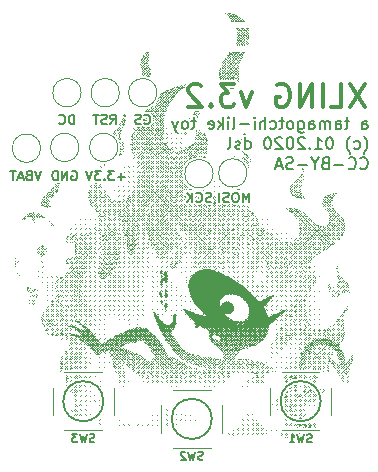
<source format=gbo>
%FSLAX46Y46*%
%MOMM*%
%ADD10C,0.2*%
%ADD11C,0.35*%
%ADD12C,0.15*%
%ADD13C,0.12*%
D10*
%LPD*%
G01X71323071Y-57791309D02*
X71208785Y-57829404D01*
X71018309D01*
X70942119Y-57791309D01*
X70904023Y-57753214D01*
X70865928Y-57677023D01*
Y-57600833D01*
X70904023Y-57524642D01*
X70942119Y-57486547D01*
X71018309Y-57448452D01*
X71170690Y-57410357D01*
X71246880Y-57372261D01*
X71284976Y-57334166D01*
X71323071Y-57257976D01*
Y-57181785D01*
X71284976Y-57105595D01*
X71246880Y-57067500D01*
X71170690Y-57029404D01*
X70980214D01*
X70865928Y-57067500D01*
X70065928Y-57753214D02*
X70104023Y-57791309D01*
X70218309Y-57829404D01*
X70294500D01*
X70408785Y-57791309D01*
X70484976Y-57715119D01*
X70523071Y-57638928D01*
X70561166Y-57486547D01*
Y-57372261D01*
X70523071Y-57219880D01*
X70484976Y-57143690D01*
X70408785Y-57067500D01*
X70294500Y-57029404D01*
X70218309D01*
X70104023Y-57067500D01*
X70065928Y-57105595D01*
X69723071Y-57829404D02*
Y-57029404D01*
X69265928Y-57829404D02*
X69608785Y-57372261D01*
X69265928Y-57029404D02*
X69723071Y-57486547D01*
X74536142Y-57829404D02*
Y-57029404D01*
X74269476Y-57600833D01*
X74002809Y-57029404D01*
Y-57829404D01*
X73469476Y-57029404D02*
X73317095D01*
X73240904Y-57067500D01*
X73164714Y-57143690D01*
X73126619Y-57296071D01*
Y-57562738D01*
X73164714Y-57715119D01*
X73240904Y-57791309D01*
X73317095Y-57829404D01*
X73469476D01*
X73545666Y-57791309D01*
X73621857Y-57715119D01*
X73659952Y-57562738D01*
Y-57296071D01*
X73621857Y-57143690D01*
X73545666Y-57067500D01*
X73469476Y-57029404D01*
X72821857Y-57791309D02*
X72707571Y-57829404D01*
X72517095D01*
X72440904Y-57791309D01*
X72402809Y-57753214D01*
X72364714Y-57677023D01*
Y-57600833D01*
X72402809Y-57524642D01*
X72440904Y-57486547D01*
X72517095Y-57448452D01*
X72669476Y-57410357D01*
X72745666Y-57372261D01*
X72783761Y-57334166D01*
X72821857Y-57257976D01*
Y-57181785D01*
X72783761Y-57105595D01*
X72745666Y-57067500D01*
X72669476Y-57029404D01*
X72479000D01*
X72364714Y-57067500D01*
X72021857Y-57829404D02*
Y-57029404D01*
X59728023Y-51225404D02*
Y-50425404D01*
X59537547D01*
X59423261Y-50463500D01*
X59347071Y-50539690D01*
X59308976Y-50615880D01*
X59270880Y-50768261D01*
Y-50882547D01*
X59308976Y-51034928D01*
X59347071Y-51111119D01*
X59423261Y-51187309D01*
X59537547Y-51225404D01*
X59728023D01*
X58470880Y-51149214D02*
X58508976Y-51187309D01*
X58623261Y-51225404D01*
X58699452D01*
X58813738Y-51187309D01*
X58889928Y-51111119D01*
X58928023Y-51034928D01*
X58966119Y-50882547D01*
Y-50768261D01*
X58928023Y-50615880D01*
X58889928Y-50539690D01*
X58813738Y-50463500D01*
X58699452Y-50425404D01*
X58623261D01*
X58508976Y-50463500D01*
X58470880Y-50501595D01*
X62795095Y-51225404D02*
X63061761Y-50844452D01*
X63252238Y-51225404D02*
Y-50425404D01*
X62947476D01*
X62871285Y-50463500D01*
X62833190Y-50501595D01*
X62795095Y-50577785D01*
Y-50692071D01*
X62833190Y-50768261D01*
X62871285Y-50806357D01*
X62947476Y-50844452D01*
X63252238D01*
X62490333Y-51187309D02*
X62376047Y-51225404D01*
X62185571D01*
X62109380Y-51187309D01*
X62071285Y-51149214D01*
X62033190Y-51073023D01*
Y-50996833D01*
X62071285Y-50920642D01*
X62109380Y-50882547D01*
X62185571Y-50844452D01*
X62337952Y-50806357D01*
X62414142Y-50768261D01*
X62452238Y-50730166D01*
X62490333Y-50653976D01*
Y-50577785D01*
X62452238Y-50501595D01*
X62414142Y-50463500D01*
X62337952Y-50425404D01*
X62147476D01*
X62033190Y-50463500D01*
X61804619Y-50425404D02*
X61347476D01*
X61576047Y-51225404D02*
Y-50425404D01*
X65665333Y-51149214D02*
X65703428Y-51187309D01*
X65817714Y-51225404D01*
X65893904D01*
X66008190Y-51187309D01*
X66084380Y-51111119D01*
X66122476Y-51034928D01*
X66160571Y-50882547D01*
Y-50768261D01*
X66122476Y-50615880D01*
X66084380Y-50539690D01*
X66008190Y-50463500D01*
X65893904Y-50425404D01*
X65817714D01*
X65703428Y-50463500D01*
X65665333Y-50501595D01*
X65360571Y-51187309D02*
X65246285Y-51225404D01*
X65055809D01*
X64979619Y-51187309D01*
X64941523Y-51149214D01*
X64903428Y-51073023D01*
Y-50996833D01*
X64941523Y-50920642D01*
X64979619Y-50882547D01*
X65055809Y-50844452D01*
X65208190Y-50806357D01*
X65284380Y-50768261D01*
X65322476Y-50730166D01*
X65360571Y-50653976D01*
Y-50577785D01*
X65322476Y-50501595D01*
X65284380Y-50463500D01*
X65208190Y-50425404D01*
X65017714D01*
X64903428Y-50463500D01*
X56940285Y-55187904D02*
X56673619Y-55987904D01*
X56406952Y-55187904D01*
X55873619Y-55568857D02*
X55759333Y-55606952D01*
X55721238Y-55645047D01*
X55683142Y-55721238D01*
Y-55835523D01*
X55721238Y-55911714D01*
X55759333Y-55949809D01*
X55835523Y-55987904D01*
X56140285D01*
Y-55187904D01*
X55873619D01*
X55797428Y-55226000D01*
X55759333Y-55264095D01*
X55721238Y-55340285D01*
Y-55416476D01*
X55759333Y-55492666D01*
X55797428Y-55530761D01*
X55873619Y-55568857D01*
X56140285D01*
X55378380Y-55759333D02*
X54997428D01*
X55454571Y-55987904D02*
X55187904Y-55187904D01*
X54921238Y-55987904D01*
X54768857Y-55187904D02*
X54311714D01*
X54540285Y-55987904D02*
Y-55187904D01*
X59537523Y-55226000D02*
X59613714Y-55187904D01*
X59728000D01*
X59842285Y-55226000D01*
X59918476Y-55302190D01*
X59956571Y-55378380D01*
X59994666Y-55530761D01*
Y-55645047D01*
X59956571Y-55797428D01*
X59918476Y-55873619D01*
X59842285Y-55949809D01*
X59728000Y-55987904D01*
X59651809D01*
X59537523Y-55949809D01*
X59499428Y-55911714D01*
Y-55645047D01*
X59651809D01*
X59156571Y-55987904D02*
Y-55187904D01*
X58699428Y-55987904D01*
Y-55187904D01*
X58318476Y-55987904D02*
Y-55187904D01*
X58128000D01*
X58013714Y-55226000D01*
X57937523Y-55302190D01*
X57899428Y-55378380D01*
X57861333Y-55530761D01*
Y-55645047D01*
X57899428Y-55797428D01*
X57937523Y-55873619D01*
X58013714Y-55949809D01*
X58128000Y-55987904D01*
X58318476D01*
X64020500Y-55683142D02*
X63410976D01*
X63715738Y-55987904D02*
Y-55378380D01*
X63106214Y-55187904D02*
X62610976D01*
X62877642Y-55492666D01*
X62763357D01*
X62687166Y-55530761D01*
X62649071Y-55568857D01*
X62610976Y-55645047D01*
Y-55835523D01*
X62649071Y-55911714D01*
X62687166Y-55949809D01*
X62763357Y-55987904D01*
X62991928D01*
X63068119Y-55949809D01*
X63106214Y-55911714D01*
X62268119D02*
X62230023Y-55949809D01*
X62268119Y-55987904D01*
X62306214Y-55949809D01*
X62268119Y-55911714D01*
Y-55987904D01*
X61963357Y-55187904D02*
X61468119D01*
X61734785Y-55492666D01*
X61620500D01*
X61544309Y-55530761D01*
X61506214Y-55568857D01*
X61468119Y-55645047D01*
Y-55835523D01*
X61506214Y-55911714D01*
X61544309Y-55949809D01*
X61620500Y-55987904D01*
X61849071D01*
X61925261Y-55949809D01*
X61963357Y-55911714D01*
X61239547Y-55187904D02*
X60972880Y-55987904D01*
X60706214Y-55187904D01*
X84102833Y-51647880D02*
Y-51124071D01*
X84150452Y-51028833D01*
X84245690Y-50981214D01*
X84436166D01*
X84531404Y-51028833D01*
X84102833Y-51600261D02*
X84198071Y-51647880D01*
X84436166D01*
X84531404Y-51600261D01*
X84579023Y-51505023D01*
Y-51409785D01*
X84531404Y-51314547D01*
X84436166Y-51266928D01*
X84198071D01*
X84102833Y-51219309D01*
X83007595Y-50981214D02*
X82626642D01*
X82864738Y-50647880D02*
Y-51505023D01*
X82817119Y-51600261D01*
X82721880Y-51647880D01*
X82626642D01*
X81864738D02*
Y-51124071D01*
X81912357Y-51028833D01*
X82007595Y-50981214D01*
X82198071D01*
X82293309Y-51028833D01*
X81864738Y-51600261D02*
X81959976Y-51647880D01*
X82198071D01*
X82293309Y-51600261D01*
X82340928Y-51505023D01*
Y-51409785D01*
X82293309Y-51314547D01*
X82198071Y-51266928D01*
X81959976D01*
X81864738Y-51219309D01*
X81388547Y-51647880D02*
Y-50981214D01*
Y-51076452D02*
X81340928Y-51028833D01*
X81245690Y-50981214D01*
X81102833D01*
X81007595Y-51028833D01*
X80959976Y-51124071D01*
Y-51647880D01*
Y-51124071D02*
X80912357Y-51028833D01*
X80817119Y-50981214D01*
X80674261D01*
X80579023Y-51028833D01*
X80531404Y-51124071D01*
Y-51647880D01*
X79626642D02*
Y-51124071D01*
X79674261Y-51028833D01*
X79769500Y-50981214D01*
X79959976D01*
X80055214Y-51028833D01*
X79626642Y-51600261D02*
X79721880Y-51647880D01*
X79959976D01*
X80055214Y-51600261D01*
X80102833Y-51505023D01*
Y-51409785D01*
X80055214Y-51314547D01*
X79959976Y-51266928D01*
X79721880D01*
X79626642Y-51219309D01*
X78721880Y-50981214D02*
Y-51790738D01*
X78769500Y-51885976D01*
X78817119Y-51933595D01*
X78912357Y-51981214D01*
X79055214D01*
X79150452Y-51933595D01*
X78721880Y-51600261D02*
X78817119Y-51647880D01*
X79007595D01*
X79102833Y-51600261D01*
X79150452Y-51552642D01*
X79198071Y-51457404D01*
Y-51171690D01*
X79150452Y-51076452D01*
X79102833Y-51028833D01*
X79007595Y-50981214D01*
X78817119D01*
X78721880Y-51028833D01*
X78102833Y-51647880D02*
X78198071Y-51600261D01*
X78245690Y-51552642D01*
X78293309Y-51457404D01*
Y-51171690D01*
X78245690Y-51076452D01*
X78198071Y-51028833D01*
X78102833Y-50981214D01*
X77959976D01*
X77864738Y-51028833D01*
X77817119Y-51076452D01*
X77769500Y-51171690D01*
Y-51457404D01*
X77817119Y-51552642D01*
X77864738Y-51600261D01*
X77959976Y-51647880D01*
X78102833D01*
X77483785Y-50981214D02*
X77102833D01*
X77340928Y-50647880D02*
Y-51505023D01*
X77293309Y-51600261D01*
X77198071Y-51647880D01*
X77102833D01*
X76340928Y-51600261D02*
X76436166Y-51647880D01*
X76626642D01*
X76721880Y-51600261D01*
X76769500Y-51552642D01*
X76817119Y-51457404D01*
Y-51171690D01*
X76769500Y-51076452D01*
X76721880Y-51028833D01*
X76626642Y-50981214D01*
X76436166D01*
X76340928Y-51028833D01*
X75912357Y-51647880D02*
Y-50647880D01*
X75483785Y-51647880D02*
Y-51124071D01*
X75531404Y-51028833D01*
X75626642Y-50981214D01*
X75769500D01*
X75864738Y-51028833D01*
X75912357Y-51076452D01*
X75007595Y-51647880D02*
Y-50981214D01*
Y-50647880D02*
X75055214Y-50695500D01*
X75007595Y-50743119D01*
X74959976Y-50695500D01*
X75007595Y-50647880D01*
Y-50743119D01*
X74531404Y-51266928D02*
X73769500D01*
X73150452Y-51647880D02*
X73245690Y-51600261D01*
X73293309Y-51505023D01*
Y-50647880D01*
X72769500Y-51647880D02*
Y-50981214D01*
Y-50647880D02*
X72817119Y-50695500D01*
X72769500Y-50743119D01*
X72721880Y-50695500D01*
X72769500Y-50647880D01*
Y-50743119D01*
X72293309Y-51647880D02*
Y-50647880D01*
X72198071Y-51266928D02*
X71912357Y-51647880D01*
Y-50981214D02*
X72293309Y-51362166D01*
X71102833Y-51600261D02*
X71198071Y-51647880D01*
X71388547D01*
X71483785Y-51600261D01*
X71531404Y-51505023D01*
Y-51124071D01*
X71483785Y-51028833D01*
X71388547Y-50981214D01*
X71198071D01*
X71102833Y-51028833D01*
X71055214Y-51124071D01*
Y-51219309D01*
X71531404Y-51314547D01*
X70007595Y-50981214D02*
X69626642D01*
X69864738Y-50647880D02*
Y-51505023D01*
X69817119Y-51600261D01*
X69721880Y-51647880D01*
X69626642D01*
X69150452D02*
X69245690Y-51600261D01*
X69293309Y-51552642D01*
X69340928Y-51457404D01*
Y-51171690D01*
X69293309Y-51076452D01*
X69245690Y-51028833D01*
X69150452Y-50981214D01*
X69007595D01*
X68912357Y-51028833D01*
X68864738Y-51076452D01*
X68817119Y-51171690D01*
Y-51457404D01*
X68864738Y-51552642D01*
X68912357Y-51600261D01*
X69007595Y-51647880D01*
X69150452D01*
X68483785Y-50981214D02*
X68245690Y-51647880D01*
X68007595Y-50981214D02*
X68245690Y-51647880D01*
X68340928Y-51885976D01*
X68388547Y-51933595D01*
X68483785Y-51981214D01*
X84245690Y-53728833D02*
X84293309Y-53681214D01*
X84388547Y-53538357D01*
X84436166Y-53443119D01*
X84483785Y-53300261D01*
X84531404Y-53062166D01*
Y-52871690D01*
X84483785Y-52633595D01*
X84436166Y-52490738D01*
X84388547Y-52395500D01*
X84293309Y-52252642D01*
X84245690Y-52205023D01*
X83436166Y-53300261D02*
X83531404Y-53347880D01*
X83721880D01*
X83817119Y-53300261D01*
X83864738Y-53252642D01*
X83912357Y-53157404D01*
Y-52871690D01*
X83864738Y-52776452D01*
X83817119Y-52728833D01*
X83721880Y-52681214D01*
X83531404D01*
X83436166Y-52728833D01*
X83102833Y-53728833D02*
X83055214Y-53681214D01*
X82959976Y-53538357D01*
X82912357Y-53443119D01*
X82864738Y-53300261D01*
X82817119Y-53062166D01*
Y-52871690D01*
X82864738Y-52633595D01*
X82912357Y-52490738D01*
X82959976Y-52395500D01*
X83055214Y-52252642D01*
X83102833Y-52205023D01*
X81388547Y-52347880D02*
X81293309D01*
X81198071Y-52395500D01*
X81150452Y-52443119D01*
X81102833Y-52538357D01*
X81055214Y-52728833D01*
Y-52966928D01*
X81102833Y-53157404D01*
X81150452Y-53252642D01*
X81198071Y-53300261D01*
X81293309Y-53347880D01*
X81388547D01*
X81483785Y-53300261D01*
X81531404Y-53252642D01*
X81579023Y-53157404D01*
X81626642Y-52966928D01*
Y-52728833D01*
X81579023Y-52538357D01*
X81531404Y-52443119D01*
X81483785Y-52395500D01*
X81388547Y-52347880D01*
X80102833Y-53347880D02*
X80674261D01*
X80388547D02*
Y-52347880D01*
X80483785Y-52490738D01*
X80579023Y-52585976D01*
X80674261Y-52633595D01*
X79674261Y-53252642D02*
X79626642Y-53300261D01*
X79674261Y-53347880D01*
X79721880Y-53300261D01*
X79674261Y-53252642D01*
Y-53347880D01*
X79245690Y-52443119D02*
X79198071Y-52395500D01*
X79102833Y-52347880D01*
X78864738D01*
X78769500Y-52395500D01*
X78721880Y-52443119D01*
X78674261Y-52538357D01*
Y-52633595D01*
X78721880Y-52776452D01*
X79293309Y-53347880D01*
X78674261D01*
X78055214Y-52347880D02*
X77959976D01*
X77864738Y-52395500D01*
X77817119Y-52443119D01*
X77769500Y-52538357D01*
X77721880Y-52728833D01*
Y-52966928D01*
X77769500Y-53157404D01*
X77817119Y-53252642D01*
X77864738Y-53300261D01*
X77959976Y-53347880D01*
X78055214D01*
X78150452Y-53300261D01*
X78198071Y-53252642D01*
X78245690Y-53157404D01*
X78293309Y-52966928D01*
Y-52728833D01*
X78245690Y-52538357D01*
X78198071Y-52443119D01*
X78150452Y-52395500D01*
X78055214Y-52347880D01*
X77340928Y-52443119D02*
X77293309Y-52395500D01*
X77198071Y-52347880D01*
X76959976D01*
X76864738Y-52395500D01*
X76817119Y-52443119D01*
X76769500Y-52538357D01*
Y-52633595D01*
X76817119Y-52776452D01*
X77388547Y-53347880D01*
X76769500D01*
X76150452Y-52347880D02*
X76055214D01*
X75959976Y-52395500D01*
X75912357Y-52443119D01*
X75864738Y-52538357D01*
X75817119Y-52728833D01*
Y-52966928D01*
X75864738Y-53157404D01*
X75912357Y-53252642D01*
X75959976Y-53300261D01*
X76055214Y-53347880D01*
X76150452D01*
X76245690Y-53300261D01*
X76293309Y-53252642D01*
X76340928Y-53157404D01*
X76388547Y-52966928D01*
Y-52728833D01*
X76340928Y-52538357D01*
X76293309Y-52443119D01*
X76245690Y-52395500D01*
X76150452Y-52347880D01*
X74198071Y-53347880D02*
Y-52347880D01*
Y-53300261D02*
X74293309Y-53347880D01*
X74483785D01*
X74579023Y-53300261D01*
X74626642Y-53252642D01*
X74674261Y-53157404D01*
Y-52871690D01*
X74626642Y-52776452D01*
X74579023Y-52728833D01*
X74483785Y-52681214D01*
X74293309D01*
X74198071Y-52728833D01*
X73769500Y-53300261D02*
X73674261Y-53347880D01*
X73483785D01*
X73388547Y-53300261D01*
X73340928Y-53205023D01*
Y-53157404D01*
X73388547Y-53062166D01*
X73483785Y-53014547D01*
X73626642D01*
X73721880Y-52966928D01*
X73769500Y-52871690D01*
Y-52824071D01*
X73721880Y-52728833D01*
X73626642Y-52681214D01*
X73483785D01*
X73388547Y-52728833D01*
X72769500Y-53347880D02*
X72864738Y-53300261D01*
X72912357Y-53205023D01*
Y-52347880D01*
X83959976Y-54952642D02*
X84007595Y-55000261D01*
X84150452Y-55047880D01*
X84245690D01*
X84388547Y-55000261D01*
X84483785Y-54905023D01*
X84531404Y-54809785D01*
X84579023Y-54619309D01*
Y-54476452D01*
X84531404Y-54285976D01*
X84483785Y-54190738D01*
X84388547Y-54095500D01*
X84245690Y-54047880D01*
X84150452D01*
X84007595Y-54095500D01*
X83959976Y-54143119D01*
X82959976Y-54952642D02*
X83007595Y-55000261D01*
X83150452Y-55047880D01*
X83245690D01*
X83388547Y-55000261D01*
X83483785Y-54905023D01*
X83531404Y-54809785D01*
X83579023Y-54619309D01*
Y-54476452D01*
X83531404Y-54285976D01*
X83483785Y-54190738D01*
X83388547Y-54095500D01*
X83245690Y-54047880D01*
X83150452D01*
X83007595Y-54095500D01*
X82959976Y-54143119D01*
X82531404Y-54666928D02*
X81769500D01*
X80959976Y-54524071D02*
X80817119Y-54571690D01*
X80769500Y-54619309D01*
X80721880Y-54714547D01*
Y-54857404D01*
X80769500Y-54952642D01*
X80817119Y-55000261D01*
X80912357Y-55047880D01*
X81293309D01*
Y-54047880D01*
X80959976D01*
X80864738Y-54095500D01*
X80817119Y-54143119D01*
X80769500Y-54238357D01*
Y-54333595D01*
X80817119Y-54428833D01*
X80864738Y-54476452D01*
X80959976Y-54524071D01*
X81293309D01*
X80102833Y-54571690D02*
Y-55047880D01*
X80436166Y-54047880D02*
X80102833Y-54571690D01*
X79769500Y-54047880D01*
X79436166Y-54666928D02*
X78674261D01*
X78245690Y-55000261D02*
X78102833Y-55047880D01*
X77864738D01*
X77769500Y-55000261D01*
X77721880Y-54952642D01*
X77674261Y-54857404D01*
Y-54762166D01*
X77721880Y-54666928D01*
X77769500Y-54619309D01*
X77864738Y-54571690D01*
X78055214Y-54524071D01*
X78150452Y-54476452D01*
X78198071Y-54428833D01*
X78245690Y-54333595D01*
Y-54238357D01*
X78198071Y-54143119D01*
X78150452Y-54095500D01*
X78055214Y-54047880D01*
X77817119D01*
X77674261Y-54095500D01*
X77293309Y-54762166D02*
X76817119D01*
X77388547Y-55047880D02*
X77055214Y-54047880D01*
X76721880Y-55047880D01*
D11*
X84337071Y-47854523D02*
X83070404Y-49754523D01*
Y-47854523D02*
X84337071Y-49754523D01*
X81441833D02*
X82346595D01*
Y-47854523D01*
X80808500Y-49754523D02*
Y-47854523D01*
X79903738Y-49754523D02*
Y-47854523D01*
X78818023Y-49754523D01*
Y-47854523D01*
X76918023Y-47945000D02*
X77098976Y-47854523D01*
X77370404D01*
X77641833Y-47945000D01*
X77822785Y-48125952D01*
X77913261Y-48306904D01*
X78003738Y-48668809D01*
Y-48940238D01*
X77913261Y-49302142D01*
X77822785Y-49483095D01*
X77641833Y-49664047D01*
X77370404Y-49754523D01*
X77189452D01*
X76918023Y-49664047D01*
X76827547Y-49573571D01*
Y-48940238D01*
X77189452D01*
X74746595Y-48487857D02*
X74294214Y-49754523D01*
X73841833Y-48487857D01*
X73298976Y-47854523D02*
X72122785D01*
X72756119Y-48578333D01*
X72484690D01*
X72303738Y-48668809D01*
X72213261Y-48759285D01*
X72122785Y-48940238D01*
Y-49392619D01*
X72213261Y-49573571D01*
X72303738Y-49664047D01*
X72484690Y-49754523D01*
X73027547D01*
X73208500Y-49664047D01*
X73298976Y-49573571D01*
X71308500D02*
X71218023Y-49664047D01*
X71308500Y-49754523D01*
X71398976Y-49664047D01*
X71308500Y-49573571D01*
Y-49754523D01*
X70494214Y-48035476D02*
X70403738Y-47945000D01*
X70222785Y-47854523D01*
X69770404D01*
X69589452Y-47945000D01*
X69498976Y-48035476D01*
X69408500Y-48216428D01*
Y-48397380D01*
X69498976Y-48668809D01*
X70584690Y-49754523D01*
X69408500D01*
G75*
D12*
G01X80600000Y-74700000D02*
G03I-1700000J0D01*
D13*
G01X77300000Y-72250000D02*
X80500000D01*
X77300000Y-77150000D02*
X80500000D01*
X81500000Y-75850000D02*
Y-73550000D01*
X76300000Y-75850000D02*
Y-73550000D01*
D12*
G01X71382000Y-76200000D02*
G03I-1700000J0D01*
D13*
G01X68082000Y-73750000D02*
X71282000D01*
X68082000Y-78650000D02*
X71282000D01*
X72282000Y-77350000D02*
Y-75050000D01*
X67082000Y-77350000D02*
Y-75050000D01*
D12*
G01X62200000Y-74700000D02*
G03I-1700000J0D01*
D13*
G01X58900000Y-72250000D02*
X62100000D01*
X58900000Y-77150000D02*
X62100000D01*
X63100000Y-75850000D02*
Y-73550000D01*
X57900000Y-75850000D02*
Y-73550000D01*
G01X63430000Y-53213000D02*
G03I-1200000J0D01*
G01X56889500Y-53276500D02*
G03I-1200000J0D01*
G01X60128000Y-53213000D02*
G03I-1200000J0D01*
G01X71494500Y-55435500D02*
G03I-1200000J0D01*
G01X74352000Y-55372000D02*
G03I-1200000J0D01*
G01X66732000Y-48577500D02*
G03I-1200000J0D01*
G01X60318500D02*
G03I-1200000J0D01*
G01X63557000D02*
G03I-1200000J0D01*
D12*
G01X79833333Y-78159333D02*
X79733333Y-78192666D01*
X79566666D01*
X79500000Y-78159333D01*
X79466666Y-78126000D01*
X79433333Y-78059333D01*
Y-77992666D01*
X79466666Y-77926000D01*
X79500000Y-77892666D01*
X79566666Y-77859333D01*
X79700000Y-77826000D01*
X79766666Y-77792666D01*
X79800000Y-77759333D01*
X79833333Y-77692666D01*
Y-77626000D01*
X79800000Y-77559333D01*
X79766666Y-77526000D01*
X79700000Y-77492666D01*
X79533333D01*
X79433333Y-77526000D01*
X79200000Y-77492666D02*
X79033333Y-78192666D01*
X78900000Y-77692666D01*
X78766666Y-78192666D01*
X78600000Y-77492666D01*
X77966666Y-78192666D02*
X78366666D01*
X78166666D02*
Y-77492666D01*
X78233333Y-77592666D01*
X78300000Y-77659333D01*
X78366666Y-77692666D01*
X70615333Y-79633333D02*
X70515333Y-79666666D01*
X70348666D01*
X70282000Y-79633333D01*
X70248666Y-79600000D01*
X70215333Y-79533333D01*
Y-79466666D01*
X70248666Y-79400000D01*
X70282000Y-79366666D01*
X70348666Y-79333333D01*
X70482000Y-79300000D01*
X70548666Y-79266666D01*
X70582000Y-79233333D01*
X70615333Y-79166666D01*
Y-79100000D01*
X70582000Y-79033333D01*
X70548666Y-79000000D01*
X70482000Y-78966666D01*
X70315333D01*
X70215333Y-79000000D01*
X69982000Y-78966666D02*
X69815333Y-79666666D01*
X69682000Y-79166666D01*
X69548666Y-79666666D01*
X69382000Y-78966666D01*
X69148666Y-79033333D02*
X69115333Y-79000000D01*
X69048666Y-78966666D01*
X68882000D01*
X68815333Y-79000000D01*
X68782000Y-79033333D01*
X68748666Y-79100000D01*
Y-79166666D01*
X68782000Y-79266666D01*
X69182000Y-79666666D01*
X68748666D01*
X61433333Y-78136333D02*
X61333333Y-78169666D01*
X61166666D01*
X61100000Y-78136333D01*
X61066666Y-78103000D01*
X61033333Y-78036333D01*
Y-77969666D01*
X61066666Y-77903000D01*
X61100000Y-77869666D01*
X61166666Y-77836333D01*
X61300000Y-77803000D01*
X61366666Y-77769666D01*
X61400000Y-77736333D01*
X61433333Y-77669666D01*
Y-77603000D01*
X61400000Y-77536333D01*
X61366666Y-77503000D01*
X61300000Y-77469666D01*
X61133333D01*
X61033333Y-77503000D01*
X60800000Y-77469666D02*
X60633333Y-78169666D01*
X60500000Y-77669666D01*
X60366666Y-78169666D01*
X60200000Y-77469666D01*
X60000000D02*
X59566666D01*
X59800000Y-77736333D01*
X59700000D01*
X59633333Y-77769666D01*
X59600000Y-77803000D01*
X59566666Y-77869666D01*
Y-78036333D01*
X59600000Y-78103000D01*
X59633333Y-78136333D01*
X59700000Y-78169666D01*
X59900000D01*
X59966666Y-78136333D01*
X60000000Y-78103000D01*
G36*
D10*
X73075939Y-42617576D02*
Y-42572121D01*
X72985030Y-42496364D01*
X72969879Y-42466061D01*
Y-42420606D01*
X72985030Y-42450909D01*
X73015333D01*
X73060788Y-42405455D01*
Y-42360000D01*
X73030485Y-42329697D01*
X72969879D01*
X72924424Y-42375152D01*
X72909273Y-42405455D01*
Y-42329697D01*
X72954727Y-42299394D01*
Y-42253939D01*
X72924424Y-42223636D01*
X72894121Y-42208485D01*
X72818364Y-42223636D01*
X72848667Y-42208485D01*
Y-42147879D01*
X72803212Y-42102424D01*
X72742606Y-42087273D01*
Y-42041818D01*
X72712303Y-42011515D01*
X72682000Y-41996364D01*
X72651697Y-42011515D01*
X72606242Y-41996364D01*
X72636545Y-41966061D01*
Y-41935758D01*
X72606242Y-41905455D01*
X72575939Y-41890303D01*
X72545636Y-41905455D01*
X72530485Y-41890303D01*
X72500182Y-41935758D01*
X72515333Y-41905455D01*
X72500182Y-41890303D01*
X72530485Y-41844848D01*
X72515333Y-41814545D01*
X72424424Y-41799394D01*
X72409273Y-41829697D01*
X72378970D01*
Y-41799394D01*
X72636545D01*
X72621394Y-41860000D01*
X72666848Y-41905455D01*
X72697152D01*
X72742606Y-41860000D01*
X72727455Y-41799394D01*
X72757758D01*
X72772909Y-41814545D01*
X72833515Y-41799394D01*
X72818364Y-41829697D01*
X72833515Y-41860000D01*
X72878970Y-41905455D01*
X72909273D01*
X72954727Y-41860000D01*
X73045636Y-41844848D01*
Y-41875152D01*
X73075939Y-41905455D01*
X73197152D01*
X73166848Y-41920606D01*
X73151697Y-41950909D01*
X73166848Y-41981212D01*
X73197152Y-42011515D01*
X73242606D01*
X73272909Y-41981212D01*
X73257758Y-41905455D01*
X73288061D01*
X73318364Y-41935758D01*
X73378970Y-41950909D01*
Y-41981212D01*
X73409273Y-42011515D01*
X73485030Y-42026667D01*
Y-42087273D01*
X73515333Y-42117576D01*
X73560788D01*
X73591091Y-42072121D01*
X73666848D01*
X73651697Y-42102424D01*
X73712303Y-42117576D01*
X73727455Y-42132727D01*
X73757758D01*
X73772909Y-42178182D01*
X73803212D01*
X73818364Y-42223636D01*
X73894121Y-42238788D01*
X73909273Y-42299394D01*
X73924424Y-42329697D01*
X74015333Y-42344848D01*
Y-42405455D01*
X74045636Y-42435758D01*
X74091091Y-42450909D01*
X74121394Y-42435758D01*
X74136545Y-42541818D01*
X74182000D01*
X74197152Y-42587273D01*
X74227455Y-42617576D01*
X74136545D01*
X74121394Y-42556970D01*
X74045636Y-42541818D01*
X74015333Y-42572121D01*
Y-42617576D01*
X73909273D01*
X73924424Y-42587273D01*
X73909273Y-42556970D01*
X73833515Y-42541818D01*
X73803212Y-42572121D01*
Y-42617576D01*
X73697152D01*
X73712303Y-42587273D01*
X73666848Y-42541818D01*
X73621394D01*
X73591091Y-42572121D01*
Y-42617576D01*
X73485030D01*
Y-42572121D01*
X73454727Y-42541818D01*
X73409273D01*
X73378970Y-42572121D01*
Y-42617576D01*
X73272909D01*
Y-42572121D01*
X73242606Y-42541818D01*
X73197152D01*
X73151697Y-42587273D01*
X73166848Y-42617576D01*
X73075939D01*
G37*
G36*
X74560788Y-43405455D02*
G37*
G36*
X73378970Y-44617576D02*
X73348667Y-44572121D01*
X73363818Y-44526667D01*
X73378970Y-44572121D01*
X73409273Y-44587273D01*
X73454727D01*
X73485030Y-44556970D01*
X73500182Y-44526667D01*
X73485030Y-44496364D01*
X73454727Y-44466061D01*
X73409273D01*
Y-44405455D01*
X73469879Y-44390303D01*
Y-44360000D01*
X73500182Y-44329697D01*
X73485030Y-44253939D01*
X73515333D01*
X73560788D01*
X73575939D01*
X73591091Y-44238788D01*
Y-44223636D01*
X73606242Y-44193333D01*
X73545636Y-44132727D01*
X73500182Y-44147879D01*
Y-44056970D01*
X73560788D01*
X73575939Y-44041818D01*
X73591091Y-43966061D01*
X73560788Y-43935758D01*
X73545636Y-43905455D01*
X73530485D01*
X73515333Y-43875152D01*
X73560788Y-43860000D01*
Y-43829697D01*
X73591091Y-43799394D01*
X73606242Y-43769091D01*
X73591091Y-43738788D01*
X73575939Y-43723636D01*
X73560788Y-43708485D01*
X73500182D01*
X73515333Y-43663030D01*
X73500182Y-43632727D01*
X73606242Y-43572121D01*
X73575939Y-43511515D01*
X73560788D01*
X73500182D01*
Y-43420606D01*
X73469879Y-43390303D01*
X73454727Y-43329697D01*
X73409273D01*
X73469879Y-43314545D01*
X73485030Y-43269091D01*
Y-43208485D01*
X73454727Y-43178182D01*
X73394121Y-43163030D01*
X73409273Y-43132727D01*
X73378970Y-43117576D01*
X73485030D01*
Y-43163030D01*
X73515333Y-43193333D01*
X73560788D01*
X73606242Y-43147879D01*
X73591091Y-43117576D01*
X73697152D01*
Y-43163030D01*
X73727455Y-43193333D01*
X73772909D01*
X73818364Y-43147879D01*
Y-43117576D01*
X73909273D01*
Y-43163030D01*
X73939576Y-43193333D01*
X73985030D01*
X74030485Y-43147879D01*
Y-43117576D01*
X74121394D01*
Y-43147879D01*
X74166848Y-43193333D01*
X74197152D01*
X74242606Y-43147879D01*
Y-43117576D01*
X74333515D01*
Y-43147879D01*
X74378970Y-43193333D01*
X74409273D01*
X74454727Y-43147879D01*
Y-43117576D01*
X74485030D01*
X74515333D01*
Y-43178182D01*
X74469879D01*
X74454727Y-43193333D01*
X74439576Y-43223636D01*
Y-43253939D01*
X74485030Y-43299394D01*
X74515333D01*
Y-43329697D01*
X74530485Y-43344848D01*
X74515333Y-43390303D01*
X74485030D01*
X74439576Y-43435758D01*
Y-43466061D01*
X74485030Y-43511515D01*
X74560788Y-43496364D01*
X74545636Y-43526667D01*
Y-43587273D01*
X74560788Y-43602424D01*
Y-43647879D01*
X74530485Y-43602424D01*
X74500182D01*
X74469879Y-43617576D01*
X74439576Y-43647879D01*
Y-43693333D01*
X74469879Y-43723636D01*
X74530485D01*
X74560788Y-43693333D01*
Y-43738788D01*
X74545636Y-43753939D01*
Y-43799394D01*
X74560788Y-43814545D01*
Y-43860000D01*
X74545636Y-43829697D01*
X74469879D01*
X74439576Y-43860000D01*
Y-43905455D01*
X74469879Y-43935758D01*
X74530485Y-43950909D01*
X74560788Y-43905455D01*
Y-43935758D01*
X74530485Y-43981212D01*
X74545636Y-44026667D01*
X74515333Y-44041818D01*
X74469879D01*
X74439576Y-44072121D01*
Y-44117576D01*
X74469879Y-44147879D01*
X74515333Y-44163030D01*
Y-44238788D01*
X74485030D01*
X74439576Y-44284242D01*
Y-44329697D01*
X74469879Y-44390303D01*
X74515333D01*
Y-44435758D01*
X74485030D01*
X74469879Y-44390303D01*
X74454727Y-44481212D01*
X74424424Y-44526667D01*
X74439576Y-44556970D01*
X74409273D01*
X74378970Y-44572121D01*
X74333515Y-44617576D01*
X74242606D01*
X74197152Y-44572121D01*
X74151697D01*
X74121394Y-44602424D01*
X74030485Y-44617576D01*
X73985030Y-44572121D01*
X73939576D01*
X73909273Y-44602424D01*
X73818364Y-44617576D01*
X73772909Y-44572121D01*
X73727455D01*
X73697152Y-44602424D01*
X73606242Y-44617576D01*
X73560788Y-44572121D01*
X73515333D01*
X73469879Y-44617576D01*
X73378970D01*
G37*
G36*
X72969879Y-45117576D02*
G37*
G36*
X72545636Y-45526667D02*
G37*
G36*
X73863818Y-45905455D02*
G37*
G36*
X73818364Y-45935758D02*
G37*
G36*
X65348667Y-46375152D02*
G37*
G36*
X65424424Y-47087273D02*
Y-47117576D01*
Y-47087273D01*
G37*
G36*
X71954727Y-47223636D02*
X71969879Y-47163030D01*
X71954727Y-47223636D01*
G37*
G36*
X66075939Y-47284242D02*
X66030485Y-47269091D01*
X66060788D01*
X66106242Y-47223636D01*
Y-47193333D01*
X66091091Y-47163030D01*
X66075939Y-47147879D01*
X66060788D01*
X66015333D01*
X66000182D01*
X65985030Y-47163030D01*
X65969879Y-47193333D01*
Y-47223636D01*
X66000182Y-47253939D01*
X65969879Y-47238788D01*
X65924424Y-47223636D01*
X65894121D01*
X65878970Y-47163030D01*
X65863818Y-47147879D01*
X65848667D01*
X65818364Y-47132727D01*
X65788061Y-47147879D01*
X65757758Y-47193333D01*
X65697152D01*
X65666848Y-47178182D01*
X65606242Y-47132727D01*
X65575939Y-47147879D01*
X65545636Y-47178182D01*
X65454727D01*
Y-47132727D01*
X65485030Y-47163030D01*
X65530485D01*
X65560788Y-47132727D01*
X65575939Y-47087273D01*
X65500182Y-47026667D01*
X65454727Y-47056970D01*
Y-47011515D01*
X65469879Y-46996364D01*
Y-46966061D01*
X65454727Y-46935758D01*
X65515333Y-46950909D01*
X65560788Y-46905455D01*
X65545636Y-46829697D01*
X65469879Y-46814545D01*
X65454727Y-46723636D01*
X65500182Y-46738788D01*
X65530485Y-46723636D01*
X65560788Y-46693333D01*
X65575939Y-46663030D01*
X65560788Y-46632727D01*
X65545636Y-46617576D01*
X65515333Y-46602424D01*
X65485030D01*
X65454727Y-46632727D01*
Y-46526667D01*
X65424424Y-46496364D01*
X65409273Y-46481212D01*
X65378970D01*
Y-46450909D01*
X65363818Y-46435758D01*
X65348667Y-46405455D01*
X65394121Y-46420606D01*
X65424424Y-46405455D01*
X65454727Y-46375152D01*
Y-46314545D01*
X65424424Y-46284242D01*
X65378970D01*
X65348667Y-46314545D01*
Y-46193333D01*
X65318364Y-46163030D01*
X65288061D01*
Y-46102424D01*
X65348667Y-46056970D01*
Y-45981212D01*
X65318364Y-45950909D01*
X65288061D01*
X65318364Y-45890303D01*
Y-45920606D01*
X65333515Y-45966061D01*
X65378970Y-45981212D01*
X65424424D01*
X65454727Y-45950909D01*
Y-45890303D01*
X65424424Y-45860000D01*
X65378970D01*
X65348667Y-45890303D01*
Y-45753939D01*
X65409273Y-45769091D01*
X65454727Y-45723636D01*
Y-45678182D01*
X65409273Y-45632727D01*
X65424424Y-45587273D01*
X65439576Y-45632727D01*
X65454727D01*
X65485030Y-45663030D01*
X65515333D01*
X65545636Y-45647879D01*
X65560788Y-45632727D01*
X65575939Y-45602424D01*
X65560788Y-45572121D01*
X65515333Y-45526667D01*
X65485030D01*
X65454727Y-45556970D01*
Y-45526667D01*
X65515333Y-45511515D01*
X65485030Y-45481212D01*
X65545636D01*
X65560788Y-45526667D01*
X65575939Y-45541818D01*
X65591091D01*
X65636545D01*
X65651697D01*
X65666848Y-45526667D01*
X65682000Y-45496364D01*
X65651697Y-45435758D01*
X65636545D01*
X65575939D01*
Y-45360000D01*
X65636545Y-45344848D01*
X65666848Y-45314545D01*
X65682000Y-45269091D01*
X65712303Y-45238788D01*
X65757758Y-45223636D01*
X65788061Y-45193333D01*
Y-45163030D01*
X65818364Y-45132727D01*
X65848667D01*
X65863818Y-45117576D01*
X65909273D01*
X65878970Y-45193333D01*
Y-45208485D01*
X65894121Y-45223636D01*
X65909273D01*
X65954727D01*
X65969879D01*
X65985030Y-45208485D01*
Y-45193333D01*
X66000182Y-45163030D01*
X65969879Y-45117576D01*
X66091091D01*
Y-45253939D01*
X66015333Y-45223636D01*
X66000182D01*
X65985030Y-45238788D01*
Y-45253939D01*
Y-45299394D01*
Y-45314545D01*
X66000182Y-45329697D01*
X66030485Y-45344848D01*
X66060788D01*
X66091091Y-45299394D01*
Y-45344848D01*
X66075939Y-45360000D01*
Y-45420606D01*
X66045636Y-45405455D01*
X65985030Y-45466061D01*
Y-45511515D01*
X66030485Y-45541818D01*
X66045636Y-45602424D01*
X66030485Y-45647879D01*
X65985030Y-45678182D01*
Y-45738788D01*
X66030485Y-45769091D01*
Y-45860000D01*
X65985030Y-45890303D01*
X65969879Y-45920606D01*
X65985030Y-45950909D01*
X66000182Y-45966061D01*
X66015333D01*
X66030485Y-46072121D01*
X65985030Y-46102424D01*
X65969879Y-46132727D01*
X65985030Y-46163030D01*
X66030485Y-46193333D01*
X66060788Y-46238788D01*
X66075939Y-46269091D01*
X66091091Y-46299394D01*
X66045636Y-46269091D01*
X66015333Y-46284242D01*
X65985030Y-46314545D01*
X65969879Y-46360000D01*
X66015333Y-46405455D01*
X66060788D01*
X66091091Y-46375152D01*
X66075939Y-46466061D01*
X66136545Y-46511515D01*
X66182000Y-46556970D01*
X66197152Y-46587273D01*
Y-46632727D01*
X66166848Y-46602424D01*
X66136545D01*
X66106242Y-46617576D01*
X66091091Y-46632727D01*
X66075939Y-46663030D01*
X66106242Y-46723636D01*
X66121394D01*
X66166848D01*
X66182000D01*
X66212303Y-46708485D01*
X66227455Y-46647879D01*
Y-46708485D01*
X66197152Y-46738788D01*
X66182000Y-46769091D01*
X66197152Y-46814545D01*
X66227455Y-46829697D01*
Y-46920606D01*
X66197152Y-46950909D01*
Y-47072121D01*
X66182000Y-47041818D01*
X66091091Y-47056970D01*
X66075939Y-47102424D01*
X66091091Y-47132727D01*
X66106242Y-47147879D01*
X66121394D01*
X66136545Y-47223636D01*
X66091091Y-47238788D01*
X66075939Y-47284242D01*
G37*
G36*
X73591091Y-47723636D02*
X73575939Y-47678182D01*
X73606242Y-47647879D01*
Y-47617576D01*
X73560788Y-47572121D01*
X73515333D01*
X73500182Y-47587273D01*
X73469879D01*
X73500182Y-47541818D01*
Y-47511515D01*
X73454727Y-47466061D01*
X73409273D01*
X73363818Y-47511515D01*
X73378970Y-47556970D01*
X73348667Y-47541818D01*
X73288061D01*
Y-47511515D01*
X73242606Y-47466061D01*
X73182000D01*
X73151697Y-47496364D01*
Y-47541818D01*
X73060788Y-47526667D01*
Y-47496364D01*
X73030485Y-47466061D01*
X72969879D01*
X72939576Y-47496364D01*
Y-47541818D01*
X72848667D01*
Y-47496364D01*
X72818364Y-47466061D01*
X72757758D01*
X72727455Y-47496364D01*
Y-47541818D01*
X72636545D01*
Y-47496364D01*
X72606242Y-47466061D01*
X72545636D01*
X72515333Y-47496364D01*
Y-47541818D01*
X72424424D01*
Y-47496364D01*
X72394121Y-47466061D01*
X72333515D01*
X72303212Y-47496364D01*
X72288061Y-47541818D01*
X72212303D01*
Y-47496364D01*
X72182000Y-47466061D01*
X72121394D01*
X72075939Y-47526667D01*
Y-47541818D01*
X72060788Y-47496364D01*
X72030485Y-47541818D01*
X72015333Y-47496364D01*
X72075939Y-47481212D01*
Y-47466061D01*
X72106242Y-47435758D01*
Y-47405455D01*
X72091091Y-47375152D01*
X72015333Y-47360000D01*
Y-47269091D01*
X72060788D01*
X72106242Y-47223636D01*
Y-47193333D01*
X72091091Y-47163030D01*
X72000182Y-47132727D01*
X72015333Y-47087273D01*
X72000182Y-47056970D01*
X71954727Y-47026667D01*
X71969879Y-46950909D01*
X71954727Y-47011515D01*
X72000182Y-47056970D01*
X72030485D01*
X72060788D01*
X72106242Y-47011515D01*
Y-46981212D01*
X72091091Y-46950909D01*
X72075939Y-46935758D01*
X72045636Y-46920606D01*
X72000182D01*
X72015333Y-46829697D01*
X72045636Y-46844848D01*
X72075939Y-46829697D01*
X72091091Y-46814545D01*
X72106242Y-46784242D01*
Y-46753939D01*
X72060788Y-46708485D01*
X72015333D01*
Y-46632727D01*
X72045636Y-46647879D01*
X72091091Y-46602424D01*
X72106242Y-46572121D01*
Y-46541818D01*
X72075939Y-46511515D01*
Y-46466061D01*
X72151697Y-46526667D01*
X72182000Y-46511515D01*
X72197152Y-46496364D01*
X72212303Y-46466061D01*
Y-46435758D01*
X72166848Y-46390303D01*
X72121394D01*
Y-46314545D01*
X72182000Y-46299394D01*
Y-46284242D01*
X72212303Y-46253939D01*
Y-46208485D01*
X72182000Y-46178182D01*
X72212303Y-46193333D01*
X72272909D01*
X72318364Y-46147879D01*
Y-46117576D01*
X72303212Y-46087273D01*
X72288061Y-46072121D01*
X72242606Y-46056970D01*
Y-46011515D01*
X72272909Y-45981212D01*
X72318364Y-45966061D01*
X72333515Y-45890303D01*
X72363818D01*
X72424424Y-45829697D01*
X72439576Y-45784242D01*
X72485030Y-45769091D01*
X72530485Y-45723636D01*
Y-45678182D01*
X72500182Y-45632727D01*
X72560788Y-45663030D01*
X72591091D01*
X72636545Y-45617576D01*
Y-45572121D01*
X72606242Y-45541818D01*
Y-45481212D01*
X72621394Y-45526667D01*
X72636545D01*
X72666848Y-45556970D01*
X72697152D01*
X72742606Y-45511515D01*
Y-45466061D01*
X72697152Y-45420606D01*
X72666848D01*
X72651697D01*
X72712303Y-45405455D01*
X72666848Y-45375152D01*
X72697152D01*
X72727455Y-45360000D01*
Y-45405455D01*
X72772909Y-45450909D01*
X72803212D01*
X72848667Y-45405455D01*
Y-45360000D01*
X72818364Y-45314545D01*
X72772909Y-45299394D01*
Y-45269091D01*
X72818364Y-45253939D01*
X72833515Y-45299394D01*
X72863818Y-45329697D01*
X72909273Y-45344848D01*
X72954727Y-45299394D01*
Y-45253939D01*
X72878970Y-45193333D01*
Y-45163030D01*
X72924424Y-45132727D01*
X72939576Y-45163030D01*
X72954727Y-45208485D01*
X72969879Y-45223636D01*
X73000182Y-45238788D01*
X73030485Y-45223636D01*
X73060788Y-45193333D01*
Y-45147879D01*
X73030485Y-45117576D01*
X73197152D01*
X73166848Y-45193333D01*
Y-45208485D01*
X73242606Y-45223636D01*
X73272909Y-45193333D01*
X73242606Y-45117576D01*
X73409273D01*
X73378970Y-45193333D01*
Y-45208485D01*
X73439576Y-45238788D01*
X73469879Y-45223636D01*
X73485030Y-45208485D01*
Y-45193333D01*
X73500182Y-45163030D01*
X73469879Y-45117576D01*
X73606242D01*
Y-45223636D01*
X73697152Y-45208485D01*
X73712303Y-45178182D01*
Y-45147879D01*
X73682000Y-45117576D01*
X73833515D01*
X73803212Y-45147879D01*
Y-45193333D01*
X73833515Y-45223636D01*
X73894121D01*
X73924424Y-45193333D01*
Y-45147879D01*
X73894121Y-45117576D01*
X74045636D01*
X74015333Y-45147879D01*
Y-45193333D01*
X74060788Y-45238788D01*
X74106242Y-45223636D01*
X74136545Y-45193333D01*
Y-45147879D01*
X74106242Y-45117576D01*
X74197152Y-45132727D01*
X74227455Y-45117576D01*
X74197152Y-45163030D01*
X74182000Y-45208485D01*
X74151697D01*
X74121394Y-45238788D01*
Y-45329697D01*
X74075939Y-45314545D01*
X74045636Y-45329697D01*
X74015333Y-45360000D01*
Y-45405455D01*
X74030485Y-45435758D01*
X74075939Y-45466061D01*
Y-45496364D01*
X74030485Y-45481212D01*
Y-45511515D01*
Y-45466061D01*
X74000182Y-45435758D01*
X73969879Y-45420606D01*
X73939576Y-45435758D01*
X73909273Y-45466061D01*
X73924424Y-45541818D01*
X73985030D01*
X74000182Y-45572121D01*
X73985030Y-45617576D01*
X73924424Y-45632727D01*
Y-45663030D01*
X73894121Y-45693333D01*
X73909273Y-45738788D01*
X73878970D01*
X73833515Y-45753939D01*
X73803212Y-45784242D01*
Y-45829697D01*
X73818364Y-45844848D01*
Y-45905455D01*
X73772909Y-45860000D01*
X73727455D01*
X73697152Y-45890303D01*
X73682000Y-45920606D01*
X73697152Y-45950909D01*
X73727455Y-45981212D01*
X73772909Y-45996364D01*
X73757758Y-46056970D01*
X73712303Y-46072121D01*
X73697152Y-46102424D01*
Y-46163030D01*
X73712303Y-46284242D01*
X73682000Y-46314545D01*
X73666848Y-46344848D01*
X73682000Y-46375152D01*
X73651697Y-46390303D01*
X73621394D01*
X73591091Y-46420606D01*
X73575939Y-46466061D01*
X73621394Y-46511515D01*
X73651697D01*
Y-46602424D01*
X73621394D01*
X73591091Y-46632727D01*
X73606242Y-46723636D01*
X73651697Y-46738788D01*
Y-46814545D01*
X73621394D01*
X73591091Y-46844848D01*
X73575939Y-46890303D01*
X73591091Y-46920606D01*
X73621394Y-46950909D01*
X73651697D01*
Y-47026667D01*
X73606242Y-47041818D01*
X73591091Y-47056970D01*
Y-47072121D01*
Y-47117576D01*
Y-47132727D01*
X73606242Y-47147879D01*
X73651697Y-47163030D01*
Y-47253939D01*
X73621394D01*
X73591091Y-47284242D01*
X73575939Y-47329697D01*
X73621394Y-47375152D01*
X73651697D01*
Y-47466061D01*
X73621394D01*
X73575939Y-47526667D01*
X73591091Y-47556970D01*
X73621394Y-47587273D01*
X73651697D01*
Y-47678182D01*
X73621394D01*
X73591091Y-47723636D01*
G37*
G36*
Y-47769091D02*
G37*
G36*
X73621394Y-47829697D02*
X73651697D01*
Y-47860000D01*
X73621394Y-47829697D01*
G37*
G36*
X67969879Y-48163030D02*
G37*
G36*
X67924424Y-48208485D02*
G37*
G36*
X73075939Y-48344848D02*
X73106242Y-48360000D01*
X73182000Y-48269091D01*
X73166848Y-48238788D01*
X73136545Y-48208485D01*
X73091091D01*
X73045636Y-48253939D01*
Y-48299394D01*
X72969879D01*
Y-48253939D01*
X72924424Y-48208485D01*
X72863818Y-48193333D01*
X72939576D01*
X72969879Y-48223636D01*
X73030485D01*
X73045636D01*
X73060788Y-48193333D01*
X73151697D01*
X73182000Y-48223636D01*
X73227455Y-48238788D01*
X73288061Y-48178182D01*
X73363818Y-48193333D01*
X73288061Y-48208485D01*
X73272909Y-48238788D01*
X73227455Y-48253939D01*
Y-48299394D01*
X73197152D01*
X73166848Y-48344848D01*
X73075939D01*
G37*
G36*
X68378970Y-48829697D02*
Y-48799394D01*
Y-48829697D01*
G37*
G36*
X68318364Y-48890303D02*
G37*
G36*
X68288061Y-48920606D02*
G37*
G36*
X68212303Y-48981212D02*
G37*
G36*
X68182000Y-49011515D02*
G37*
G36*
X68075939Y-49344848D02*
G37*
G36*
X68182000Y-49450909D02*
G37*
G36*
X67969879D02*
G37*
G36*
X68288061Y-49556970D02*
G37*
G36*
X68075939D02*
G37*
G36*
X67788061Y-49617576D02*
G37*
G36*
X67969879Y-49663030D02*
G37*
G36*
X68182000D02*
G37*
G36*
X68288061Y-49769091D02*
G37*
G36*
X68075939D02*
G37*
G36*
X67863818D02*
G37*
G36*
X68394121Y-49875152D02*
G37*
G36*
X68182000D02*
G37*
G36*
X67969879D02*
G37*
G36*
X67757758D02*
G37*
G36*
X64969879Y-49890303D02*
G37*
G36*
X68500182Y-49981212D02*
G37*
G36*
X68288061D02*
G37*
G36*
X68075939D02*
G37*
G36*
X67863818Y-49996364D02*
G37*
G36*
X65500182D02*
G37*
G36*
X65288061Y-49981212D02*
G37*
G36*
X65075939D02*
G37*
G36*
X64863818D02*
G37*
G36*
X65727455D02*
X65742606Y-50011515D01*
X65727455Y-49981212D01*
G37*
G36*
X68606242Y-50087273D02*
G37*
G36*
X68394121Y-50102424D02*
G37*
G36*
X68182000Y-50087273D02*
G37*
G36*
X67969879D02*
G37*
G36*
X67757758Y-50102424D02*
G37*
G36*
X65621394D02*
G37*
G36*
X65394121Y-50087273D02*
G37*
G36*
X65182000D02*
G37*
G36*
X64969879Y-50102424D02*
G37*
G36*
X64757758Y-50087273D02*
G37*
G36*
X64530485Y-50102424D02*
G37*
G36*
X65075939Y-50193333D02*
G37*
G36*
X68500182Y-50208485D02*
G37*
G36*
X68288061Y-50193333D02*
G37*
G36*
X68075939D02*
G37*
G36*
X67863818D02*
G37*
G36*
X67651697Y-50208485D02*
G37*
G36*
X65515333D02*
G37*
G36*
X65303212D02*
G37*
G36*
X64863818Y-50193333D02*
G37*
G36*
X64651697D02*
G37*
G36*
X64424424Y-50208485D02*
G37*
G36*
X68606242Y-50314545D02*
G37*
G36*
X68394121Y-50299394D02*
G37*
G36*
X68197152D02*
G37*
G36*
X67969879Y-50314545D02*
G37*
G36*
X67757758D02*
G37*
G36*
X64545636D02*
G37*
G36*
X67515333Y-50329697D02*
Y-50284242D01*
X67545636Y-50314545D01*
X67515333Y-50329697D01*
G37*
G36*
X64075939D02*
X64106242Y-50299394D01*
X64091091Y-50344848D01*
X64075939Y-50329697D01*
G37*
G36*
X68939576Y-50420606D02*
G37*
G36*
X68712303D02*
G37*
G36*
X68515333D02*
G37*
G36*
X68303212Y-50405455D02*
G37*
G36*
X68060788D02*
G37*
G36*
X67863818Y-50420606D02*
G37*
G36*
X67651697D02*
G37*
G36*
X64651697D02*
G37*
G36*
X64439576D02*
G37*
G36*
X64212303D02*
G37*
G36*
X69045636Y-50526667D02*
G37*
G36*
X68833515D02*
G37*
G36*
X68621394D02*
G37*
G36*
X68409273D02*
G37*
G36*
X68182000Y-50511515D02*
G37*
G36*
X64545636Y-50526667D02*
G37*
G36*
X64333515D02*
G37*
G36*
X67969879Y-50511515D02*
Y-50541818D01*
Y-50511515D01*
G37*
G36*
X67742606Y-50541818D02*
X67757758Y-50511515D01*
X67742606Y-50541818D01*
G37*
G36*
X67545636Y-50511515D02*
Y-50541818D01*
Y-50511515D01*
G37*
G36*
X69151697Y-50632727D02*
G37*
G36*
X68939576D02*
G37*
G36*
X68515333Y-50617576D02*
G37*
G36*
X68303212Y-50632727D02*
G37*
G36*
X64439576D02*
G37*
G36*
X64227455D02*
G37*
G36*
X68712303Y-50647879D02*
Y-50617576D01*
Y-50647879D01*
G37*
G36*
X68060788D02*
Y-50617576D01*
X68091091D01*
X68060788Y-50647879D01*
G37*
G36*
X67863818Y-50617576D02*
Y-50647879D01*
Y-50617576D01*
G37*
G36*
X67651697D02*
Y-50647879D01*
Y-50617576D01*
G37*
G36*
X64651697Y-50647879D02*
Y-50617576D01*
Y-50647879D01*
G37*
G36*
X69560788Y-50663030D02*
Y-50617576D01*
X69591091D01*
X69606242Y-50663030D01*
X69621394Y-50602424D01*
Y-50647879D01*
X69606242Y-50678182D01*
X69560788Y-50663030D01*
G37*
G36*
X69257758Y-50738788D02*
G37*
G36*
X69045636D02*
G37*
G36*
X68409273D02*
G37*
G36*
X64333515D02*
G37*
G36*
X70106242Y-50753939D02*
Y-50693333D01*
X70151697D01*
X70182000Y-50663030D01*
Y-50617576D01*
X70136545Y-50572121D01*
X70091091D01*
X70075939Y-50541818D01*
Y-50511515D01*
X70015333Y-50450909D01*
X69985030Y-50435758D01*
X69969879Y-50420606D01*
X69909273Y-50344848D01*
X69878970D01*
X69833515Y-50390303D01*
Y-50435758D01*
X69757758D01*
X69772909Y-50405455D01*
X69788061Y-50390303D01*
X69848667Y-50344848D01*
X69863818Y-50314545D01*
X69833515Y-50269091D01*
Y-50223636D01*
X69863818Y-50269091D01*
X69924424D01*
X69954727Y-50238788D01*
Y-50178182D01*
Y-50163030D01*
X69939576Y-50147879D01*
X69909273Y-50132727D01*
X69863818D01*
X69833515Y-50163030D01*
X69878970Y-50117576D01*
Y-50087273D01*
X69939576D01*
Y-50132727D01*
X69969879Y-50163030D01*
X70030485D01*
X70075939Y-50117576D01*
Y-50087273D01*
X70151697D01*
Y-50117576D01*
X70197152Y-50163030D01*
X70242606D01*
X70288061Y-50117576D01*
Y-50087273D01*
X70348667D01*
Y-50132727D01*
X70303212D01*
X70257758Y-50178182D01*
Y-50223636D01*
X70303212Y-50269091D01*
X70348667D01*
Y-50360000D01*
X70318364Y-50344848D01*
X70288061Y-50360000D01*
X70257758Y-50390303D01*
Y-50435758D01*
X70303212Y-50481212D01*
Y-50541818D01*
X70288061Y-50496364D01*
X70257758Y-50466061D01*
X70212303Y-50450909D01*
X70182000Y-50466061D01*
X70151697Y-50496364D01*
Y-50556970D01*
X70182000Y-50587273D01*
X70242606D01*
Y-50647879D01*
X70182000Y-50663030D01*
X70166848Y-50678182D01*
X70136545Y-50708485D01*
Y-50753939D01*
X70106242D01*
G37*
G36*
X68833515Y-50738788D02*
G37*
G36*
X68621394Y-50723636D02*
Y-50753939D01*
Y-50723636D01*
G37*
G36*
X68166848Y-50753939D02*
Y-50723636D01*
X68197152D01*
Y-50753939D01*
X68166848D01*
G37*
G36*
X67969879Y-50723636D02*
Y-50753939D01*
Y-50723636D01*
G37*
G36*
X67757758D02*
Y-50753939D01*
Y-50723636D01*
G37*
G36*
X67545636D02*
Y-50753939D01*
Y-50723636D01*
G37*
G36*
X64757758Y-50738788D02*
G37*
G36*
X64530485D02*
G37*
G36*
X69454727Y-50784242D02*
Y-50723636D01*
X69485030D01*
X69515333Y-50708485D01*
Y-50769091D01*
X69485030Y-50784242D01*
X69454727D01*
G37*
G36*
X69409273Y-50814545D02*
G37*
G36*
X68727455Y-50844848D02*
G37*
G36*
X64212303D02*
G37*
G36*
X67651697Y-50829697D02*
Y-50860000D01*
Y-50829697D01*
G37*
G36*
X64651697Y-50860000D02*
G37*
G36*
X64439576D02*
G37*
G36*
X65788061Y-50950909D02*
X65742606Y-50890303D01*
X65682000D01*
X65651697Y-50935758D01*
X65560788D01*
X65545636Y-50844848D01*
Y-50875152D01*
X65575939Y-50905455D01*
X65636545D01*
X65651697D01*
X65666848Y-50890303D01*
X65682000Y-50860000D01*
Y-50829697D01*
X65636545Y-50784242D01*
X65575939D01*
X65606242Y-50738788D01*
X65651697D01*
Y-50769091D01*
X65682000Y-50799394D01*
X65757758D01*
X65788061Y-50769091D01*
Y-50723636D01*
X65863818D01*
Y-50769091D01*
X65894121Y-50799394D01*
Y-50890303D01*
X65878970Y-50920606D01*
X65848667Y-50950909D01*
X65788061D01*
G37*
G36*
X67742606Y-50966061D02*
X67757758Y-50935758D01*
X67772909Y-50966061D01*
X67742606D01*
G37*
G36*
X67530485D02*
X67545636Y-50935758D01*
X67560788Y-50966061D01*
X67530485D01*
G37*
G36*
X64545636D02*
G37*
G36*
X64318364Y-50950909D02*
G37*
G36*
X64227455Y-51056970D02*
G37*
G36*
X67636545Y-51072121D02*
X67651697Y-51041818D01*
X67666848Y-51072121D01*
X67636545D01*
G37*
G36*
X64651697D02*
G37*
G36*
X64439576D02*
G37*
G36*
X67742606Y-51178182D02*
Y-51147879D01*
X67772909Y-51178182D01*
X67742606D01*
G37*
G36*
X67545636Y-51147879D02*
Y-51178182D01*
Y-51147879D01*
G37*
G36*
X64545636Y-51178182D02*
G37*
G36*
X64333515D02*
G37*
G36*
X64106242Y-51163030D02*
G37*
G36*
X69606242Y-51238788D02*
Y-51284242D01*
Y-51238788D01*
G37*
G36*
X67636545Y-51284242D02*
Y-51253939D01*
X67666848D01*
Y-51284242D01*
X67636545D01*
G37*
G36*
X64651697D02*
G37*
G36*
X64439576D02*
G37*
G36*
X64227455D02*
G37*
G36*
X69075939Y-51360000D02*
Y-51329697D01*
Y-51360000D01*
G37*
G36*
X67742606Y-51390303D02*
X67772909Y-51360000D01*
Y-51390303D01*
X67742606D01*
G37*
G36*
X64757758D02*
G37*
G36*
X64545636D02*
G37*
G36*
X64333515D02*
G37*
G36*
X64121394D02*
G37*
G36*
X67515333D02*
X67530485Y-51360000D01*
X67560788Y-51390303D01*
X67515333D01*
G37*
G36*
X64651697Y-51496364D02*
G37*
G36*
X64439576D02*
G37*
G36*
X64227455D02*
G37*
G36*
X64000182Y-51481212D02*
G37*
G36*
X74530485Y-51511515D02*
G37*
G36*
X67848667D02*
X67878970Y-51466061D01*
Y-51511515D01*
X67848667D01*
G37*
G36*
X67621394D02*
X67636545Y-51481212D01*
X67666848Y-51496364D01*
X67621394Y-51511515D01*
G37*
G36*
X67409273D02*
Y-51466061D01*
X67439576Y-51511515D01*
X67409273D01*
G37*
G36*
X68591091Y-51587273D02*
G37*
G36*
X64545636Y-51602424D02*
G37*
G36*
X64333515D02*
G37*
G36*
X64121394D02*
G37*
G36*
X63894121D02*
G37*
G36*
X67954727Y-51617576D02*
G37*
G36*
X67727455D02*
X67742606Y-51572121D01*
X67772909D01*
Y-51617576D01*
X67727455D01*
G37*
G36*
X67515333D02*
Y-51572121D01*
X67560788Y-51587273D01*
X67545636Y-51617576D01*
X67515333D01*
G37*
G36*
X64742606D02*
Y-51587273D01*
X64772909Y-51602424D01*
X64742606Y-51617576D01*
G37*
G36*
X74409273D02*
X74439576Y-51632727D01*
X74409273Y-51617576D01*
G37*
G36*
X74454727Y-51663030D02*
G37*
G36*
X63166848Y-51693333D02*
G37*
G36*
X64439576Y-51708485D02*
G37*
G36*
X64227455D02*
G37*
G36*
X64000182D02*
G37*
G36*
X74303212Y-51723636D02*
G37*
G36*
X67848667D02*
Y-51678182D01*
X67878970Y-51693333D01*
Y-51723636D01*
X67848667D01*
G37*
G36*
X67621394D02*
X67636545Y-51678182D01*
X67666848D01*
Y-51723636D01*
X67621394D01*
G37*
G36*
X67409273D02*
Y-51678182D01*
X67454727Y-51693333D01*
Y-51723636D01*
X67409273D01*
G37*
G36*
X64636545D02*
Y-51693333D01*
X64666848D01*
X64636545Y-51723636D01*
G37*
G36*
X64333515Y-51814545D02*
G37*
G36*
X64121394D02*
G37*
G36*
X63894121D02*
G37*
G36*
X67954727Y-51829697D02*
Y-51799394D01*
X67985030D01*
Y-51829697D01*
X67954727D01*
G37*
G36*
X67742606D02*
Y-51784242D01*
X67772909Y-51799394D01*
Y-51829697D01*
X67742606D01*
G37*
G36*
X67515333D02*
Y-51799394D01*
X67560788D01*
Y-51829697D01*
X67515333D01*
G37*
G36*
X64530485D02*
X64545636Y-51799394D01*
X64530485Y-51829697D01*
G37*
G36*
X63060788D02*
G37*
G36*
X70000182Y-51920606D02*
G37*
G36*
X69788061D02*
G37*
G36*
X69575939Y-51905455D02*
G37*
G36*
X69363818Y-51920606D02*
G37*
G36*
X64227455D02*
G37*
G36*
X64015333D02*
G37*
G36*
X63788061D02*
G37*
G36*
X68697152Y-51905455D02*
X68727455D01*
Y-51935758D01*
X68697152Y-51905455D01*
G37*
G36*
X68060788D02*
X68075939Y-51935758D01*
X68060788Y-51905455D01*
G37*
G36*
X67833515Y-51935758D02*
X67848667Y-51905455D01*
X67878970D01*
Y-51935758D01*
X67833515D01*
G37*
G36*
X67621394D02*
Y-51905455D01*
X67666848D01*
Y-51935758D01*
X67621394D01*
G37*
G36*
X67409273D02*
Y-51905455D01*
X67454727D01*
Y-51935758D01*
X67409273D01*
G37*
G36*
X64439576Y-51905455D02*
Y-51935758D01*
Y-51905455D01*
G37*
G36*
X64682000Y-51950909D02*
X64636545Y-51935758D01*
Y-51905455D01*
X64666848D01*
X64682000Y-51950909D01*
G37*
G36*
X69894121Y-52026667D02*
G37*
G36*
X69682000D02*
G37*
G36*
X69469879Y-52011515D02*
G37*
G36*
X64121394Y-52026667D02*
G37*
G36*
X63894121D02*
G37*
G36*
X68803212Y-52011515D02*
X68833515D01*
Y-52041818D01*
X68803212Y-52011515D01*
G37*
G36*
X67954727Y-52041818D02*
Y-52011515D01*
X67985030D01*
Y-52041818D01*
X67954727D01*
G37*
G36*
X67727455D02*
X67742606Y-52011515D01*
X67772909D01*
Y-52041818D01*
X67727455D01*
G37*
G36*
X67515333D02*
Y-51996364D01*
X67560788Y-52011515D01*
Y-52041818D01*
X67515333D01*
G37*
G36*
X64545636Y-52011515D02*
Y-52041818D01*
Y-52011515D01*
G37*
G36*
X64333515D02*
Y-52041818D01*
Y-52011515D01*
G37*
G36*
X74288061Y-52117576D02*
G37*
G36*
X70000182Y-52132727D02*
G37*
G36*
X69788061D02*
G37*
G36*
X69575939Y-52117576D02*
G37*
G36*
X64015333Y-52132727D02*
G37*
G36*
X63788061D02*
G37*
G36*
X74045636Y-52147879D02*
X74060788Y-52117576D01*
X74091091Y-52087273D01*
X74136545Y-52072121D01*
Y-51996364D01*
X74182000D01*
X74212303Y-51981212D01*
X74242606Y-51950909D01*
X74257758Y-51920606D01*
Y-51875152D01*
X74303212D01*
X74318364D01*
X74348667Y-51844848D01*
X74363818Y-51814545D01*
X74333515Y-51769091D01*
X74363818Y-51753939D01*
X74394121Y-51784242D01*
Y-51814545D01*
X74348667Y-51829697D01*
Y-51875152D01*
X74318364Y-51920606D01*
X74272909Y-51966061D01*
X74257758D01*
X74212303Y-52011515D01*
X74242606Y-52072121D01*
Y-52132727D01*
Y-52102424D01*
X74212303Y-52072121D01*
X74151697D01*
X74121394Y-52132727D01*
X74075939D01*
X74045636Y-52147879D01*
G37*
G36*
X69348667Y-52117576D02*
X69363818Y-52147879D01*
X69348667Y-52117576D01*
G37*
G36*
X68909273D02*
X68939576D01*
Y-52147879D01*
X68909273Y-52117576D01*
G37*
G36*
X68697152Y-52147879D02*
Y-52117576D01*
X68727455D01*
Y-52147879D01*
X68697152D01*
G37*
G36*
X68060788D02*
Y-52117576D01*
X68091091D01*
Y-52147879D01*
X68060788D01*
G37*
G36*
X67848667D02*
Y-52117576D01*
X67878970D01*
Y-52147879D01*
X67848667D01*
G37*
G36*
X67621394D02*
Y-52117576D01*
X67666848D01*
Y-52147879D01*
X67621394D01*
G37*
G36*
X67409273D02*
Y-52117576D01*
X67454727D01*
Y-52147879D01*
X67409273D01*
G37*
G36*
X64439576Y-52117576D02*
Y-52147879D01*
Y-52117576D01*
G37*
G36*
X64227455D02*
Y-52147879D01*
Y-52117576D01*
G37*
G36*
X69091091Y-52178182D02*
X69106242Y-52102424D01*
X69075939Y-52072121D01*
X69030485Y-52056970D01*
X69000182Y-52072121D01*
X68969879Y-52117576D01*
Y-52087273D01*
X69000182Y-52056970D01*
Y-51996364D01*
X68969879Y-51966061D01*
X68924424Y-51950909D01*
X68909273Y-51905455D01*
X68878970Y-51875152D01*
X68969879Y-51905455D01*
Y-51935758D01*
X69015333Y-51981212D01*
X69075939D01*
X69106242Y-51950909D01*
Y-51905455D01*
X69182000Y-51890303D01*
Y-51935758D01*
X69242606Y-51996364D01*
X69288061D01*
X69272909Y-52056970D01*
X69212303Y-52072121D01*
X69182000Y-52102424D01*
X69197152Y-52178182D01*
X69166848D01*
X69151697Y-52163030D01*
X69121394D01*
X69091091Y-52178182D01*
G37*
G36*
X69894121Y-52238788D02*
G37*
G36*
X69469879D02*
G37*
G36*
X63894121D02*
G37*
G36*
X69697152D02*
G37*
G36*
X69257758Y-52223636D02*
Y-52253939D01*
Y-52223636D01*
G37*
G36*
X69030485Y-52253939D02*
X69045636Y-52223636D01*
X69060788Y-52253939D01*
X69030485D01*
G37*
G36*
X68803212D02*
Y-52223636D01*
X68833515D01*
Y-52253939D01*
X68803212D01*
G37*
G36*
X68591091D02*
Y-52223636D01*
X68621394D01*
Y-52253939D01*
X68591091D01*
G37*
G36*
X68378970D02*
Y-52223636D01*
X68409273D01*
Y-52253939D01*
X68378970D01*
G37*
G36*
X68166848D02*
Y-52223636D01*
X68197152D01*
Y-52253939D01*
X68166848D01*
G37*
G36*
X67954727D02*
Y-52223636D01*
X67985030D01*
Y-52253939D01*
X67954727D01*
G37*
G36*
X67727455Y-52223636D02*
X67772909D01*
Y-52253939D01*
X67727455Y-52223636D01*
G37*
G36*
X67515333Y-52253939D02*
Y-52223636D01*
X67560788D01*
Y-52253939D01*
X67515333D01*
G37*
G36*
X64333515Y-52223636D02*
Y-52253939D01*
Y-52223636D01*
G37*
G36*
X64121394D02*
Y-52253939D01*
Y-52223636D01*
G37*
G36*
X63682000Y-52238788D02*
G37*
G36*
X70939576Y-52253939D02*
G37*
G36*
X69788061Y-52344848D02*
G37*
G36*
X63788061D02*
G37*
G36*
X69560788D02*
G37*
G36*
X69363818Y-52329697D02*
Y-52360000D01*
Y-52329697D01*
G37*
G36*
X69151697D02*
Y-52360000D01*
Y-52329697D01*
G37*
G36*
X68909273Y-52360000D02*
X68939576Y-52329697D01*
X68954727Y-52360000D01*
X68909273D01*
G37*
G36*
X68697152D02*
Y-52329697D01*
X68727455D01*
Y-52360000D01*
X68697152D01*
G37*
G36*
X68485030D02*
Y-52329697D01*
X68515333D01*
Y-52360000D01*
X68485030D01*
G37*
G36*
X68272909D02*
Y-52329697D01*
X68303212D01*
Y-52360000D01*
X68272909D01*
G37*
G36*
X64439576Y-52329697D02*
Y-52360000D01*
Y-52329697D01*
G37*
G36*
X64227455D02*
Y-52360000D01*
Y-52329697D01*
G37*
G36*
X64015333Y-52360000D02*
G37*
G36*
X68060788Y-52375152D02*
Y-52329697D01*
X68091091D01*
Y-52360000D01*
X68060788Y-52375152D01*
G37*
G36*
X67878970D02*
X67833515Y-52360000D01*
Y-52329697D01*
X67878970D01*
Y-52375152D01*
G37*
G36*
X67621394D02*
Y-52329697D01*
X67666848D01*
Y-52360000D01*
X67621394Y-52375152D01*
G37*
G36*
X67409273D02*
Y-52329697D01*
X67454727D01*
Y-52360000D01*
X67409273Y-52375152D01*
G37*
G36*
X69894121Y-52450909D02*
G37*
G36*
X69682000D02*
G37*
G36*
X69454727Y-52466061D02*
X69469879Y-52435758D01*
X69485030Y-52466061D01*
X69454727D01*
G37*
G36*
X69242606Y-52435758D02*
X69257758Y-52466061D01*
X69242606Y-52435758D01*
G37*
G36*
X69030485Y-52466061D02*
X69045636Y-52435758D01*
X69060788Y-52466061D01*
X69030485D01*
G37*
G36*
X68803212D02*
Y-52435758D01*
X68833515D01*
Y-52466061D01*
X68803212D01*
G37*
G36*
X68591091D02*
Y-52435758D01*
X68621394D01*
Y-52466061D01*
X68591091D01*
G37*
G36*
X68378970D02*
Y-52435758D01*
X68409273D01*
Y-52466061D01*
X68378970D01*
G37*
G36*
X64333515Y-52435758D02*
Y-52466061D01*
Y-52435758D01*
G37*
G36*
X64121394Y-52466061D02*
G37*
G36*
X63909273Y-52450909D02*
G37*
G36*
X69924424Y-52466061D02*
G37*
G36*
X68166848Y-52481212D02*
Y-52435758D01*
X68197152D01*
Y-52466061D01*
X68166848Y-52481212D01*
G37*
G36*
X67939576Y-52466061D02*
Y-52435758D01*
X67985030D01*
Y-52481212D01*
X67939576Y-52466061D01*
G37*
G36*
X67727455Y-52481212D02*
Y-52435758D01*
X67772909D01*
Y-52481212D01*
X67727455D01*
G37*
G36*
X67515333D02*
Y-52435758D01*
X67560788D01*
X67545636Y-52481212D01*
X67515333D01*
G37*
G36*
X71045636Y-52541818D02*
G37*
G36*
X73894121Y-52556970D02*
X73878970Y-52511515D01*
X73924424Y-52481212D01*
X73939576Y-52450909D01*
Y-52405455D01*
Y-52496364D01*
X73894121Y-52556970D01*
G37*
G36*
X69788061D02*
G37*
G36*
X69575939Y-52572121D02*
G37*
G36*
X69348667D02*
Y-52541818D01*
X69378970Y-52572121D01*
X69348667D01*
G37*
G36*
X69151697Y-52541818D02*
Y-52572121D01*
Y-52541818D01*
G37*
G36*
X68909273D02*
X68939576D01*
Y-52572121D01*
X68909273Y-52541818D01*
G37*
G36*
X68697152Y-52572121D02*
Y-52541818D01*
X68727455D01*
Y-52572121D01*
X68697152D01*
G37*
G36*
X68272909D02*
Y-52541818D01*
X68303212D01*
Y-52572121D01*
X68272909D01*
G37*
G36*
X64439576Y-52541818D02*
Y-52572121D01*
Y-52541818D01*
G37*
G36*
X64227455Y-52572121D02*
G37*
G36*
X64015333D02*
G37*
G36*
X68485030Y-52587273D02*
Y-52541818D01*
X68515333D01*
Y-52572121D01*
X68485030Y-52587273D01*
G37*
G36*
X68060788D02*
X68045636Y-52541818D01*
X68091091D01*
Y-52587273D01*
X68060788D01*
G37*
G36*
X67833515D02*
Y-52541818D01*
X67878970D01*
Y-52587273D01*
X67833515D01*
G37*
G36*
X67621394D02*
Y-52541818D01*
X67666848D01*
Y-52587273D01*
X67621394D01*
G37*
G36*
X69666848Y-52663030D02*
X69697152Y-52678182D01*
X69666848Y-52663030D01*
G37*
G36*
X69469879Y-52678182D02*
G37*
G36*
X69242606D02*
Y-52647879D01*
X69272909Y-52678182D01*
X69242606D01*
G37*
G36*
X69045636Y-52647879D02*
Y-52678182D01*
Y-52647879D01*
G37*
G36*
X68803212Y-52678182D02*
Y-52647879D01*
X68833515D01*
Y-52678182D01*
X68803212D01*
G37*
G36*
X64333515D02*
G37*
G36*
X64121394D02*
G37*
G36*
X63909273Y-52663030D02*
G37*
G36*
X68591091Y-52678182D02*
Y-52647879D01*
X68621394D01*
X68636545Y-52678182D01*
X68591091D01*
G37*
G36*
X68378970Y-52693333D02*
Y-52647879D01*
X68409273D01*
Y-52678182D01*
X68378970Y-52693333D01*
G37*
G36*
X68166848D02*
Y-52647879D01*
X68197152D01*
Y-52693333D01*
X68166848D01*
G37*
G36*
X67939576D02*
Y-52647879D01*
X67985030D01*
Y-52693333D01*
X67939576D01*
G37*
G36*
X67727455D02*
Y-52647879D01*
X67772909D01*
Y-52693333D01*
X67727455D01*
G37*
G36*
X67515333D02*
Y-52647879D01*
X67560788D01*
Y-52693333D01*
X67515333D01*
G37*
G36*
X69833515Y-52753939D02*
X69848667Y-52723636D01*
X69833515Y-52753939D01*
G37*
G36*
X69560788Y-52769091D02*
X69591091Y-52784242D01*
X69560788Y-52769091D01*
G37*
G36*
X69348667D02*
X69378970Y-52784242D01*
X69348667Y-52769091D01*
G37*
G36*
X69136545Y-52784242D02*
X69166848Y-52769091D01*
X69136545Y-52784242D01*
G37*
G36*
X68909273D02*
X68939576Y-52753939D01*
Y-52784242D01*
X68909273D01*
G37*
G36*
X64227455D02*
G37*
G36*
X64015333D02*
G37*
G36*
X68697152Y-52799394D02*
Y-52753939D01*
X68742606D01*
X68727455Y-52799394D01*
X68697152D01*
G37*
G36*
X68485030D02*
Y-52753939D01*
X68515333D01*
Y-52799394D01*
X68485030D01*
G37*
G36*
X68272909D02*
Y-52753939D01*
X68303212D01*
Y-52799394D01*
X68272909D01*
G37*
G36*
X68045636D02*
Y-52753939D01*
X68091091D01*
Y-52799394D01*
X68045636D01*
G37*
G36*
X67833515D02*
Y-52753939D01*
X67878970D01*
Y-52799394D01*
X67833515D01*
G37*
G36*
X67621394D02*
Y-52753939D01*
X67666848D01*
Y-52799394D01*
X67621394D01*
G37*
G36*
X69727455Y-52844848D02*
G37*
G36*
X69454727Y-52875152D02*
X69485030Y-52890303D01*
X69454727Y-52875152D01*
G37*
G36*
X69242606D02*
X69272909D01*
X69242606D01*
G37*
G36*
X64333515Y-52890303D02*
G37*
G36*
X64121394D02*
G37*
G36*
X69015333D02*
X69030485Y-52860000D01*
X69060788Y-52890303D01*
X69015333D01*
G37*
G36*
X68803212Y-52905455D02*
Y-52860000D01*
X68833515D01*
Y-52890303D01*
X68803212Y-52905455D01*
G37*
G36*
X68591091D02*
Y-52860000D01*
X68621394D01*
Y-52905455D01*
X68591091D01*
G37*
G36*
X68378970D02*
Y-52860000D01*
X68409273D01*
X68424424Y-52905455D01*
X68378970D01*
G37*
G36*
X68166848D02*
X68151697Y-52860000D01*
X68212303D01*
X68197152Y-52905455D01*
X68166848D01*
G37*
G36*
X67939576D02*
Y-52860000D01*
X67985030D01*
Y-52905455D01*
X67939576D01*
G37*
G36*
X67727455D02*
Y-52860000D01*
X67772909D01*
Y-52905455D01*
X67727455D01*
G37*
G36*
X69348667Y-52981212D02*
X69378970Y-52996364D01*
X69348667Y-52981212D01*
G37*
G36*
X64227455Y-52996364D02*
G37*
G36*
X64015333D02*
G37*
G36*
X69136545Y-53011515D02*
Y-52981212D01*
X69166848Y-52996364D01*
X69136545Y-53011515D01*
G37*
G36*
X68939576D02*
G37*
G36*
X68697152D02*
Y-52966061D01*
X68727455D01*
X68742606Y-53011515D01*
X68697152D01*
G37*
G36*
X68485030D02*
Y-52966061D01*
X68515333D01*
X68530485Y-53011515D01*
X68485030D01*
G37*
G36*
X68272909D02*
Y-52966061D01*
X68303212D01*
Y-53011515D01*
X68272909D01*
G37*
G36*
X68045636D02*
Y-52966061D01*
X68091091D01*
Y-53011515D01*
X68045636D01*
G37*
G36*
X67833515D02*
Y-52966061D01*
X67878970D01*
Y-53011515D01*
X67833515D01*
G37*
G36*
X69242606Y-53087273D02*
X69272909Y-53102424D01*
X69242606Y-53087273D01*
G37*
G36*
X64333515Y-53102424D02*
G37*
G36*
X64121394D02*
G37*
G36*
X69015333Y-53117576D02*
X69030485Y-53087273D01*
X69060788D01*
X69045636Y-53117576D01*
X69015333D01*
G37*
G36*
X68803212D02*
Y-53072121D01*
X68848667Y-53087273D01*
Y-53117576D01*
X68803212D01*
G37*
G36*
X68591091D02*
Y-53072121D01*
X68621394D01*
X68636545Y-53117576D01*
X68591091D01*
G37*
G36*
X68378970D02*
Y-53072121D01*
X68424424D01*
X68409273Y-53117576D01*
X68378970D01*
G37*
G36*
X68151697D02*
X68166848Y-53072121D01*
X68197152D01*
X68212303Y-53117576D01*
X68151697D01*
G37*
G36*
X67939576D02*
Y-53072121D01*
X67985030D01*
Y-53117576D01*
X67939576D01*
G37*
G36*
X64015333Y-53208485D02*
G37*
G36*
X69136545Y-53223636D02*
Y-53193333D01*
X69166848D01*
Y-53223636D01*
X69136545D01*
G37*
G36*
X68909273D02*
Y-53178182D01*
X68939576Y-53193333D01*
Y-53223636D01*
X68909273D01*
G37*
G36*
X68697152D02*
Y-53178182D01*
X68742606D01*
Y-53223636D01*
X68697152D01*
G37*
G36*
X68485030D02*
Y-53178182D01*
X68530485D01*
Y-53223636D01*
X68485030D01*
G37*
G36*
X68272909D02*
Y-53178182D01*
X68318364D01*
Y-53223636D01*
X68272909D01*
G37*
G36*
X68045636D02*
Y-53178182D01*
X68091091D01*
Y-53223636D01*
X68045636D01*
G37*
G36*
X64227455D02*
Y-53193333D01*
Y-53223636D01*
G37*
G36*
X64121394Y-53314545D02*
G37*
G36*
X68803212Y-53329697D02*
Y-53284242D01*
X68848667Y-53299394D01*
Y-53329697D01*
X68803212D01*
G37*
G36*
X68591091D02*
Y-53284242D01*
X68636545Y-53299394D01*
Y-53329697D01*
X68591091D01*
G37*
G36*
X68378970D02*
Y-53284242D01*
X68409273D01*
X68424424Y-53329697D01*
X68378970D01*
G37*
G36*
X68166848D02*
X68151697Y-53284242D01*
X68212303D01*
X68197152Y-53329697D01*
X68166848D01*
G37*
G36*
X64333515D02*
Y-53299394D01*
Y-53329697D01*
G37*
G36*
X64424424Y-53405455D02*
X64454727D01*
X64439576Y-53435758D01*
X64424424Y-53405455D01*
G37*
G36*
X64212303Y-53435758D02*
X64227455Y-53405455D01*
X64212303Y-53435758D01*
G37*
G36*
X63985030Y-53420606D02*
X64015333Y-53405455D01*
X63985030Y-53420606D01*
G37*
G36*
X68469879Y-53450909D02*
X68485030Y-53390303D01*
X68515333D01*
X68530485Y-53450909D01*
X68469879D01*
G37*
G36*
X64333515Y-53511515D02*
Y-53541818D01*
Y-53511515D01*
G37*
G36*
X64106242Y-53541818D02*
X64121394Y-53511515D01*
X64106242Y-53541818D01*
G37*
G36*
X71075939Y-53632727D02*
G37*
G36*
X64015333Y-53617576D02*
G37*
G36*
X64424424D02*
X64454727D01*
X64439576Y-53647879D01*
X64424424Y-53617576D01*
G37*
G36*
X64227455D02*
Y-53647879D01*
Y-53617576D01*
G37*
G36*
X71182000Y-53738788D02*
G37*
G36*
X64530485Y-53753939D02*
Y-53723636D01*
X64560788D01*
Y-53753939D01*
X64530485D01*
G37*
G36*
X64333515Y-53723636D02*
Y-53753939D01*
Y-53723636D01*
G37*
G36*
X64121394D02*
Y-53753939D01*
Y-53723636D01*
G37*
G36*
X63878970Y-53753939D02*
Y-53723636D01*
X63909273Y-53738788D01*
X63878970Y-53753939D01*
G37*
G36*
X63833515Y-53799394D02*
G37*
G36*
X71288061Y-53844848D02*
G37*
G36*
X71075939D02*
G37*
G36*
X64636545Y-53860000D02*
Y-53829697D01*
X64666848D01*
Y-53860000D01*
X64636545D01*
G37*
G36*
X64424424D02*
X64439576Y-53829697D01*
X64454727Y-53860000D01*
X64424424D01*
G37*
G36*
X64227455Y-53829697D02*
Y-53860000D01*
Y-53829697D01*
G37*
G36*
X63985030Y-53860000D02*
X64015333Y-53829697D01*
Y-53860000D01*
X63985030D01*
G37*
G36*
X63742606Y-53890303D02*
G37*
G36*
X71394121Y-53950909D02*
G37*
G36*
X71182000D02*
G37*
G36*
X70969879D02*
G37*
G36*
X64530485Y-53966061D02*
X64545636Y-53935758D01*
X64560788Y-53966061D01*
X64530485D01*
G37*
G36*
X64333515Y-53935758D02*
Y-53966061D01*
Y-53935758D01*
G37*
G36*
X64091091Y-53966061D02*
X64121394Y-53935758D01*
Y-53966061D01*
X64091091D01*
G37*
G36*
X63909273Y-53935758D02*
Y-53966061D01*
Y-53935758D01*
G37*
G36*
X63682000Y-53966061D02*
X63666848Y-53935758D01*
X63636545D01*
X63606242Y-53890303D01*
X63575939Y-53875152D01*
X63530485Y-53905455D01*
Y-53799394D01*
X63575939Y-53814545D01*
X63606242Y-53799394D01*
X63636545Y-53769091D01*
X63651697Y-53738788D01*
X63636545Y-53708485D01*
X63591091Y-53678182D01*
X63575939Y-53647879D01*
Y-53617576D01*
X63591091Y-53587273D01*
X63636545Y-53556970D01*
X63651697Y-53526667D01*
X63636545Y-53496364D01*
X63606242Y-53450909D01*
X63651697Y-53481212D01*
X63682000Y-53496364D01*
X63712303Y-53481212D01*
X63757758Y-53435758D01*
Y-53405455D01*
X63742606Y-53375152D01*
X63727455Y-53360000D01*
X63697152Y-53344848D01*
X63666848D01*
X63621394Y-53390303D01*
Y-53360000D01*
X63651697Y-53314545D01*
X63636545Y-53253939D01*
X63712303Y-53269091D01*
X63742606Y-53238788D01*
Y-53178182D01*
Y-53163030D01*
X63727455Y-53147879D01*
X63697152Y-53132727D01*
X63666848D01*
X63636545Y-53163030D01*
X63651697Y-53087273D01*
X63621394Y-53056970D01*
Y-53011515D01*
X63651697Y-53056970D01*
X63712303D01*
X63742606Y-53026667D01*
X63757758Y-52981212D01*
X63742606Y-52950909D01*
X63712303Y-52920606D01*
X63651697D01*
X63621394Y-52950909D01*
X63606242Y-52981212D01*
Y-52950909D01*
X63636545Y-52920606D01*
X63651697Y-52875152D01*
X63636545Y-52844848D01*
X63606242Y-52814545D01*
X63575939D01*
X63560788Y-52784242D01*
Y-52738788D01*
X63591091D01*
X63651697Y-52663030D01*
X63636545Y-52632727D01*
X63606242Y-52602424D01*
X63545636D01*
X63500182Y-52617576D01*
X63545636Y-52572121D01*
X63530485Y-52526667D01*
X63500182Y-52496364D01*
X63439576D01*
X63424424Y-52466061D01*
Y-52420606D01*
X63394121Y-52390303D01*
X63378970D01*
X63348667Y-52360000D01*
X63272909Y-52253939D01*
X63197152Y-52178182D01*
X63075939Y-52072121D01*
X63030485Y-52056970D01*
X63000182Y-52026667D01*
Y-51981212D01*
X63045636Y-51996364D01*
X63075939Y-51981212D01*
X63106242Y-51950909D01*
Y-51860000D01*
X63182000Y-51875152D01*
X63212303Y-51844848D01*
Y-51784242D01*
X63166848Y-51723636D01*
X63227455Y-51769091D01*
X63288061D01*
X63318364Y-51738788D01*
Y-51678182D01*
X63288061Y-51647879D01*
X63272909D01*
X63227455Y-51617576D01*
X63257758Y-51602424D01*
X63272909Y-51556970D01*
X63318364Y-51541818D01*
Y-51511515D01*
X63363818Y-51450909D01*
X63424424Y-51435758D01*
X63454727Y-51360000D01*
X63530485Y-51299394D01*
Y-51238788D01*
X63591091D01*
X63651697Y-51117576D01*
X63697152Y-51132727D01*
X63742606Y-51087273D01*
Y-51026667D01*
X63697152Y-50996364D01*
Y-50935758D01*
X63727455Y-50996364D01*
X63742606Y-51011515D01*
X63772909Y-51026667D01*
X63803212D01*
X63863818Y-50950909D01*
X63848667Y-50920606D01*
X63818364Y-50890303D01*
X63757758Y-50875152D01*
X63803212Y-50799394D01*
X63848667Y-50784242D01*
X63863818Y-50753939D01*
X63848667Y-50693333D01*
X63894121D01*
X63924424D01*
X63954727Y-50617576D01*
Y-50587273D01*
X63924424Y-50556970D01*
X63894121D01*
Y-50496364D01*
X63924424D01*
X63939576Y-50556970D01*
X63954727Y-50572121D01*
X64030485Y-50587273D01*
X64075939Y-50526667D01*
X64060788Y-50496364D01*
X64030485Y-50466061D01*
X63985030Y-50450909D01*
X63954727Y-50481212D01*
Y-50450909D01*
X63969879Y-50435758D01*
Y-50390303D01*
X64000182D01*
X64045636Y-50360000D01*
Y-50435758D01*
X64091091Y-50481212D01*
X64136545Y-50496364D01*
X64151697Y-50556970D01*
X64106242D01*
X64075939Y-50572121D01*
X64045636Y-50602424D01*
Y-50647879D01*
X64060788Y-50678182D01*
X64106242Y-50693333D01*
X64136545Y-50708485D01*
Y-50769091D01*
X64106242D01*
X64045636Y-50829697D01*
Y-50875152D01*
X64075939Y-50905455D01*
X64091091D01*
X64106242Y-50920606D01*
X64121394Y-50950909D01*
X64106242Y-50981212D01*
X64075939D01*
Y-50950909D01*
X64060788Y-50905455D01*
X64030485Y-50890303D01*
X63969879D01*
X63939576Y-50920606D01*
Y-50981212D01*
X63969879Y-51011515D01*
X64000182Y-51026667D01*
X64045636Y-51011515D01*
Y-51117576D01*
X63969879Y-51102424D01*
X63939576Y-51132727D01*
Y-51193333D01*
X64000182Y-51238788D01*
Y-51299394D01*
X63969879D01*
Y-51253939D01*
X63924424Y-51208485D01*
X63863818D01*
X63833515Y-51238788D01*
Y-51299394D01*
X63878970Y-51344848D01*
X63939576Y-51329697D01*
Y-51375152D01*
Y-51420606D01*
X63894121Y-51405455D01*
X63833515Y-51466061D01*
Y-51541818D01*
X63772909Y-51526667D01*
X63727455Y-51572121D01*
X63712303Y-51602424D01*
X63727455Y-51632727D01*
X63757758Y-51663030D01*
X63788061D01*
X63803212Y-51708485D01*
X63788061Y-51738788D01*
X63742606Y-51753939D01*
X63727455Y-51784242D01*
X63712303Y-51829697D01*
X63742606Y-51875152D01*
X63712303Y-51844848D01*
X63666848D01*
X63621394Y-51890303D01*
X63606242Y-51920606D01*
X63621394Y-51950909D01*
X63682000Y-51996364D01*
X63666848Y-52041818D01*
X63651697Y-52011515D01*
X63636545Y-52087273D01*
X63621394Y-52102424D01*
Y-52163030D01*
X63636545Y-52178182D01*
Y-52223636D01*
X63606242Y-52178182D01*
X63575939Y-52163030D01*
X63545636Y-52178182D01*
X63515333Y-52208485D01*
X63500182Y-52253939D01*
X63575939Y-52314545D01*
X63606242Y-52299394D01*
X63636545Y-52253939D01*
Y-52299394D01*
X63606242Y-52360000D01*
X63636545Y-52390303D01*
Y-52405455D01*
X63697152Y-52435758D01*
Y-52450909D01*
X63727455Y-52481212D01*
X63742606Y-52541818D01*
X63727455Y-52496364D01*
X63697152Y-52481212D01*
X63651697Y-52496364D01*
X63606242Y-52541818D01*
Y-52572121D01*
X63621394Y-52602424D01*
X63636545Y-52617576D01*
X63666848Y-52632727D01*
X63697152D01*
X63742606Y-52572121D01*
X63772909D01*
Y-52541818D01*
X63803212Y-52556970D01*
X63788061Y-52602424D01*
X63757758D01*
X63727455Y-52632727D01*
X63712303Y-52678182D01*
X63772909Y-52738788D01*
X63833515Y-52723636D01*
Y-52753939D01*
Y-52784242D01*
Y-52814545D01*
X63878970Y-52844848D01*
X63909273Y-52875152D01*
X63924424Y-52905455D01*
X63894121D01*
X63833515Y-52966061D01*
Y-53026667D01*
X63863818Y-53056970D01*
X63878970D01*
X63909273D01*
X63939576D01*
X63924424Y-53117576D01*
X63939576Y-53147879D01*
X63878970Y-53132727D01*
X63818364Y-53208485D01*
X63833515Y-53238788D01*
X63863818Y-53269091D01*
X63939576D01*
Y-53344848D01*
X63878970D01*
X63818364Y-53405455D01*
X63833515Y-53450909D01*
X63878970Y-53481212D01*
X63909273Y-53511515D01*
Y-53541818D01*
X63863818Y-53572121D01*
X63848667D01*
X63818364Y-53632727D01*
X63833515Y-53693333D01*
X63788061Y-53663030D01*
X63757758Y-53678182D01*
X63727455Y-53708485D01*
X63712303Y-53738788D01*
X63727455Y-53769091D01*
X63757758Y-53799394D01*
X63772909D01*
Y-53860000D01*
X63742606Y-53829697D01*
X63712303Y-53784242D01*
X63682000Y-53769091D01*
X63651697Y-53784242D01*
X63621394Y-53814545D01*
X63606242Y-53860000D01*
X63621394Y-53890303D01*
X63651697Y-53920606D01*
X63682000D01*
Y-53966061D01*
G37*
G36*
X73075939Y-53981212D02*
X73091091Y-53950909D01*
X73136545Y-53935758D01*
Y-53905455D01*
X73182000Y-53890303D01*
Y-53814545D01*
X73227455D01*
X73257758Y-53799394D01*
X73288061Y-53753939D01*
Y-53784242D01*
X73257758Y-53814545D01*
Y-53875152D01*
X73288061Y-53905455D01*
Y-53920606D01*
X73333515Y-53935758D01*
Y-53981212D01*
X73288061D01*
Y-53935758D01*
X73242606Y-53890303D01*
X73212303Y-53875152D01*
X73182000Y-53890303D01*
X73151697Y-53920606D01*
Y-53966061D01*
X73121394D01*
X73106242Y-53981212D01*
X73075939D01*
G37*
G36*
X63485030Y-53935758D02*
X63500182Y-53981212D01*
X63485030Y-53935758D01*
G37*
G36*
X71500182Y-54056970D02*
G37*
G36*
X71288061D02*
G37*
G36*
X71075939D02*
G37*
G36*
X64636545Y-54072121D02*
X64651697Y-54041818D01*
X64666848Y-54072121D01*
X64636545D01*
G37*
G36*
X64439576Y-54041818D02*
Y-54072121D01*
Y-54041818D01*
G37*
G36*
X64197152Y-54072121D02*
X64227455Y-54041818D01*
Y-54072121D01*
X64197152D01*
G37*
G36*
X64015333D02*
G37*
G36*
X63803212D02*
G37*
G36*
X63560788Y-54056970D02*
G37*
G36*
X71606242Y-54163030D02*
G37*
G36*
X71394121D02*
G37*
G36*
X71182000D02*
G37*
G36*
X70969879D02*
G37*
G36*
X64742606Y-54178182D02*
Y-54147879D01*
X64772909D01*
Y-54178182D01*
X64742606D01*
G37*
G36*
X64545636Y-54147879D02*
Y-54178182D01*
Y-54147879D01*
G37*
G36*
X64318364D02*
X64333515Y-54178182D01*
X64318364Y-54147879D01*
G37*
G36*
X64091091Y-54178182D02*
X64121394Y-54147879D01*
Y-54178182D01*
X64091091D01*
G37*
G36*
X63909273D02*
G37*
G36*
X63666848Y-54163030D02*
X63697152Y-54178182D01*
X63666848Y-54163030D01*
G37*
G36*
X63469879D02*
G37*
G36*
X71500182Y-54269091D02*
G37*
G36*
X63363818D02*
G37*
G36*
X71712303Y-54284242D02*
G37*
G36*
X71288061Y-54269091D02*
G37*
G36*
X64848667Y-54284242D02*
Y-54253939D01*
X64878970D01*
Y-54284242D01*
X64848667D01*
G37*
G36*
X64636545D02*
Y-54253939D01*
X64666848Y-54284242D01*
X64636545D01*
G37*
G36*
X64439576D02*
G37*
G36*
X64212303Y-54253939D02*
X64227455Y-54284242D01*
X64212303Y-54253939D01*
G37*
G36*
X63985030Y-54284242D02*
X64015333D01*
X63985030D01*
G37*
G36*
X63803212D02*
G37*
G36*
X63560788Y-54269091D02*
G37*
G36*
X71818364Y-54390303D02*
G37*
G36*
X71606242Y-54375152D02*
G37*
G36*
X71394121D02*
G37*
G36*
X64742606Y-54390303D02*
X64772909Y-54360000D01*
Y-54390303D01*
X64742606D01*
G37*
G36*
X64333515D02*
G37*
G36*
X64121394D02*
G37*
G36*
X63878970Y-54375152D02*
X63909273Y-54390303D01*
X63878970Y-54375152D01*
G37*
G36*
X63697152D02*
G37*
G36*
X63469879D02*
G37*
G36*
X63257758D02*
G37*
G36*
X64954727Y-54405455D02*
Y-54360000D01*
X64985030D01*
Y-54405455D01*
X64954727D01*
G37*
G36*
X64530485D02*
Y-54360000D01*
X64560788Y-54390303D01*
X64530485Y-54405455D01*
G37*
G36*
X65121394Y-54450909D02*
G37*
G36*
X71939576Y-54496364D02*
G37*
G36*
X71712303Y-54481212D02*
G37*
G36*
X71515333Y-54496364D02*
G37*
G36*
X64227455D02*
G37*
G36*
X63985030Y-54481212D02*
X64015333Y-54496364D01*
X63985030Y-54481212D01*
G37*
G36*
X63772909D02*
X63803212Y-54496364D01*
X63772909Y-54481212D01*
G37*
G36*
X63575939D02*
G37*
G36*
X63363818D02*
G37*
G36*
X65060788Y-54511515D02*
Y-54466061D01*
X65091091D01*
Y-54511515D01*
X65060788D01*
G37*
G36*
X64848667D02*
X64878970Y-54466061D01*
Y-54511515D01*
X64848667D01*
G37*
G36*
X64636545D02*
Y-54481212D01*
X64666848Y-54496364D01*
X64636545Y-54511515D01*
G37*
G36*
X64424424D02*
Y-54466061D01*
X64454727Y-54481212D01*
X64424424Y-54511515D01*
G37*
G36*
X71833515Y-54602424D02*
G37*
G36*
X71621394D02*
G37*
G36*
X64333515D02*
G37*
G36*
X64091091Y-54587273D02*
X64121394Y-54602424D01*
X64091091Y-54587273D01*
G37*
G36*
X63878970D02*
X63909273Y-54602424D01*
X63878970Y-54587273D01*
G37*
G36*
X63666848Y-54602424D02*
X63697152D01*
X63666848D01*
G37*
G36*
X63469879Y-54587273D02*
G37*
G36*
X63257758D02*
G37*
G36*
X64954727Y-54617576D02*
Y-54587273D01*
X64985030D01*
Y-54617576D01*
X64954727D01*
G37*
G36*
X64742606D02*
Y-54587273D01*
X64772909D01*
Y-54617576D01*
X64742606D01*
G37*
G36*
X64530485D02*
Y-54587273D01*
X64560788D01*
X64530485Y-54617576D01*
G37*
G36*
X71727455Y-54708485D02*
G37*
G36*
X71515333D02*
G37*
G36*
X63985030Y-54693333D02*
X64015333Y-54708485D01*
X63985030Y-54693333D01*
G37*
G36*
X63772909D02*
X63803212Y-54708485D01*
X63772909Y-54693333D01*
G37*
G36*
X63560788Y-54708485D02*
X63591091Y-54693333D01*
X63560788Y-54708485D01*
G37*
G36*
X63363818Y-54693333D02*
G37*
G36*
X63151697Y-54708485D02*
G37*
G36*
X65060788Y-54723636D02*
Y-54693333D01*
X65091091Y-54678182D01*
Y-54723636D01*
X65060788D01*
G37*
G36*
X64848667D02*
Y-54693333D01*
X64878970D01*
Y-54723636D01*
X64848667D01*
G37*
G36*
X64636545D02*
Y-54693333D01*
X64666848D01*
Y-54723636D01*
X64636545D01*
G37*
G36*
X64439576Y-54693333D02*
Y-54723636D01*
Y-54693333D01*
G37*
G36*
X64197152D02*
X64227455D01*
Y-54723636D01*
X64197152Y-54693333D01*
G37*
G36*
X71833515Y-54814545D02*
G37*
G36*
X71621394D02*
G37*
G36*
X63878970Y-54799394D02*
X63909273Y-54814545D01*
X63878970Y-54799394D01*
G37*
G36*
X63666848D02*
X63697152Y-54814545D01*
X63666848Y-54799394D01*
G37*
G36*
X63469879D02*
G37*
G36*
X63257758D02*
G37*
G36*
X63045636Y-54814545D02*
G37*
G36*
X65166848Y-54829697D02*
Y-54799394D01*
X65197152D01*
Y-54829697D01*
X65166848D01*
G37*
G36*
X64954727D02*
Y-54799394D01*
X64985030D01*
Y-54829697D01*
X64954727D01*
G37*
G36*
X64742606D02*
Y-54799394D01*
X64772909D01*
Y-54829697D01*
X64742606D01*
G37*
G36*
X64530485D02*
Y-54799394D01*
X64560788D01*
Y-54829697D01*
X64530485D01*
G37*
G36*
X64303212Y-54799394D02*
X64333515D01*
Y-54829697D01*
X64303212Y-54799394D01*
G37*
G36*
X64091091D02*
X64121394D01*
Y-54829697D01*
X64091091Y-54799394D01*
G37*
G36*
X71727455Y-54920606D02*
G37*
G36*
X63772909Y-54905455D02*
X63803212Y-54920606D01*
X63772909Y-54905455D01*
G37*
G36*
X63560788D02*
X63591091D01*
X63560788D01*
G37*
G36*
X63363818D02*
G37*
G36*
X63151697Y-54920606D02*
G37*
G36*
X65060788Y-54935758D02*
Y-54905455D01*
X65091091D01*
Y-54935758D01*
X65060788D01*
G37*
G36*
X64848667D02*
Y-54905455D01*
X64878970D01*
Y-54935758D01*
X64848667D01*
G37*
G36*
X64636545D02*
Y-54905455D01*
X64666848D01*
Y-54935758D01*
X64636545D01*
G37*
G36*
X64409273D02*
Y-54905455D01*
X64454727D01*
Y-54935758D01*
X64409273D01*
G37*
G36*
X64197152Y-54905455D02*
X64227455D01*
Y-54935758D01*
X64197152Y-54905455D01*
G37*
G36*
X63985030Y-54935758D02*
Y-54905455D01*
X64015333D01*
Y-54935758D01*
X63985030D01*
G37*
G36*
X79000182Y-54920606D02*
X79030485D01*
Y-54950909D01*
X79000182Y-54920606D01*
G37*
G36*
X61894121D02*
Y-54950909D01*
Y-54920606D01*
G37*
G36*
X63666848Y-55011515D02*
X63697152Y-55026667D01*
X63666848Y-55011515D01*
G37*
G36*
X63469879Y-55026667D02*
G37*
G36*
X74591091Y-55041818D02*
X74575939Y-54996364D01*
X74560788Y-54981212D01*
X74545636Y-54966061D01*
X74485030Y-54950909D01*
Y-54905455D01*
X74469879Y-54890303D01*
X74454727Y-54860000D01*
X74500182Y-54890303D01*
X74530485Y-54875152D01*
X74575939Y-54829697D01*
Y-54784242D01*
X74530485Y-54738788D01*
X74485030D01*
X74424424Y-54784242D01*
X74469879Y-54723636D01*
Y-54678182D01*
X74424424Y-54632727D01*
X74363818Y-54647879D01*
X74348667Y-54617576D01*
X74363818Y-54572121D01*
X74318364Y-54526667D01*
X74288061D01*
X74257758Y-54496364D01*
X74242606Y-54450909D01*
X74212303Y-54420606D01*
X74136545Y-54344848D01*
X74106242Y-54314545D01*
X74060788Y-54299394D01*
X74045636Y-54284242D01*
X74030485Y-54238788D01*
X74000182Y-54208485D01*
X73924424Y-54178182D01*
X73939576Y-54132727D01*
X73985030D01*
X74015333Y-54117576D01*
X74045636Y-54087273D01*
Y-54026667D01*
X74091091D01*
X74121394Y-54011515D01*
X74136545Y-53996364D01*
X74151697Y-53966061D01*
X74136545Y-53920606D01*
X74091091Y-53875152D01*
Y-53799394D01*
X74136545Y-53769091D01*
X74151697Y-53738788D01*
X74136545Y-53708485D01*
X74106242Y-53678182D01*
X74075939Y-53663030D01*
X74045636Y-53678182D01*
Y-53632727D01*
X74030485Y-53602424D01*
X73985030Y-53556970D01*
X73939576Y-53572121D01*
X73924424Y-53511515D01*
X73969879Y-53496364D01*
X74000182Y-53526667D01*
Y-53541818D01*
X74045636Y-53587273D01*
X74060788D01*
X74091091D01*
X74121394D01*
X74106242Y-53632727D01*
X74121394Y-53663030D01*
X74151697Y-53693333D01*
X74197152Y-53708485D01*
X74242606Y-53602424D01*
X74288061D01*
X74318364Y-53647879D01*
X74348667Y-53693333D01*
Y-53723636D01*
X74333515Y-53693333D01*
Y-53678182D01*
X74288061Y-53663030D01*
X74257758Y-53678182D01*
X74212303Y-53723636D01*
Y-53753939D01*
X74257758Y-53799394D01*
X74303212Y-53814545D01*
X74363818Y-53753939D01*
X74394121Y-53738788D01*
Y-53769091D01*
X74348667Y-53784242D01*
X74318364Y-53844848D01*
X74333515Y-53875152D01*
X74378970Y-53920606D01*
X74409273D01*
X74454727Y-53890303D01*
X74439576Y-53920606D01*
Y-53981212D01*
X74485030Y-54026667D01*
X74545636D01*
X74530485Y-54056970D01*
X74545636Y-54087273D01*
X74560788Y-54117576D01*
X74621394Y-54132727D01*
X74636545Y-54178182D01*
X74621394Y-54208485D01*
X74575939D01*
X74545636Y-54238788D01*
X74530485Y-54284242D01*
X74545636Y-54314545D01*
X74560788Y-54329697D01*
X74591091Y-54344848D01*
X74636545D01*
X74666848Y-54314545D01*
X74682000Y-54284242D01*
Y-54253939D01*
X74651697Y-54223636D01*
X74682000D01*
Y-54269091D01*
X74712303Y-54299394D01*
X74666848Y-54329697D01*
X74651697Y-54420606D01*
X74682000Y-54450909D01*
X74712303D01*
X74742606Y-54466061D01*
Y-54511515D01*
X74772909Y-54541818D01*
X74727455Y-54511515D01*
X74682000Y-54526667D01*
X74651697Y-54556970D01*
Y-54632727D01*
X74682000Y-54663030D01*
X74727455Y-54678182D01*
X74757758Y-54663030D01*
X74772909Y-54632727D01*
X74757758Y-54663030D01*
X74742606Y-54693333D01*
X74757758Y-54738788D01*
X74712303D01*
X74697152D01*
X74651697Y-54784242D01*
Y-54844848D01*
X74712303Y-54905455D01*
X74682000Y-54920606D01*
X74666848Y-54966061D01*
X74682000Y-54890303D01*
X74636545Y-54844848D01*
X74591091D01*
X74545636Y-54890303D01*
X74530485Y-54920606D01*
X74545636Y-54950909D01*
X74575939Y-54981212D01*
X74621394D01*
Y-55041818D01*
X74591091D01*
G37*
G36*
X65166848D02*
Y-55011515D01*
X65197152D01*
Y-55041818D01*
X65166848D01*
G37*
G36*
X64954727D02*
Y-55011515D01*
X64985030D01*
Y-55041818D01*
X64954727D01*
G37*
G36*
X64742606D02*
Y-55011515D01*
X64772909D01*
Y-55041818D01*
X64742606D01*
G37*
G36*
X64530485D02*
X64515333Y-55011515D01*
X64560788D01*
Y-55041818D01*
X64530485D01*
G37*
G36*
X64303212D02*
Y-55011515D01*
X64348667D01*
X64333515Y-55041818D01*
X64303212D01*
G37*
G36*
X64091091D02*
Y-55011515D01*
X64121394D01*
Y-55041818D01*
X64091091D01*
G37*
G36*
X63878970D02*
Y-55011515D01*
X63909273D01*
Y-55041818D01*
X63878970D01*
G37*
G36*
X62151697Y-54996364D02*
X62136545Y-54981212D01*
X62121394Y-54966061D01*
X62091091Y-54950909D01*
X62060788D01*
X62045636Y-54966061D01*
X62015333D01*
X62030485Y-54890303D01*
Y-54875152D01*
X62015333Y-54860000D01*
X62000182Y-54844848D01*
X61954727Y-54814545D01*
X62000182Y-54799394D01*
Y-54769091D01*
Y-54829697D01*
X62045636Y-54875152D01*
X62106242D01*
X62136545Y-54844848D01*
Y-54784242D01*
Y-54769091D01*
X62121394Y-54753939D01*
X62091091Y-54738788D01*
X62030485Y-54753939D01*
X62045636Y-54723636D01*
Y-54708485D01*
X62060788Y-54693333D01*
X62091091Y-54663030D01*
X62136545Y-54632727D01*
X62227455D01*
X62257758Y-54663030D01*
X62318364D01*
X62348667Y-54617576D01*
X62409273Y-54632727D01*
X62348667Y-54647879D01*
Y-54663030D01*
X62318364Y-54693333D01*
Y-54723636D01*
X62348667Y-54753939D01*
X62318364Y-54738788D01*
X62272909D01*
X62242606Y-54753939D01*
X62227455Y-54769091D01*
Y-54784242D01*
X62212303Y-54814545D01*
X62242606Y-54860000D01*
Y-54890303D01*
X62197152Y-54844848D01*
X62166848D01*
X62136545Y-54860000D01*
X62121394Y-54875152D01*
X62106242Y-54905455D01*
Y-54935758D01*
X62182000Y-54996364D01*
Y-55041818D01*
X62151697Y-54996364D01*
G37*
G36*
X74560788Y-55056970D02*
G37*
G36*
X74530485Y-55102424D02*
G37*
G36*
X63363818Y-55132727D02*
G37*
G36*
X79197152D02*
G37*
G36*
X71727455Y-55117576D02*
Y-55147879D01*
Y-55117576D01*
G37*
G36*
X65060788Y-55147879D02*
Y-55117576D01*
X65091091D01*
Y-55147879D01*
X65060788D01*
G37*
G36*
X64848667D02*
Y-55117576D01*
X64878970D01*
Y-55147879D01*
X64848667D01*
G37*
G36*
X64621394D02*
Y-55117576D01*
X64666848D01*
Y-55147879D01*
X64621394D01*
G37*
G36*
X64424424D02*
X64409273Y-55117576D01*
X64454727D01*
Y-55147879D01*
X64424424D01*
G37*
G36*
X64197152D02*
Y-55117576D01*
X64227455D01*
Y-55147879D01*
X64197152D01*
G37*
G36*
X63985030D02*
Y-55117576D01*
X64015333D01*
Y-55147879D01*
X63985030D01*
G37*
G36*
X63772909Y-55117576D02*
X63803212D01*
Y-55147879D01*
X63772909Y-55117576D01*
G37*
G36*
X63560788Y-55147879D02*
X63591091Y-55117576D01*
X63560788Y-55147879D01*
G37*
G36*
X63909273Y-55223636D02*
G37*
G36*
X65166848Y-55253939D02*
Y-55223636D01*
X65197152D01*
Y-55253939D01*
X65166848D01*
G37*
G36*
X64954727D02*
Y-55223636D01*
X64985030D01*
Y-55253939D01*
X64954727D01*
G37*
G36*
X64742606D02*
X64727455Y-55223636D01*
X64772909D01*
Y-55253939D01*
X64742606D01*
G37*
G36*
X64515333D02*
Y-55223636D01*
X64560788D01*
Y-55253939D01*
X64515333D01*
G37*
G36*
X64303212D02*
Y-55223636D01*
X64333515D01*
Y-55253939D01*
X64303212D01*
G37*
G36*
X64091091D02*
Y-55223636D01*
X64121394D01*
Y-55253939D01*
X64091091D01*
G37*
G36*
X63469879D02*
G37*
G36*
X71727455Y-55329697D02*
Y-55360000D01*
Y-55329697D01*
G37*
G36*
X65060788Y-55360000D02*
Y-55329697D01*
X65091091D01*
Y-55360000D01*
X65060788D01*
G37*
G36*
X64848667D02*
Y-55329697D01*
X64878970D01*
Y-55360000D01*
X64848667D01*
G37*
G36*
X64636545D02*
X64621394Y-55329697D01*
X64666848D01*
Y-55360000D01*
X64636545D01*
G37*
G36*
X64409273D02*
Y-55329697D01*
X64454727D01*
Y-55360000D01*
X64409273D01*
G37*
G36*
X64197152D02*
Y-55329697D01*
X64227455D01*
Y-55360000D01*
X64197152D01*
G37*
G36*
X63985030D02*
Y-55329697D01*
X64015333D01*
Y-55360000D01*
X63985030D01*
G37*
G36*
X63363818D02*
G37*
G36*
X78939576Y-55405455D02*
G37*
G36*
X65166848Y-55466061D02*
Y-55435758D01*
X65197152D01*
Y-55466061D01*
X65166848D01*
G37*
G36*
X64742606D02*
Y-55435758D01*
X64772909D01*
Y-55466061D01*
X64742606D01*
G37*
G36*
X64515333D02*
Y-55435758D01*
X64560788D01*
Y-55466061D01*
X64515333D01*
G37*
G36*
X64303212D02*
Y-55435758D01*
X64348667D01*
X64333515Y-55466061D01*
X64303212D01*
G37*
G36*
X64091091D02*
Y-55435758D01*
X64121394D01*
Y-55466061D01*
X64091091D01*
G37*
G36*
X63257758D02*
G37*
G36*
X64985030Y-55481212D02*
X64954727Y-55466061D01*
Y-55435758D01*
X64985030D01*
Y-55481212D01*
G37*
G36*
X61954727D02*
Y-55450909D01*
X61985030Y-55435758D01*
Y-55481212D01*
X61954727D01*
G37*
G36*
X71697152Y-55572121D02*
X71727455Y-55541818D01*
Y-55572121D01*
X71697152D01*
G37*
G36*
X64621394D02*
X64636545Y-55541818D01*
X64666848D01*
Y-55572121D01*
X64621394D01*
G37*
G36*
X64409273D02*
Y-55541818D01*
X64454727D01*
Y-55572121D01*
X64409273D01*
G37*
G36*
X64227455D02*
X64212303Y-55541818D01*
X64227455Y-55572121D01*
G37*
G36*
X63151697D02*
G37*
G36*
X65091091Y-55587273D02*
X65060788Y-55572121D01*
X65045636Y-55541818D01*
X65091091D01*
Y-55587273D01*
G37*
G36*
X64878970D02*
X64848667Y-55572121D01*
Y-55541818D01*
X64878970D01*
Y-55587273D01*
G37*
G36*
X64954727Y-55678182D02*
Y-55647879D01*
X64985030D01*
Y-55678182D01*
X64954727D01*
G37*
G36*
X64742606Y-55647879D02*
X64772909D01*
Y-55693333D01*
X64742606Y-55647879D01*
G37*
G36*
X64560788Y-55693333D02*
X64515333Y-55678182D01*
Y-55647879D01*
X64560788D01*
Y-55693333D01*
G37*
G36*
X64303212D02*
Y-55647879D01*
X64348667D01*
Y-55678182D01*
X64303212Y-55693333D01*
G37*
G36*
X71697152Y-55784242D02*
X71727455Y-55753939D01*
Y-55784242D01*
X71697152D01*
G37*
G36*
X64242606D02*
G37*
G36*
X65060788D02*
Y-55753939D01*
X65091091D01*
Y-55799394D01*
X65060788Y-55784242D01*
G37*
G36*
X64848667Y-55799394D02*
Y-55753939D01*
X64878970D01*
X64848667Y-55799394D01*
G37*
G36*
X64621394Y-55784242D02*
Y-55753939D01*
X64666848D01*
Y-55799394D01*
X64621394Y-55784242D01*
G37*
G36*
X64409273Y-55799394D02*
Y-55753939D01*
X64454727D01*
Y-55799394D01*
X64409273D01*
G37*
G36*
X71818364Y-55890303D02*
Y-55860000D01*
Y-55890303D01*
G37*
G36*
X64939576Y-55905455D02*
X64954727Y-55860000D01*
X64985030D01*
Y-55905455D01*
X64939576D01*
G37*
G36*
X64742606D02*
X64727455Y-55860000D01*
X64772909D01*
Y-55905455D01*
X64742606D01*
G37*
G36*
X64515333D02*
Y-55860000D01*
X64560788D01*
Y-55905455D01*
X64515333D01*
G37*
G36*
X64303212D02*
Y-55860000D01*
X64348667D01*
Y-55905455D01*
X64303212D01*
G37*
G36*
X63348667Y-55981212D02*
X63378970D01*
X63348667D01*
G37*
G36*
X71697152Y-56011515D02*
Y-55981212D01*
X71727455Y-55996364D01*
X71697152Y-56011515D01*
G37*
G36*
X65060788D02*
Y-55966061D01*
X65091091D01*
Y-56011515D01*
X65060788D01*
G37*
G36*
X64833515D02*
Y-55966061D01*
X64878970D01*
Y-56011515D01*
X64833515D01*
G37*
G36*
X64621394D02*
Y-55966061D01*
X64666848D01*
Y-56011515D01*
X64621394D01*
G37*
G36*
X64409273D02*
Y-55966061D01*
X64454727D01*
Y-56011515D01*
X64409273D01*
G37*
G36*
X64197152D02*
Y-55966061D01*
X64242606D01*
Y-56011515D01*
X64197152D01*
G37*
G36*
X63985030D02*
Y-55966061D01*
X64015333Y-55981212D01*
Y-56011515D01*
X63985030D01*
G37*
G36*
X63454727Y-56087273D02*
X63485030Y-56102424D01*
X63454727Y-56087273D01*
G37*
G36*
X71803212Y-56117576D02*
Y-56087273D01*
X71833515D01*
Y-56117576D01*
X71803212D01*
G37*
G36*
X71591091D02*
Y-56072121D01*
X71621394Y-56087273D01*
Y-56117576D01*
X71591091D01*
G37*
G36*
X64954727D02*
X64939576Y-56072121D01*
X64985030D01*
Y-56117576D01*
X64954727D01*
G37*
G36*
X64727455D02*
Y-56072121D01*
X64772909D01*
Y-56117576D01*
X64727455D01*
G37*
G36*
X64515333D02*
Y-56072121D01*
X64560788D01*
Y-56117576D01*
X64515333D01*
G37*
G36*
X64303212D02*
Y-56072121D01*
X64348667D01*
Y-56117576D01*
X64303212D01*
G37*
G36*
X64091091D02*
Y-56072121D01*
X64121394D01*
X64136545Y-56117576D01*
X64091091D01*
G37*
G36*
X63348667Y-56193333D02*
X63378970Y-56208485D01*
X63348667Y-56193333D01*
G37*
G36*
X63151697Y-56208485D02*
G37*
G36*
X71909273Y-56223636D02*
X71939576Y-56193333D01*
Y-56223636D01*
X71909273D01*
G37*
G36*
X71697152D02*
Y-56178182D01*
X71727455Y-56193333D01*
Y-56223636D01*
X71697152D01*
G37*
G36*
X71485030D02*
X71515333Y-56178182D01*
Y-56223636D01*
X71485030D01*
G37*
G36*
X64833515D02*
Y-56178182D01*
X64878970D01*
Y-56223636D01*
X64833515D01*
G37*
G36*
X64621394D02*
Y-56178182D01*
X64666848D01*
Y-56223636D01*
X64621394D01*
G37*
G36*
X64409273D02*
Y-56178182D01*
X64454727D01*
Y-56223636D01*
X64409273D01*
G37*
G36*
X64197152D02*
Y-56178182D01*
X64242606Y-56193333D01*
Y-56223636D01*
X64197152D01*
G37*
G36*
X63985030D02*
Y-56193333D01*
X64015333Y-56178182D01*
Y-56223636D01*
X63985030D01*
G37*
G36*
X63772909D02*
X63803212D01*
X63772909D01*
G37*
G36*
X63560788D02*
X63591091D01*
X63560788D01*
G37*
G36*
X58606242Y-56238788D02*
G37*
G36*
X63045636Y-56314545D02*
G37*
G36*
X62833515D02*
G37*
G36*
X62621394D02*
G37*
G36*
X72045636Y-56299394D02*
Y-56329697D01*
Y-56299394D01*
G37*
G36*
X71803212Y-56329697D02*
Y-56299394D01*
X71833515D01*
Y-56329697D01*
X71803212D01*
G37*
G36*
X71591091D02*
Y-56299394D01*
X71636545D01*
X71621394Y-56329697D01*
X71591091D01*
G37*
G36*
X71409273Y-56314545D02*
G37*
G36*
X64939576Y-56329697D02*
X64954727Y-56284242D01*
X64985030D01*
Y-56329697D01*
X64939576D01*
G37*
G36*
X64727455D02*
Y-56284242D01*
X64772909D01*
Y-56329697D01*
X64727455D01*
G37*
G36*
X64515333D02*
Y-56284242D01*
X64560788D01*
Y-56329697D01*
X64515333D01*
G37*
G36*
X64303212D02*
Y-56284242D01*
X64348667D01*
Y-56329697D01*
X64303212D01*
G37*
G36*
X64091091D02*
Y-56299394D01*
X64136545D01*
X64121394Y-56329697D01*
X64091091D01*
G37*
G36*
X63878970D02*
Y-56299394D01*
X63909273D01*
Y-56329697D01*
X63878970D01*
G37*
G36*
X63666848D02*
Y-56299394D01*
X63697152D01*
Y-56329697D01*
X63666848D01*
G37*
G36*
X63485030D02*
X63454727Y-56299394D01*
X63485030D01*
Y-56329697D01*
G37*
G36*
X63242606D02*
Y-56299394D01*
X63272909D01*
X63242606Y-56329697D01*
G37*
G36*
X62727455Y-56420606D02*
G37*
G36*
X62500182D02*
G37*
G36*
X72136545Y-56405455D02*
X72166848D01*
X72151697Y-56435758D01*
X72136545Y-56405455D01*
G37*
G36*
X71909273Y-56435758D02*
Y-56405455D01*
X71954727Y-56435758D01*
X71909273D01*
G37*
G36*
X71697152D02*
Y-56405455D01*
X71742606D01*
X71727455Y-56435758D01*
X71697152D01*
G37*
G36*
X71485030D02*
Y-56405455D01*
X71515333D01*
Y-56435758D01*
X71485030D01*
G37*
G36*
X71303212D02*
G37*
G36*
X64833515D02*
X64848667Y-56390303D01*
X64878970D01*
Y-56435758D01*
X64833515D01*
G37*
G36*
X64621394D02*
Y-56390303D01*
X64666848D01*
Y-56435758D01*
X64621394D01*
G37*
G36*
X64409273D02*
Y-56390303D01*
X64454727D01*
Y-56435758D01*
X64409273D01*
G37*
G36*
X64197152D02*
Y-56405455D01*
X64242606D01*
X64227455Y-56435758D01*
X64197152D01*
G37*
G36*
X63985030D02*
Y-56405455D01*
X64015333D01*
Y-56435758D01*
X63985030D01*
G37*
G36*
X63772909D02*
Y-56405455D01*
X63803212D01*
Y-56435758D01*
X63772909D01*
G37*
G36*
X63560788D02*
Y-56405455D01*
X63591091D01*
Y-56435758D01*
X63560788D01*
G37*
G36*
X63348667D02*
Y-56405455D01*
X63378970D01*
Y-56435758D01*
X63348667D01*
G37*
G36*
X63136545D02*
X63151697Y-56405455D01*
X63136545Y-56435758D01*
G37*
G36*
X62924424D02*
X62939576Y-56405455D01*
X62924424Y-56435758D01*
G37*
G36*
X62833515Y-56526667D02*
G37*
G36*
X62621394D02*
G37*
G36*
X62394121D02*
G37*
G36*
X62182000D02*
G37*
G36*
X72242606Y-56541818D02*
Y-56511515D01*
X72272909D01*
Y-56541818D01*
X72242606D01*
G37*
G36*
X72015333Y-56511515D02*
X72060788D01*
Y-56541818D01*
X72015333Y-56511515D01*
G37*
G36*
X71803212Y-56541818D02*
Y-56511515D01*
X71833515D01*
X71848667Y-56541818D01*
X71803212D01*
G37*
G36*
X71591091D02*
Y-56511515D01*
X71621394D01*
Y-56541818D01*
X71591091D01*
G37*
G36*
X71378970D02*
Y-56511515D01*
X71409273D01*
Y-56541818D01*
X71378970D01*
G37*
G36*
X71197152D02*
G37*
G36*
X64727455D02*
Y-56496364D01*
X64772909D01*
Y-56541818D01*
X64727455D01*
G37*
G36*
X64515333D02*
Y-56496364D01*
X64560788Y-56511515D01*
Y-56541818D01*
X64515333D01*
G37*
G36*
X64303212D02*
Y-56511515D01*
X64348667Y-56496364D01*
Y-56541818D01*
X64303212D01*
G37*
G36*
X64091091D02*
Y-56511515D01*
X64121394D01*
Y-56541818D01*
X64091091D01*
G37*
G36*
X63878970D02*
Y-56511515D01*
X63909273D01*
Y-56541818D01*
X63878970D01*
G37*
G36*
X63666848D02*
Y-56511515D01*
X63697152D01*
Y-56541818D01*
X63666848D01*
G37*
G36*
X63454727D02*
Y-56511515D01*
X63485030D01*
Y-56541818D01*
X63454727D01*
G37*
G36*
X63257758Y-56511515D02*
Y-56541818D01*
Y-56511515D01*
G37*
G36*
X63045636D02*
Y-56541818D01*
Y-56511515D01*
G37*
G36*
X62727455Y-56632727D02*
G37*
G36*
X62500182D02*
G37*
G36*
X62288061D02*
G37*
G36*
X77954727Y-56647879D02*
G37*
G36*
X72348667D02*
Y-56617576D01*
X72378970D01*
Y-56647879D01*
X72348667D01*
G37*
G36*
X72136545D02*
Y-56617576D01*
X72166848D01*
Y-56647879D01*
X72136545D01*
G37*
G36*
X71909273D02*
Y-56617576D01*
X71954727D01*
Y-56647879D01*
X71909273D01*
G37*
G36*
X71697152D02*
Y-56617576D01*
X71727455D01*
X71742606Y-56647879D01*
X71697152D01*
G37*
G36*
X71485030D02*
Y-56617576D01*
X71515333D01*
Y-56647879D01*
X71485030D01*
G37*
G36*
X71272909D02*
Y-56617576D01*
X71303212D01*
Y-56647879D01*
X71272909D01*
G37*
G36*
X71060788D02*
X71091091Y-56617576D01*
Y-56647879D01*
X71060788D01*
G37*
G36*
X64409273D02*
Y-56617576D01*
X64454727D01*
Y-56647879D01*
X64409273D01*
G37*
G36*
X64197152D02*
Y-56617576D01*
X64242606Y-56647879D01*
X64197152D01*
G37*
G36*
X63985030D02*
Y-56617576D01*
X64015333D01*
Y-56647879D01*
X63985030D01*
G37*
G36*
X63772909D02*
Y-56617576D01*
X63803212D01*
Y-56647879D01*
X63772909D01*
G37*
G36*
X63560788D02*
Y-56617576D01*
X63591091D01*
Y-56647879D01*
X63560788D01*
G37*
G36*
X63348667D02*
Y-56617576D01*
X63378970D01*
Y-56647879D01*
X63348667D01*
G37*
G36*
X63151697Y-56617576D02*
Y-56647879D01*
Y-56617576D01*
G37*
G36*
X62939576D02*
Y-56647879D01*
Y-56617576D01*
G37*
G36*
X64666848Y-56663030D02*
X64621394Y-56647879D01*
Y-56617576D01*
X64666848D01*
Y-56663030D01*
G37*
G36*
X60969879Y-56678182D02*
G37*
G36*
X58500182Y-56708485D02*
G37*
G36*
X73954727Y-56723636D02*
X73985030D01*
X73954727D01*
G37*
G36*
X62394121Y-56738788D02*
G37*
G36*
X72666848Y-56753939D02*
Y-56723636D01*
X72697152D01*
Y-56753939D01*
X72666848D01*
G37*
G36*
X72454727D02*
Y-56723636D01*
X72485030D01*
Y-56753939D01*
X72454727D01*
G37*
G36*
X72242606D02*
Y-56723636D01*
X72272909D01*
Y-56753939D01*
X72242606D01*
G37*
G36*
X72015333D02*
Y-56723636D01*
X72060788D01*
Y-56753939D01*
X72015333D01*
G37*
G36*
X71803212D02*
Y-56723636D01*
X71848667D01*
Y-56753939D01*
X71803212D01*
G37*
G36*
X71591091D02*
Y-56723636D01*
X71636545Y-56738788D01*
X71591091Y-56753939D01*
G37*
G36*
X71378970D02*
Y-56723636D01*
X71409273D01*
Y-56753939D01*
X71378970D01*
G37*
G36*
X71166848D02*
Y-56723636D01*
X71197152D01*
Y-56753939D01*
X71166848D01*
G37*
G36*
X64303212D02*
Y-56723636D01*
X64348667D01*
Y-56753939D01*
X64303212D01*
G37*
G36*
X64091091D02*
Y-56723636D01*
X64136545Y-56738788D01*
X64091091Y-56753939D01*
G37*
G36*
X63878970D02*
Y-56723636D01*
X63909273D01*
Y-56753939D01*
X63878970D01*
G37*
G36*
X63666848D02*
Y-56723636D01*
X63697152D01*
Y-56753939D01*
X63666848D01*
G37*
G36*
X63454727D02*
Y-56723636D01*
X63485030D01*
Y-56753939D01*
X63454727D01*
G37*
G36*
X63242606D02*
Y-56723636D01*
X63272909D01*
Y-56753939D01*
X63242606D01*
G37*
G36*
X63045636Y-56723636D02*
Y-56753939D01*
Y-56723636D01*
G37*
G36*
X62833515D02*
Y-56753939D01*
Y-56723636D01*
G37*
G36*
X62621394D02*
Y-56753939D01*
Y-56723636D01*
G37*
G36*
X60909273Y-56738788D02*
G37*
G36*
X57666848D02*
X57697152D01*
X57666848D01*
G37*
G36*
X70939576Y-56769091D02*
X70954727Y-56723636D01*
X70985030D01*
Y-56753939D01*
X70939576Y-56769091D01*
G37*
G36*
X70772909D02*
G37*
G36*
X64727455D02*
Y-56708485D01*
X64772909Y-56723636D01*
Y-56769091D01*
X64727455D01*
G37*
G36*
X64560788D02*
X64515333Y-56753939D01*
Y-56723636D01*
X64560788Y-56708485D01*
Y-56769091D01*
G37*
G36*
X70833515Y-56814545D02*
G37*
G36*
X72166848Y-56829697D02*
G37*
G36*
X69969879Y-56814545D02*
X69985030Y-56844848D01*
X69969879Y-56814545D01*
G37*
G36*
X57575939Y-56844848D02*
G37*
G36*
X73682000Y-56860000D02*
X73651697Y-56844848D01*
X73606242Y-56829697D01*
X73560788Y-56769091D01*
X73515333D01*
X73469879Y-56799394D01*
X73500182Y-56784242D01*
X73515333Y-56738788D01*
X73560788Y-56723636D01*
X73575939Y-56769091D01*
X73621394Y-56814545D01*
X73666848D01*
X73712303Y-56769091D01*
Y-56708485D01*
X73697152Y-56678182D01*
X73742606Y-56708485D01*
X73772909D01*
X73818364Y-56663030D01*
X73833515Y-56617576D01*
X73954727Y-56541818D01*
X73969879D01*
X74000182Y-56511515D01*
X73985030Y-56556970D01*
X73939576D01*
X73909273Y-56587273D01*
X73894121Y-56617576D01*
Y-56663030D01*
X73924424Y-56693333D01*
Y-56723636D01*
X73878970Y-56663030D01*
X73848667D01*
X73818364Y-56678182D01*
X73788061Y-56708485D01*
Y-56769091D01*
X73818364Y-56799394D01*
X73848667Y-56814545D01*
X73878970D01*
X73924424Y-56753939D01*
Y-56784242D01*
X73894121Y-56814545D01*
X73833515Y-56844848D01*
X73772909Y-56769091D01*
X73742606D01*
X73712303Y-56784242D01*
X73682000Y-56814545D01*
Y-56860000D01*
G37*
G36*
X72985030D02*
X73015333Y-56829697D01*
Y-56860000D01*
X72985030D01*
G37*
G36*
X71697152D02*
Y-56829697D01*
X71742606D01*
X71727455Y-56860000D01*
X71697152D01*
G37*
G36*
X71485030D02*
Y-56829697D01*
X71515333D01*
X71530485Y-56860000D01*
X71485030D01*
G37*
G36*
X64197152D02*
Y-56829697D01*
X64242606D01*
Y-56860000D01*
X64197152D01*
G37*
G36*
X63985030D02*
Y-56829697D01*
X64015333D01*
Y-56860000D01*
X63985030D01*
G37*
G36*
X63772909D02*
Y-56829697D01*
X63803212D01*
Y-56860000D01*
X63772909D01*
G37*
G36*
X63560788D02*
Y-56829697D01*
X63591091D01*
Y-56860000D01*
X63560788D01*
G37*
G36*
X63348667D02*
Y-56829697D01*
X63378970D01*
Y-56860000D01*
X63348667D01*
G37*
G36*
X63136545Y-56829697D02*
X63166848D01*
X63151697Y-56860000D01*
X63136545Y-56829697D01*
G37*
G36*
X62939576D02*
Y-56860000D01*
Y-56829697D01*
G37*
G36*
X62727455Y-56860000D02*
G37*
G36*
X62515333Y-56844848D02*
G37*
G36*
X64621394Y-56875152D02*
Y-56829697D01*
X64666848D01*
Y-56875152D01*
X64621394D01*
G37*
G36*
X64409273D02*
Y-56829697D01*
X64454727D01*
Y-56875152D01*
X64409273D01*
G37*
G36*
X70591091Y-56890303D02*
X70606242Y-56814545D01*
X70636545Y-56829697D01*
X70682000D01*
Y-56890303D01*
X70636545Y-56875152D01*
X70621394Y-56890303D01*
X70591091D01*
G37*
G36*
X57560788D02*
G37*
G36*
X57469879Y-56950909D02*
G37*
G36*
X63878970Y-56966061D02*
Y-56935758D01*
X63909273D01*
Y-56966061D01*
X63878970D01*
G37*
G36*
X63666848D02*
Y-56935758D01*
X63697152D01*
Y-56966061D01*
X63666848D01*
G37*
G36*
X63454727D02*
Y-56935758D01*
X63485030D01*
Y-56966061D01*
X63454727D01*
G37*
G36*
X63242606D02*
Y-56935758D01*
X63272909D01*
Y-56966061D01*
X63242606D01*
G37*
G36*
X63030485Y-56935758D02*
X63045636Y-56966061D01*
X63030485Y-56935758D01*
G37*
G36*
X62833515D02*
Y-56966061D01*
Y-56935758D01*
G37*
G36*
X62621394Y-56966061D02*
G37*
G36*
X71591091Y-56981212D02*
Y-56935758D01*
X71636545D01*
Y-56966061D01*
X71591091Y-56981212D01*
G37*
G36*
X64515333D02*
Y-56935758D01*
X64560788D01*
Y-56981212D01*
X64515333D01*
G37*
G36*
X64303212D02*
Y-56935758D01*
X64348667D01*
Y-56981212D01*
X64303212D01*
G37*
G36*
X64091091D02*
Y-56935758D01*
X64136545D01*
Y-56966061D01*
X64091091Y-56981212D01*
G37*
G36*
X57454727Y-56996364D02*
G37*
G36*
X71530485Y-57041818D02*
G37*
G36*
X81772909Y-57056970D02*
X81803212Y-57072121D01*
X81772909Y-57056970D01*
G37*
G36*
X63772909Y-57072121D02*
Y-57041818D01*
X63803212D01*
Y-57072121D01*
X63772909D01*
G37*
G36*
X63560788D02*
Y-57041818D01*
X63591091D01*
Y-57072121D01*
X63560788D01*
G37*
G36*
X63348667D02*
Y-57041818D01*
X63378970D01*
Y-57072121D01*
X63348667D01*
G37*
G36*
X63136545D02*
X63151697Y-57041818D01*
X63166848Y-57072121D01*
X63136545D01*
G37*
G36*
X62939576D02*
G37*
G36*
X62727455D02*
G37*
G36*
X62485030Y-57056970D02*
X62515333Y-57072121D01*
X62485030Y-57056970D01*
G37*
G36*
X71697152Y-57087273D02*
Y-57041818D01*
X71742606D01*
Y-57087273D01*
X71697152D01*
G37*
G36*
X64409273D02*
Y-57041818D01*
X64454727D01*
Y-57087273D01*
X64409273D01*
G37*
G36*
X64197152D02*
Y-57041818D01*
X64242606D01*
Y-57087273D01*
X64197152D01*
G37*
G36*
X63985030D02*
Y-57041818D01*
X64030485D01*
X64015333Y-57087273D01*
X63985030D01*
G37*
G36*
X81242606Y-57163030D02*
X81272909Y-57178182D01*
X81242606Y-57163030D01*
G37*
G36*
X63454727Y-57178182D02*
Y-57147879D01*
X63485030D01*
Y-57178182D01*
X63454727D01*
G37*
G36*
X63242606D02*
Y-57147879D01*
X63272909D01*
Y-57178182D01*
X63242606D01*
G37*
G36*
X63045636Y-57147879D02*
Y-57178182D01*
Y-57147879D01*
G37*
G36*
X62833515Y-57178182D02*
G37*
G36*
X62621394D02*
G37*
G36*
X71591091Y-57193333D02*
Y-57147879D01*
X71636545D01*
Y-57193333D01*
X71591091D01*
G37*
G36*
X64303212D02*
Y-57147879D01*
X64348667D01*
Y-57193333D01*
X64303212D01*
G37*
G36*
X64091091D02*
Y-57147879D01*
X64136545D01*
Y-57193333D01*
X64091091D01*
G37*
G36*
X63878970D02*
Y-57147879D01*
X63924424D01*
X63909273Y-57193333D01*
X63878970D01*
G37*
G36*
X63666848Y-57178182D02*
Y-57147879D01*
X63697152D01*
Y-57193333D01*
X63666848Y-57178182D01*
G37*
G36*
X78091091Y-57208485D02*
G37*
G36*
X64485030Y-57223636D02*
G37*
G36*
X63348667Y-57284242D02*
Y-57253939D01*
X63378970D01*
Y-57284242D01*
X63348667D01*
G37*
G36*
X63136545D02*
Y-57253939D01*
X63166848Y-57284242D01*
X63136545D01*
G37*
G36*
X62939576D02*
G37*
G36*
X62727455D02*
G37*
G36*
X60803212Y-57269091D02*
G37*
G36*
X71697152Y-57299394D02*
Y-57253939D01*
X71742606D01*
Y-57299394D01*
X71697152D01*
G37*
G36*
X64197152D02*
Y-57253939D01*
X64242606D01*
Y-57299394D01*
X64197152D01*
G37*
G36*
X63985030D02*
Y-57253939D01*
X64030485D01*
Y-57299394D01*
X63985030D01*
G37*
G36*
X63772909D02*
Y-57253939D01*
X63803212D01*
Y-57299394D01*
X63772909D01*
G37*
G36*
X63591091D02*
X63560788Y-57284242D01*
Y-57253939D01*
X63591091D01*
Y-57299394D01*
G37*
G36*
X70242606Y-57314545D02*
G37*
G36*
X73378970Y-57329697D02*
G37*
G36*
X70272909D02*
G37*
G36*
X63242606Y-57390303D02*
X63272909Y-57360000D01*
Y-57390303D01*
X63242606D01*
G37*
G36*
X63030485Y-57375152D02*
X63060788Y-57390303D01*
X63030485Y-57375152D01*
G37*
G36*
X62833515Y-57390303D02*
G37*
G36*
X64091091Y-57405455D02*
Y-57360000D01*
X64136545D01*
Y-57405455D01*
X64091091D01*
G37*
G36*
X63878970D02*
Y-57360000D01*
X63909273D01*
X63924424Y-57405455D01*
X63878970D01*
G37*
G36*
X63666848D02*
Y-57360000D01*
X63697152D01*
Y-57405455D01*
X63666848D01*
G37*
G36*
X63454727D02*
Y-57360000D01*
X63485030D01*
Y-57405455D01*
X63454727D01*
G37*
G36*
X63136545Y-57481212D02*
X63166848Y-57496364D01*
X63136545Y-57481212D01*
G37*
G36*
X63985030Y-57511515D02*
Y-57466061D01*
X64030485D01*
Y-57511515D01*
X63985030D01*
G37*
G36*
X63772909D02*
Y-57466061D01*
X63803212D01*
Y-57511515D01*
X63772909D01*
G37*
G36*
X63560788D02*
Y-57466061D01*
X63591091D01*
Y-57511515D01*
X63560788D01*
G37*
G36*
X63348667D02*
Y-57466061D01*
X63378970D01*
Y-57511515D01*
X63348667D01*
G37*
G36*
X62924424D02*
Y-57466061D01*
X62954727Y-57496364D01*
X62924424Y-57511515D01*
G37*
G36*
X73378970Y-57526667D02*
X73394121Y-57435758D01*
Y-57541818D01*
X73378970Y-57526667D01*
G37*
G36*
X70030485D02*
X69969879D01*
Y-57450909D01*
X70030485D01*
X70075939Y-57405455D01*
Y-57344848D01*
X70166848Y-57329697D01*
X70151697Y-57360000D01*
X70136545Y-57390303D01*
X70151697Y-57420606D01*
X70182000Y-57450909D01*
X70212303Y-57466061D01*
X70257758Y-57450909D01*
X70288061Y-57420606D01*
Y-57360000D01*
Y-57420606D01*
X70257758Y-57450909D01*
Y-57511515D01*
X70272909Y-57541818D01*
X70166848D01*
X70182000Y-57511515D01*
Y-57450909D01*
X70151697Y-57420606D01*
X70121394Y-57405455D01*
X70075939Y-57420606D01*
X70045636Y-57450909D01*
X70030485Y-57496364D01*
X70060788Y-57541818D01*
X70030485Y-57526667D01*
G37*
G36*
X79121394Y-57617576D02*
X79106242Y-57587273D01*
X79030485Y-57526667D01*
X78969879D01*
X78924424Y-57572121D01*
X78863818D01*
X78909273D01*
X78969879Y-57511515D01*
Y-57466061D01*
X78924424Y-57420606D01*
X78863818D01*
X78833515Y-57450909D01*
X78818364Y-57481212D01*
X78833515Y-57511515D01*
X78742606D01*
X78757758Y-57481212D01*
X78742606Y-57450909D01*
X78712303Y-57420606D01*
X78651697D01*
X78606242Y-57466061D01*
Y-57511515D01*
X78560788D01*
X78545636Y-57450909D01*
X78530485D01*
X78500182Y-57420606D01*
X78424424D01*
X78409273Y-57329697D01*
X78378970Y-57314545D01*
X78333515D01*
X78288061Y-57360000D01*
X78257758D01*
X78318364Y-57314545D01*
Y-57238788D01*
X78288061Y-57208485D01*
X78227455D01*
X78151697Y-57284242D01*
Y-57238788D01*
X78212303Y-57193333D01*
Y-57132727D01*
X78182000Y-57102424D01*
X78151697Y-57087273D01*
X78106242Y-57102424D01*
X78075939Y-57147879D01*
X78045636Y-57178182D01*
Y-57132727D01*
X78106242Y-57087273D01*
Y-57026667D01*
X78075939Y-56996364D01*
X78045636Y-56981212D01*
X77985030Y-57011515D01*
X78000182Y-56981212D01*
Y-56935758D01*
X77969879Y-56875152D01*
X77939576D01*
Y-56814545D01*
X78000182Y-56769091D01*
Y-56708485D01*
X77985030Y-56678182D01*
X78045636Y-56708485D01*
X78075939Y-56693333D01*
X78106242Y-56663030D01*
Y-56602424D01*
X78060788Y-56556970D01*
X78030485D01*
X77985030Y-56587273D01*
X78000182Y-56556970D01*
X78015333Y-56511515D01*
X78045636Y-56481212D01*
X78091091Y-56466061D01*
X78106242Y-56435758D01*
Y-56390303D01*
X78091091Y-56360000D01*
X78197152D01*
X78212303Y-56329697D01*
Y-56269091D01*
X78166848Y-56238788D01*
X78212303Y-56269091D01*
X78288061D01*
X78318364Y-56238788D01*
X78303212Y-56147879D01*
X78333515Y-56163030D01*
X78378970D01*
X78409273Y-56147879D01*
Y-56041818D01*
X78439576Y-56056970D01*
X78485030D01*
X78530485Y-56011515D01*
X78545636Y-55950909D01*
X78575939D01*
X78621394Y-55935758D01*
X78636545Y-55890303D01*
X78682000Y-55844848D01*
X78727455Y-55829697D01*
X78742606Y-55784242D01*
X78757758Y-55753939D01*
X78803212Y-55738788D01*
X78863818Y-55678182D01*
X78848667Y-55617576D01*
X78909273Y-55632727D01*
X78939576Y-55617576D01*
X78954727Y-55602424D01*
X78969879Y-55572121D01*
Y-55541818D01*
X78939576Y-55511515D01*
Y-55450909D01*
Y-55481212D01*
X78985030Y-55526667D01*
X79015333D01*
X79045636Y-55511515D01*
X79060788Y-55496364D01*
X79075939Y-55466061D01*
Y-55435758D01*
X79060788Y-55405455D01*
X79000182Y-55390303D01*
Y-55314545D01*
X79045636Y-55299394D01*
Y-55284242D01*
X79075939Y-55253939D01*
Y-55223636D01*
X79045636Y-55193333D01*
Y-55087273D01*
X79060788Y-55041818D01*
Y-54981212D01*
X79091091D01*
X79106242Y-55011515D01*
X79136545D01*
Y-55041818D01*
X79151697Y-55056970D01*
Y-55087273D01*
X79121394Y-55056970D01*
X79091091D01*
X79045636Y-55102424D01*
Y-55163030D01*
X79075939Y-55193333D01*
X79106242Y-55208485D01*
X79136545Y-55193333D01*
X79166848Y-55178182D01*
Y-55299394D01*
X79182000D01*
X79197152Y-55390303D01*
X79151697Y-55420606D01*
Y-55481212D01*
X79197152Y-55511515D01*
Y-55602424D01*
X79151697Y-55632727D01*
Y-55708485D01*
X79197152Y-55738788D01*
X79182000Y-55814545D01*
Y-55753939D01*
Y-55738788D01*
X79166848Y-55723636D01*
X79136545Y-55708485D01*
X79075939D01*
X79045636Y-55738788D01*
X79060788Y-55829697D01*
X79091091Y-55844848D01*
X79151697Y-55829697D01*
Y-55935758D01*
X79091091Y-55920606D01*
X79060788Y-55935758D01*
X79045636Y-56011515D01*
X79121394Y-56087273D01*
X79091091Y-56102424D01*
Y-56132727D01*
X79030485Y-56178182D01*
Y-56238788D01*
X78985030D01*
X78954727Y-56253939D01*
X78939576Y-56269091D01*
Y-56284242D01*
X78924424Y-56314545D01*
X78939576Y-56344848D01*
X78985030Y-56375152D01*
Y-56450909D01*
X78939576Y-56481212D01*
X78924424Y-56511515D01*
X78909273Y-56556970D01*
X78878970D01*
X78818364Y-56617576D01*
Y-56647879D01*
X78863818Y-56693333D01*
X78924424Y-56708485D01*
Y-56769091D01*
X78863818Y-56784242D01*
X78818364Y-56829697D01*
Y-56860000D01*
X78833515Y-56890303D01*
X78848667Y-56905455D01*
X78878970Y-56920606D01*
X78924424D01*
Y-56996364D01*
X78878970D01*
X78863818D01*
X78833515Y-57026667D01*
Y-57087273D01*
Y-57102424D01*
X78848667Y-57117576D01*
X78878970Y-57132727D01*
X78909273D01*
X78939576Y-57117576D01*
X78969879Y-57087273D01*
X78985030Y-57041818D01*
Y-57102424D01*
X78939576Y-57132727D01*
X78924424Y-57178182D01*
X78939576Y-57208485D01*
X78969879Y-57238788D01*
X79030485D01*
Y-57269091D01*
X79045636Y-57314545D01*
X79075939Y-57344848D01*
X79151697Y-57329697D01*
Y-57420606D01*
X79182000Y-57450909D01*
X79212303Y-57466061D01*
X79257758D01*
Y-57526667D01*
X79288061Y-57556970D01*
X79303212Y-57572121D01*
X79348667Y-57587273D01*
Y-57617576D01*
X79288061D01*
X79272909Y-57541818D01*
X79242606Y-57526667D01*
X79197152D01*
X79166848Y-57541818D01*
X79151697Y-57556970D01*
X79136545Y-57572121D01*
X79121394Y-57617576D01*
G37*
G36*
X63666848D02*
Y-57572121D01*
X63697152D01*
X63712303Y-57617576D01*
X63666848D01*
G37*
G36*
X63454727D02*
Y-57572121D01*
X63485030D01*
Y-57617576D01*
X63454727D01*
G37*
G36*
X63227455D02*
X63242606Y-57587273D01*
X63272909Y-57572121D01*
Y-57617576D01*
X63227455D01*
G37*
G36*
X63924424Y-57632727D02*
X63878970Y-57617576D01*
Y-57572121D01*
X63924424D01*
X63909273Y-57602424D01*
X63924424Y-57632727D01*
G37*
G36*
X57772909Y-57678182D02*
G37*
G36*
X80727455Y-57693333D02*
Y-57723636D01*
Y-57693333D01*
G37*
G36*
X63560788Y-57723636D02*
X63591091Y-57678182D01*
Y-57723636D01*
X63560788D01*
G37*
G36*
X63333515D02*
X63348667Y-57678182D01*
X63378970D01*
Y-57723636D01*
X63333515D01*
G37*
G36*
X56939576Y-57693333D02*
Y-57723636D01*
Y-57693333D01*
G37*
G36*
X60924424Y-57784242D02*
G37*
G36*
X74818364Y-57814545D02*
G37*
G36*
X60894121D02*
G37*
G36*
X60682000D02*
G37*
G36*
X60045636D02*
G37*
G36*
X74242606Y-57875152D02*
G37*
G36*
X75151697Y-57920606D02*
G37*
G36*
X74939576D02*
G37*
G36*
X60788061D02*
G37*
G36*
X60575939D02*
G37*
G36*
X60363818D02*
G37*
G36*
X60151697D02*
G37*
G36*
X59939576D02*
G37*
G36*
X59712303D02*
G37*
G36*
X75257758Y-58026667D02*
G37*
G36*
X75045636D02*
G37*
G36*
X74833515D02*
G37*
G36*
X60894121D02*
G37*
G36*
X60682000D02*
G37*
G36*
X60469879D02*
G37*
G36*
X60257758D02*
G37*
G36*
X60045636D02*
G37*
G36*
X59833515D02*
G37*
G36*
X59606242D02*
G37*
G36*
X59394121D02*
G37*
G36*
X80727455Y-58132727D02*
G37*
G36*
X80500182D02*
G37*
G36*
X80288061D02*
G37*
G36*
X80075939D02*
G37*
G36*
X79863818D02*
G37*
G36*
X79651697D02*
G37*
G36*
X76000182D02*
G37*
G36*
X75575939D02*
G37*
G36*
X75363818D02*
G37*
G36*
X75151697D02*
G37*
G36*
X74939576D02*
G37*
G36*
X74727455D02*
G37*
G36*
X74515333Y-58117576D02*
G37*
G36*
X61015333Y-58132727D02*
G37*
G36*
X60803212D02*
G37*
G36*
X60575939D02*
G37*
G36*
X60363818D02*
G37*
G36*
X60151697D02*
G37*
G36*
X59939576D02*
G37*
G36*
X59727455D02*
G37*
G36*
X59500182D02*
G37*
G36*
X59288061D02*
G37*
G36*
X59075939D02*
G37*
G36*
X80757758D02*
G37*
G36*
X80606242Y-58238788D02*
G37*
G36*
X80394121D02*
G37*
G36*
X80182000D02*
G37*
G36*
X79969879D02*
G37*
G36*
X79757758D02*
G37*
G36*
X79545636D02*
G37*
G36*
X76333515D02*
G37*
G36*
X76106242D02*
G37*
G36*
X75894121D02*
G37*
G36*
X75682000D02*
G37*
G36*
X75469879D02*
G37*
G36*
X75257758D02*
G37*
G36*
X75045636D02*
G37*
G36*
X60909273D02*
G37*
G36*
X60469879D02*
G37*
G36*
X60045636D02*
G37*
G36*
X59833515D02*
G37*
G36*
X59621394D02*
G37*
G36*
X59394121D02*
G37*
G36*
X59182000D02*
G37*
G36*
X58969879D02*
G37*
G36*
X57894121D02*
G37*
G36*
X74818364Y-58253939D02*
Y-58223636D01*
Y-58253939D01*
G37*
G36*
X74621394D02*
Y-58223636D01*
Y-58253939D01*
G37*
G36*
X61121394Y-58223636D02*
Y-58253939D01*
Y-58223636D01*
G37*
G36*
X60697152Y-58238788D02*
G37*
G36*
X60257758D02*
G37*
G36*
X81712303Y-58284242D02*
G37*
G36*
X81757758Y-58329697D02*
G37*
G36*
X80712303Y-58344848D02*
G37*
G36*
X80500182D02*
G37*
G36*
X80288061D02*
G37*
G36*
X80075939D02*
G37*
G36*
X79863818D02*
G37*
G36*
X79651697D02*
G37*
G36*
X79439576D02*
G37*
G36*
X79212303D02*
G37*
G36*
X79000182D02*
G37*
G36*
X78575939D02*
G37*
G36*
X76651697D02*
G37*
G36*
X76439576D02*
G37*
G36*
X76212303D02*
G37*
G36*
X76000182D02*
G37*
G36*
X75788061D02*
G37*
G36*
X75575939D02*
G37*
G36*
X75363818D02*
G37*
G36*
X75151697D02*
G37*
G36*
X59939576D02*
G37*
G36*
X59288061D02*
G37*
G36*
X59075939D02*
G37*
G36*
X58863818D02*
G37*
G36*
X74939576D02*
G37*
G36*
X74727455Y-58360000D02*
G37*
G36*
X61227455Y-58329697D02*
Y-58360000D01*
Y-58329697D01*
G37*
G36*
X61015333Y-58360000D02*
G37*
G36*
X60803212Y-58344848D02*
G37*
G36*
X60560788D02*
G37*
G36*
X60363818D02*
G37*
G36*
X60151697Y-58360000D02*
G37*
G36*
X59727455D02*
G37*
G36*
X59515333Y-58344848D02*
G37*
G36*
X57969879Y-58360000D02*
G37*
G36*
X57757758Y-58375152D02*
X57772909Y-58344848D01*
X57712303Y-58284242D01*
X57682000Y-58269091D01*
X57651697Y-58284242D01*
X57621394Y-58314545D01*
X57606242D01*
X57591091Y-58360000D01*
X57560788D01*
X57545636Y-58314545D01*
X57454727Y-58284242D01*
X57424424D01*
X57394121Y-58314545D01*
X57333515D01*
X57378970D01*
X57409273Y-58299394D01*
X57439576Y-58238788D01*
X57424424Y-58208485D01*
X57378970Y-58163030D01*
X57348667D01*
X57318364Y-58178182D01*
X57303212Y-58193333D01*
X57288061Y-58223636D01*
X57303212Y-58269091D01*
X57212303D01*
Y-58208485D01*
X57182000Y-58178182D01*
X57121394D01*
X57106242D01*
X57091091Y-58208485D01*
X57030485D01*
X57060788D01*
X57106242Y-58163030D01*
Y-58102424D01*
X57075939Y-58072121D01*
X57030485Y-58056970D01*
X57000182Y-58072121D01*
X56969879Y-58102424D01*
Y-58147879D01*
X56954727Y-58102424D01*
X56924424D01*
X56954727D01*
X57000182Y-58056970D01*
Y-57996364D01*
X56969879Y-57966061D01*
X56924424Y-57950909D01*
Y-57875152D01*
X56985030Y-57860000D01*
X57000182Y-57829697D01*
Y-57784242D01*
X56969879Y-57753939D01*
Y-57663030D01*
X57015333Y-57617576D01*
Y-57587273D01*
X57030485Y-57556970D01*
X57075939D01*
X57106242Y-57526667D01*
X57091091Y-57435758D01*
X57166848Y-57450909D01*
X57197152Y-57435758D01*
X57212303Y-57360000D01*
X57182000Y-57329697D01*
Y-57299394D01*
X57227455Y-57344848D01*
X57272909D01*
X57303212Y-57329697D01*
X57318364Y-57238788D01*
X57288061Y-57208485D01*
Y-57163030D01*
Y-57193333D01*
X57333515Y-57238788D01*
X57378970D01*
X57409273Y-57223636D01*
X57424424Y-57208485D01*
X57439576Y-57178182D01*
X57424424Y-57132727D01*
X57394121Y-57102424D01*
Y-57056970D01*
Y-57087273D01*
X57439576Y-57132727D01*
X57485030D01*
X57515333Y-57117576D01*
X57530485Y-57102424D01*
X57545636Y-57072121D01*
X57530485Y-57026667D01*
X57485030Y-56996364D01*
X57515333Y-56981212D01*
X57560788Y-57026667D01*
X57591091D01*
X57621394Y-57011515D01*
X57636545Y-56996364D01*
X57651697Y-56966061D01*
Y-56935758D01*
X57606242Y-56890303D01*
X57636545Y-56905455D01*
X57666848Y-56920606D01*
X57697152D01*
X57727455Y-56905455D01*
X57742606Y-56890303D01*
X57757758Y-56860000D01*
Y-56829697D01*
X57727455Y-56799394D01*
Y-56753939D01*
X57757758Y-56799394D01*
X57818364D01*
X57833515D01*
X57848667Y-56784242D01*
X57863818Y-56753939D01*
Y-56723636D01*
X57818364Y-56678182D01*
X57788061Y-56632727D01*
X57833515Y-56647879D01*
X57878970Y-56708485D01*
X57909273D01*
X57939576Y-56693333D01*
X57954727Y-56678182D01*
X57969879Y-56647879D01*
Y-56617576D01*
X57954727Y-56587273D01*
X57939576Y-56572121D01*
X57924424Y-56556970D01*
X57878970Y-56526667D01*
X57939576D01*
Y-56556970D01*
X57969879Y-56587273D01*
X58015333Y-56602424D01*
X58045636Y-56587273D01*
X58060788Y-56572121D01*
X58075939Y-56541818D01*
Y-56496364D01*
X58045636Y-56450909D01*
X57985030Y-56435758D01*
Y-56405455D01*
X58045636D01*
Y-56450909D01*
X58075939Y-56481212D01*
X58121394Y-56496364D01*
X58151697Y-56481212D01*
X58166848Y-56466061D01*
X58182000Y-56435758D01*
Y-56390303D01*
X58136545Y-56344848D01*
X58091091D01*
Y-56299394D01*
X58151697Y-56284242D01*
X58166848Y-56238788D01*
X58272909D01*
X58288061Y-56269091D01*
X58378970Y-56253939D01*
Y-56238788D01*
X58424424Y-56223636D01*
X58439576Y-56208485D01*
X58469879D01*
X58485030Y-56253939D01*
X58575939Y-56269091D01*
X58560788Y-56299394D01*
X58575939Y-56344848D01*
X58530485D01*
X58500182Y-56360000D01*
X58469879Y-56390303D01*
Y-56435758D01*
X58485030Y-56466061D01*
X58560788Y-56481212D01*
Y-56556970D01*
X58515333D01*
X58469879Y-56602424D01*
Y-56663030D01*
X58424424D01*
X58394121Y-56678182D01*
X58363818Y-56708485D01*
Y-56769091D01*
X58409273Y-56814545D01*
X58439576D01*
X58394121Y-56829697D01*
Y-56875152D01*
Y-56814545D01*
X58363818Y-56784242D01*
X58318364Y-56769091D01*
X58288061Y-56784242D01*
X58257758Y-56814545D01*
Y-56875152D01*
X58288061Y-56905455D01*
X58318364Y-56920606D01*
X58348667Y-56905455D01*
Y-56981212D01*
X58288061Y-56996364D01*
Y-56935758D01*
X58272909Y-56905455D01*
X58257758Y-56890303D01*
X58242606D01*
X58212303Y-56875152D01*
X58182000Y-56890303D01*
X58151697Y-56920606D01*
Y-56981212D01*
X58197152Y-57026667D01*
X58257758D01*
X58242606Y-57087273D01*
X58197152D01*
X58166848Y-57102424D01*
X58136545Y-57163030D01*
Y-57208485D01*
X58091091Y-57193333D01*
X58060788Y-57208485D01*
X58075939Y-57147879D01*
X58030485Y-57102424D01*
X57969879D01*
X57939576Y-57132727D01*
X57924424Y-57178182D01*
X57939576Y-57208485D01*
X57954727Y-57223636D01*
X57985030Y-57238788D01*
X58045636D01*
X58030485Y-57299394D01*
X57985030D01*
X57954727Y-57314545D01*
X57969879Y-57253939D01*
X57924424Y-57208485D01*
X57863818D01*
X57833515Y-57238788D01*
Y-57299394D01*
Y-57314545D01*
X57848667Y-57329697D01*
X57878970Y-57344848D01*
X57939576D01*
X57909273Y-57375152D01*
Y-57405455D01*
X57878970Y-57420606D01*
X57833515Y-57450909D01*
X57818364D01*
X57788061Y-57511515D01*
X57712303Y-57587273D01*
Y-57632727D01*
X57666848D01*
X57636545Y-57647879D01*
X57621394Y-57663030D01*
Y-57678182D01*
X57606242Y-57708485D01*
X57621394Y-57738788D01*
X57651697Y-57769091D01*
X57712303D01*
Y-57860000D01*
X57666848Y-57844848D01*
X57636545Y-57860000D01*
X57621394Y-57875152D01*
X57606242Y-57905455D01*
Y-57935758D01*
X57651697Y-57981212D01*
X57682000Y-57996364D01*
X57712303Y-57981212D01*
Y-58041818D01*
X57772909Y-58087273D01*
X57803212Y-58117576D01*
Y-58163030D01*
X57772909D01*
X57712303Y-58223636D01*
Y-58253939D01*
X57757758Y-58299394D01*
X57818364D01*
X57833515D01*
X57848667Y-58284242D01*
X57863818Y-58253939D01*
Y-58223636D01*
Y-58284242D01*
X57818364Y-58329697D01*
Y-58375152D01*
X57757758D01*
G37*
G36*
X78621394Y-58390303D02*
G37*
G36*
X80818364Y-58450909D02*
G37*
G36*
X80621394D02*
G37*
G36*
X80394121D02*
G37*
G36*
X80182000D02*
G37*
G36*
X79757758D02*
G37*
G36*
X79545636D02*
G37*
G36*
X79318364D02*
G37*
G36*
X79106242D02*
G37*
G36*
X78894121D02*
G37*
G36*
X76969879D02*
G37*
G36*
X76757758D02*
G37*
G36*
X76545636D02*
G37*
G36*
X76333515D02*
G37*
G36*
X76121394D02*
G37*
G36*
X75894121D02*
G37*
G36*
X75682000D02*
G37*
G36*
X58969879D02*
G37*
G36*
X58757758D02*
G37*
G36*
X79969879D02*
G37*
G36*
X75454727D02*
G37*
G36*
X75257758Y-58466061D02*
G37*
G36*
X75045636D02*
G37*
G36*
X74833515D02*
G37*
G36*
X61333515Y-58435758D02*
Y-58466061D01*
Y-58435758D01*
G37*
G36*
X61121394Y-58466061D02*
G37*
G36*
X60878970Y-58450909D02*
X60909273Y-58466061D01*
X60878970Y-58450909D01*
G37*
G36*
X60682000D02*
G37*
G36*
X60469879Y-58466061D02*
G37*
G36*
X60257758D02*
G37*
G36*
X60045636D02*
G37*
G36*
X59833515D02*
G37*
G36*
X59621394D02*
G37*
G36*
X59409273D02*
G37*
G36*
X59182000Y-58450909D02*
G37*
G36*
X80939576Y-58556970D02*
G37*
G36*
X80727455D02*
G37*
G36*
X80288061D02*
G37*
G36*
X77288061D02*
G37*
G36*
X77075939D02*
G37*
G36*
X76863818D02*
G37*
G36*
X76651697D02*
G37*
G36*
X58651697D02*
G37*
G36*
X58439576D02*
G37*
G36*
X80515333D02*
G37*
G36*
X80075939D02*
G37*
G36*
X79848667D02*
G37*
G36*
X79651697Y-58572121D02*
G37*
G36*
X79439576Y-58556970D02*
G37*
G36*
X79227455D02*
G37*
G36*
X76439576Y-58572121D02*
G37*
G36*
X76227455D02*
G37*
G36*
X76015333D02*
G37*
G36*
X75803212D02*
G37*
G36*
X75575939D02*
G37*
G36*
X75363818D02*
G37*
G36*
X75151697D02*
G37*
G36*
X74939576Y-58541818D02*
Y-58572121D01*
Y-58541818D01*
G37*
G36*
X61454727D02*
X61439576Y-58572121D01*
X61454727Y-58541818D01*
G37*
G36*
X61227455Y-58572121D02*
G37*
G36*
X60985030D02*
X61015333D01*
X60985030D01*
G37*
G36*
X60772909Y-58556970D02*
X60803212Y-58572121D01*
X60772909Y-58556970D01*
G37*
G36*
X60560788D02*
X60591091Y-58572121D01*
X60560788Y-58556970D01*
G37*
G36*
X60363818Y-58572121D02*
G37*
G36*
X60151697D02*
G37*
G36*
X59939576D02*
G37*
G36*
X59727455D02*
G37*
G36*
X59515333D02*
G37*
G36*
X59303212D02*
G37*
G36*
X59075939Y-58556970D02*
G37*
G36*
X58863818D02*
G37*
G36*
X79030485Y-58602424D02*
G37*
G36*
X81045636Y-58663030D02*
G37*
G36*
X77606242D02*
G37*
G36*
X77394121D02*
G37*
G36*
X77182000D02*
G37*
G36*
X76969879D02*
G37*
G36*
X58545636D02*
G37*
G36*
X58318364D02*
G37*
G36*
X80833515Y-58678182D02*
G37*
G36*
X80621394Y-58663030D02*
G37*
G36*
X80409273D02*
G37*
G36*
X80182000Y-58678182D02*
G37*
G36*
X79969879D02*
G37*
G36*
X79757758D02*
G37*
G36*
X79545636D02*
G37*
G36*
X79333515D02*
G37*
G36*
X76757758D02*
G37*
G36*
X76545636D02*
G37*
G36*
X76333515D02*
G37*
G36*
X76121394D02*
G37*
G36*
X75909273D02*
G37*
G36*
X75666848Y-58663030D02*
X75697152Y-58678182D01*
X75666848Y-58663030D01*
G37*
G36*
X75469879Y-58678182D02*
G37*
G36*
X75257758D02*
G37*
G36*
X75045636D02*
G37*
G36*
X61318364Y-58647879D02*
X61333515Y-58678182D01*
X61318364Y-58647879D01*
G37*
G36*
X61091091Y-58678182D02*
X61121394Y-58647879D01*
Y-58678182D01*
X61091091D01*
G37*
G36*
X60909273D02*
G37*
G36*
X60666848Y-58663030D02*
X60697152Y-58678182D01*
X60666848Y-58663030D01*
G37*
G36*
X60454727D02*
X60485030Y-58678182D01*
X60454727Y-58663030D01*
G37*
G36*
X60242606Y-58678182D02*
Y-58647879D01*
X60272909Y-58678182D01*
X60242606D01*
G37*
G36*
X60045636D02*
G37*
G36*
X59833515D02*
G37*
G36*
X59621394D02*
G37*
G36*
X59409273D02*
G37*
G36*
X59166848D02*
X59197152D01*
X59166848D01*
G37*
G36*
X58969879D02*
G37*
G36*
X58742606Y-58663030D02*
G37*
G36*
X56803212Y-58693333D02*
G37*
G36*
X77924424Y-58769091D02*
G37*
G36*
X77500182D02*
G37*
G36*
X58439576D02*
G37*
G36*
X58000182D02*
G37*
G36*
X57575939D02*
G37*
G36*
X81151697Y-58784242D02*
G37*
G36*
X80939576D02*
G37*
G36*
X80727455D02*
G37*
G36*
X80515333D02*
G37*
G36*
X80272909Y-58769091D02*
X80303212Y-58784242D01*
X80272909Y-58769091D01*
G37*
G36*
X80075939Y-58784242D02*
G37*
G36*
X79863818D02*
G37*
G36*
X79651697D02*
G37*
G36*
X79439576D02*
G37*
G36*
X77712303Y-58769091D02*
G37*
G36*
X77288061D02*
G37*
G36*
X77075939D02*
G37*
G36*
X76863818Y-58784242D02*
G37*
G36*
X76651697D02*
G37*
G36*
X76439576D02*
G37*
G36*
X76227455D02*
G37*
G36*
X76015333D02*
G37*
G36*
X75772909Y-58769091D02*
X75803212Y-58784242D01*
X75772909Y-58769091D01*
G37*
G36*
X75560788D02*
X75591091Y-58784242D01*
X75560788Y-58769091D01*
G37*
G36*
X75363818Y-58784242D02*
G37*
G36*
X75136545Y-58769091D02*
X75166848D01*
X75136545D01*
G37*
G36*
X61439576Y-58784242D02*
G37*
G36*
X61212303Y-58753939D02*
X61227455Y-58784242D01*
X61212303Y-58753939D01*
G37*
G36*
X60985030Y-58769091D02*
X61015333Y-58784242D01*
X60985030Y-58769091D01*
G37*
G36*
X60772909Y-58784242D02*
X60803212D01*
X60772909D01*
G37*
G36*
X60560788Y-58769091D02*
X60591091Y-58784242D01*
X60560788Y-58769091D01*
G37*
G36*
X60348667D02*
X60378970Y-58784242D01*
X60348667Y-58769091D01*
G37*
G36*
X60136545D02*
X60166848D01*
X60136545D01*
G37*
G36*
X59939576Y-58784242D02*
G37*
G36*
X59727455D02*
G37*
G36*
X59515333D02*
G37*
G36*
X59272909D02*
X59303212D01*
X59272909D01*
G37*
G36*
X59060788Y-58769091D02*
X59091091Y-58784242D01*
X59060788Y-58769091D01*
G37*
G36*
X58863818Y-58784242D02*
G37*
G36*
X58651697D02*
G37*
G36*
X58227455Y-58769091D02*
G37*
G36*
X57894121Y-58875152D02*
G37*
G36*
X57257758D02*
G37*
G36*
X81257758Y-58890303D02*
G37*
G36*
X81045636D02*
G37*
G36*
X80833515D02*
G37*
G36*
X80621394D02*
G37*
G36*
X80409273D02*
G37*
G36*
X80166848Y-58875152D02*
X80197152D01*
X80166848D01*
G37*
G36*
X79969879Y-58890303D02*
G37*
G36*
X79757758D02*
G37*
G36*
X79545636D02*
G37*
G36*
X78030485Y-58875152D02*
G37*
G36*
X77833515D02*
G37*
G36*
X77606242D02*
G37*
G36*
X77394121D02*
G37*
G36*
X77166848D02*
G37*
G36*
X76969879Y-58890303D02*
G37*
G36*
X76757758D02*
G37*
G36*
X76545636D02*
G37*
G36*
X76333515D02*
G37*
G36*
X76121394D02*
G37*
G36*
X75878970Y-58875152D02*
X75909273Y-58890303D01*
X75878970Y-58875152D01*
G37*
G36*
X75666848D02*
X75697152Y-58890303D01*
X75666848Y-58875152D01*
G37*
G36*
X75454727D02*
X75485030Y-58890303D01*
X75454727Y-58875152D01*
G37*
G36*
X75257758Y-58890303D02*
G37*
G36*
X61530485D02*
Y-58860000D01*
X61560788Y-58890303D01*
X61530485D01*
G37*
G36*
X61333515D02*
G37*
G36*
X61091091Y-58875152D02*
X61121394Y-58890303D01*
X61091091Y-58875152D01*
G37*
G36*
X60878970D02*
X60909273Y-58890303D01*
X60878970Y-58875152D01*
G37*
G36*
X60666848D02*
X60697152Y-58890303D01*
X60666848Y-58875152D01*
G37*
G36*
X60454727D02*
X60485030Y-58890303D01*
X60454727Y-58875152D01*
G37*
G36*
X60242606D02*
X60272909D01*
X60242606D01*
G37*
G36*
X60045636Y-58890303D02*
G37*
G36*
X59833515D02*
G37*
G36*
X59621394D02*
G37*
G36*
X59378970D02*
X59409273D01*
X59378970D01*
G37*
G36*
X59166848Y-58875152D02*
X59197152Y-58890303D01*
X59166848Y-58875152D01*
G37*
G36*
X58954727D02*
X58985030Y-58890303D01*
X58954727Y-58875152D01*
G37*
G36*
X58757758Y-58890303D02*
G37*
G36*
X58545636D02*
G37*
G36*
X58333515D02*
G37*
G36*
X58106242Y-58875152D02*
G37*
G36*
X57682000D02*
G37*
G36*
X57469879D02*
G37*
G36*
X75015333Y-58890303D02*
X75045636Y-58860000D01*
Y-58890303D01*
X75015333D01*
G37*
G36*
X57075939Y-58920606D02*
G37*
G36*
X81151697Y-58996364D02*
G37*
G36*
X80939576D02*
G37*
G36*
X80727455D02*
G37*
G36*
X80515333D02*
G37*
G36*
X80303212Y-58981212D02*
G37*
G36*
X80060788D02*
X80091091D01*
X80060788D01*
G37*
G36*
X79863818Y-58996364D02*
G37*
G36*
X79651697D02*
G37*
G36*
X78151697Y-58981212D02*
G37*
G36*
X77939576Y-58996364D02*
G37*
G36*
X77727455D02*
G37*
G36*
X77515333D02*
G37*
G36*
X77288061Y-58981212D02*
G37*
G36*
X77075939Y-58996364D02*
G37*
G36*
X76863818D02*
G37*
G36*
X76651697D02*
G37*
G36*
X76439576D02*
G37*
G36*
X76227455D02*
G37*
G36*
X75985030Y-58981212D02*
X76015333Y-58996364D01*
X75985030Y-58981212D01*
G37*
G36*
X75772909D02*
X75803212Y-58996364D01*
X75772909Y-58981212D01*
G37*
G36*
X75560788D02*
X75591091Y-58996364D01*
X75560788Y-58981212D01*
G37*
G36*
X75348667D02*
X75378970D01*
X75348667D01*
G37*
G36*
X61227455Y-58996364D02*
G37*
G36*
X60985030Y-58981212D02*
X61015333Y-58996364D01*
X60985030Y-58981212D01*
G37*
G36*
X60151697Y-58996364D02*
G37*
G36*
X59939576D02*
G37*
G36*
X59727455D02*
G37*
G36*
X59485030Y-58981212D02*
X59515333Y-58996364D01*
X59485030Y-58981212D01*
G37*
G36*
X59272909D02*
X59303212Y-58996364D01*
X59272909Y-58981212D01*
G37*
G36*
X59060788D02*
X59091091Y-58996364D01*
X59060788Y-58981212D01*
G37*
G36*
X58848667D02*
X58878970Y-58996364D01*
X58848667Y-58981212D01*
G37*
G36*
X58651697Y-58996364D02*
G37*
G36*
X58439576D02*
G37*
G36*
X58227455D02*
G37*
G36*
X58015333D02*
G37*
G36*
X57788061Y-58981212D02*
G37*
G36*
X57575939D02*
G37*
G36*
X57363818D02*
G37*
G36*
X75136545Y-59011515D02*
X75151697Y-58981212D01*
X75136545Y-59011515D01*
G37*
G36*
X61621394D02*
X61636545Y-58981212D01*
X61682000Y-58950909D01*
X61666848Y-59011515D01*
X61621394D01*
G37*
G36*
X61439576D02*
G37*
G36*
X60803212D02*
X60772909Y-58981212D01*
X60803212D01*
Y-59011515D01*
G37*
G36*
X60560788D02*
Y-58981212D01*
X60591091Y-58996364D01*
X60560788Y-59011515D01*
G37*
G36*
X60348667D02*
Y-58981212D01*
X60378970Y-58996364D01*
X60348667Y-59011515D01*
G37*
G36*
X81257758Y-59087273D02*
G37*
G36*
X81045636Y-59102424D02*
G37*
G36*
X80833515D02*
G37*
G36*
X80621394D02*
G37*
G36*
X80409273D02*
G37*
G36*
X80166848Y-59087273D02*
X80197152Y-59102424D01*
X80166848Y-59087273D01*
G37*
G36*
X79969879Y-59102424D02*
G37*
G36*
X79757758D02*
G37*
G36*
X78257758D02*
G37*
G36*
X78045636D02*
G37*
G36*
X77833515D02*
G37*
G36*
X77621394D02*
G37*
G36*
X77409273D02*
G37*
G36*
X77166848D02*
X77197152Y-59087273D01*
X77166848Y-59102424D01*
G37*
G36*
X76969879D02*
G37*
G36*
X76757758D02*
G37*
G36*
X76545636D02*
G37*
G36*
X76333515D02*
G37*
G36*
X76091091Y-59087273D02*
X76121394Y-59102424D01*
X76091091Y-59087273D01*
G37*
G36*
X75878970D02*
X75909273Y-59102424D01*
X75878970Y-59087273D01*
G37*
G36*
X75666848D02*
X75697152Y-59102424D01*
X75666848Y-59087273D01*
G37*
G36*
X75242606D02*
X75272909Y-59102424D01*
X75242606Y-59087273D01*
G37*
G36*
X59833515Y-59102424D02*
G37*
G36*
X59591091D02*
X59621394D01*
X59591091D01*
G37*
G36*
X59378970Y-59087273D02*
X59409273Y-59102424D01*
X59378970Y-59087273D01*
G37*
G36*
X59166848D02*
X59197152Y-59102424D01*
X59166848Y-59087273D01*
G37*
G36*
X58954727D02*
X58985030Y-59102424D01*
X58954727Y-59087273D01*
G37*
G36*
X58757758Y-59102424D02*
G37*
G36*
X58545636D02*
G37*
G36*
X58333515D02*
G37*
G36*
X58121394D02*
G37*
G36*
X57909273D02*
G37*
G36*
X57682000Y-59087273D02*
G37*
G36*
X57469879D02*
G37*
G36*
X75454727Y-59117576D02*
Y-59087273D01*
X75485030Y-59102424D01*
X75454727Y-59117576D01*
G37*
G36*
X61515333D02*
X61530485Y-59087273D01*
X61560788D01*
X61545636Y-59117576D01*
X61515333D01*
G37*
G36*
X61303212Y-59087273D02*
X61333515D01*
Y-59117576D01*
X61303212Y-59087273D01*
G37*
G36*
X61106242Y-59117576D02*
X61091091Y-59087273D01*
X61121394D01*
X61106242Y-59117576D01*
G37*
G36*
X60909273D02*
X60878970Y-59087273D01*
X60909273D01*
Y-59117576D01*
G37*
G36*
X60666848D02*
Y-59087273D01*
X60697152D01*
Y-59117576D01*
X60666848D01*
G37*
G36*
X60454727D02*
Y-59087273D01*
X60485030Y-59102424D01*
X60454727Y-59117576D01*
G37*
G36*
X60242606D02*
Y-59087273D01*
X60272909Y-59102424D01*
X60242606Y-59117576D01*
G37*
G36*
X60030485D02*
Y-59087273D01*
X60060788Y-59102424D01*
X60030485Y-59117576D01*
G37*
G36*
X81151697Y-59208485D02*
G37*
G36*
X80939576D02*
G37*
G36*
X80727455D02*
G37*
G36*
X80515333D02*
G37*
G36*
X80272909Y-59193333D02*
X80303212Y-59208485D01*
X80272909Y-59193333D01*
G37*
G36*
X80075939Y-59208485D02*
G37*
G36*
X79848667Y-59193333D02*
X79878970D01*
X79848667D01*
G37*
G36*
X78363818Y-59208485D02*
G37*
G36*
X78151697D02*
G37*
G36*
X77939576D02*
G37*
G36*
X77727455D02*
G37*
G36*
X77515333D02*
G37*
G36*
X77272909Y-59193333D02*
X77303212Y-59208485D01*
X77272909Y-59193333D01*
G37*
G36*
X77060788D02*
X77091091D01*
X77060788D01*
G37*
G36*
X76863818Y-59208485D02*
G37*
G36*
X76651697D02*
G37*
G36*
X76439576D02*
G37*
G36*
X75985030Y-59193333D02*
X76015333Y-59208485D01*
X75985030Y-59193333D01*
G37*
G36*
X59060788D02*
X59091091Y-59208485D01*
X59060788Y-59193333D01*
G37*
G36*
X58848667D02*
X58878970D01*
X58848667D01*
G37*
G36*
X58651697Y-59208485D02*
G37*
G36*
X58439576D02*
G37*
G36*
X58227455D02*
G37*
G36*
X58015333D02*
G37*
G36*
X57803212D02*
G37*
G36*
X57560788D02*
X57591091D01*
X57560788D01*
G37*
G36*
X76197152Y-59193333D02*
X76227455D01*
Y-59223636D01*
X76197152Y-59193333D01*
G37*
G36*
X75772909Y-59223636D02*
Y-59193333D01*
X75803212D01*
X75772909Y-59223636D01*
G37*
G36*
X75560788D02*
Y-59193333D01*
X75591091D01*
Y-59223636D01*
X75560788D01*
G37*
G36*
X75348667D02*
Y-59193333D01*
X75378970Y-59208485D01*
X75348667Y-59223636D01*
G37*
G36*
X61621394D02*
X61636545Y-59178182D01*
X61666848D01*
Y-59223636D01*
X61621394D01*
G37*
G36*
X61439576Y-59193333D02*
Y-59223636D01*
Y-59193333D01*
G37*
G36*
X61197152Y-59223636D02*
Y-59193333D01*
X61227455D01*
Y-59223636D01*
X61197152D01*
G37*
G36*
X60985030D02*
Y-59193333D01*
X61015333D01*
Y-59223636D01*
X60985030D01*
G37*
G36*
X60772909D02*
Y-59193333D01*
X60803212D01*
Y-59223636D01*
X60772909D01*
G37*
G36*
X60560788D02*
Y-59193333D01*
X60591091D01*
Y-59223636D01*
X60560788D01*
G37*
G36*
X60348667D02*
Y-59193333D01*
X60378970D01*
X60348667Y-59223636D01*
G37*
G36*
X60136545D02*
Y-59193333D01*
X60166848D01*
X60136545Y-59223636D01*
G37*
G36*
X59939576Y-59193333D02*
Y-59223636D01*
Y-59193333D01*
G37*
G36*
X59697152Y-59208485D02*
X59727455Y-59193333D01*
X59697152Y-59208485D01*
G37*
G36*
X59515333Y-59223636D02*
X59485030Y-59193333D01*
X59515333D01*
Y-59223636D01*
G37*
G36*
X59272909D02*
Y-59193333D01*
X59303212Y-59208485D01*
X59272909Y-59223636D01*
G37*
G36*
X56121394Y-59238788D02*
G37*
G36*
X81257758Y-59314545D02*
G37*
G36*
X81045636D02*
G37*
G36*
X80833515D02*
G37*
G36*
X80621394D02*
G37*
G36*
X80409273D02*
G37*
G36*
X80166848Y-59299394D02*
X80197152Y-59314545D01*
X80166848Y-59299394D01*
G37*
G36*
X78454727D02*
X78485030D01*
X78454727D01*
G37*
G36*
X78257758Y-59314545D02*
G37*
G36*
X78045636D02*
G37*
G36*
X77833515D02*
G37*
G36*
X77621394D02*
G37*
G36*
X77378970D02*
X77409273D01*
X77378970D01*
G37*
G36*
X77166848Y-59299394D02*
X77197152D01*
X77166848D01*
G37*
G36*
X58545636Y-59314545D02*
G37*
G36*
X58333515D02*
G37*
G36*
X58121394D02*
G37*
G36*
X57909273D02*
G37*
G36*
X57666848Y-59299394D02*
X57697152Y-59314545D01*
X57666848Y-59299394D01*
G37*
G36*
X79954727Y-59329697D02*
X79969879Y-59299394D01*
X79954727Y-59329697D01*
G37*
G36*
X76954727D02*
X76969879Y-59299394D01*
X76954727Y-59329697D01*
G37*
G36*
X76742606D02*
Y-59299394D01*
X76772909D01*
X76742606Y-59329697D01*
G37*
G36*
X76545636D02*
Y-59299394D01*
Y-59329697D01*
G37*
G36*
X76303212Y-59299394D02*
X76333515D01*
Y-59329697D01*
X76303212Y-59299394D01*
G37*
G36*
X76091091D02*
X76121394D01*
Y-59329697D01*
X76091091Y-59299394D01*
G37*
G36*
X75878970Y-59329697D02*
Y-59299394D01*
X75909273D01*
Y-59329697D01*
X75878970D01*
G37*
G36*
X75666848D02*
Y-59299394D01*
X75697152D01*
Y-59329697D01*
X75666848D01*
G37*
G36*
X75454727D02*
Y-59299394D01*
X75485030D01*
Y-59329697D01*
X75454727D01*
G37*
G36*
X61515333D02*
Y-59299394D01*
X61560788Y-59284242D01*
Y-59329697D01*
X61515333D01*
G37*
G36*
X61303212D02*
X61318364Y-59299394D01*
X61348667D01*
Y-59329697D01*
X61303212D01*
G37*
G36*
X61091091D02*
Y-59299394D01*
X61121394D01*
Y-59329697D01*
X61091091D01*
G37*
G36*
X60878970D02*
Y-59299394D01*
X60909273D01*
Y-59329697D01*
X60878970D01*
G37*
G36*
X60666848D02*
Y-59299394D01*
X60697152D01*
Y-59329697D01*
X60666848D01*
G37*
G36*
X60454727D02*
Y-59299394D01*
X60485030D01*
Y-59329697D01*
X60454727D01*
G37*
G36*
X60242606D02*
Y-59299394D01*
X60272909D01*
Y-59329697D01*
X60242606D01*
G37*
G36*
X60030485D02*
Y-59299394D01*
X60060788D01*
Y-59329697D01*
X60030485D01*
G37*
G36*
X59803212D02*
X59833515Y-59299394D01*
Y-59329697D01*
X59803212D01*
G37*
G36*
X59591091Y-59299394D02*
X59621394D01*
Y-59329697D01*
X59591091Y-59299394D01*
G37*
G36*
X59378970Y-59329697D02*
Y-59299394D01*
X59409273D01*
Y-59329697D01*
X59378970D01*
G37*
G36*
X59166848D02*
Y-59299394D01*
X59197152D01*
Y-59329697D01*
X59166848D01*
G37*
G36*
X58985030D02*
X58954727Y-59299394D01*
X58985030D01*
Y-59329697D01*
G37*
G36*
X58742606D02*
Y-59299394D01*
X58772909D01*
X58742606Y-59329697D01*
G37*
G36*
X55394121Y-59375152D02*
X55363818Y-59344848D01*
X55333515D01*
Y-59284242D01*
X55394121Y-59253939D01*
X55363818Y-59284242D01*
Y-59344848D01*
X55394121Y-59375152D01*
G37*
G36*
X57606242Y-59390303D02*
G37*
G36*
X81151697Y-59420606D02*
G37*
G36*
X80939576D02*
G37*
G36*
X80727455D02*
G37*
G36*
X80515333D02*
G37*
G36*
X80272909D02*
X80303212D01*
X80272909D01*
G37*
G36*
X78363818D02*
G37*
G36*
X78151697D02*
G37*
G36*
X77727455D02*
G37*
G36*
X77272909D02*
X77303212D01*
X77272909D01*
G37*
G36*
X58227455D02*
G37*
G36*
X58015333D02*
G37*
G36*
X57772909D02*
X57803212D01*
X57772909D01*
G37*
G36*
X56075939D02*
G37*
G36*
X55863818D02*
G37*
G36*
X55439576D02*
G37*
G36*
X80060788Y-59435758D02*
Y-59405455D01*
X80091091Y-59420606D01*
X80060788Y-59435758D01*
G37*
G36*
X77939576D02*
Y-59405455D01*
Y-59435758D01*
G37*
G36*
X77485030Y-59420606D02*
X77515333Y-59405455D01*
X77485030Y-59420606D01*
G37*
G36*
X77060788Y-59435758D02*
Y-59405455D01*
X77091091Y-59420606D01*
X77060788Y-59435758D01*
G37*
G36*
X76848667D02*
Y-59405455D01*
X76878970D01*
X76848667Y-59435758D01*
G37*
G36*
X76651697Y-59405455D02*
Y-59435758D01*
Y-59405455D01*
G37*
G36*
X76409273D02*
X76439576D01*
Y-59435758D01*
X76409273Y-59405455D01*
G37*
G36*
X76197152D02*
X76227455D01*
Y-59435758D01*
X76197152Y-59405455D01*
G37*
G36*
X75985030Y-59435758D02*
Y-59405455D01*
X76015333D01*
Y-59435758D01*
X75985030D01*
G37*
G36*
X75772909D02*
Y-59405455D01*
X75803212D01*
Y-59435758D01*
X75772909D01*
G37*
G36*
X75560788D02*
Y-59405455D01*
X75591091D01*
Y-59435758D01*
X75560788D01*
G37*
G36*
X61621394D02*
Y-59390303D01*
X61666848D01*
Y-59435758D01*
X61621394D01*
G37*
G36*
X61409273D02*
Y-59405455D01*
X61454727D01*
Y-59435758D01*
X61409273D01*
G37*
G36*
X61197152D02*
Y-59405455D01*
X61242606D01*
X61227455Y-59435758D01*
X61197152D01*
G37*
G36*
X60985030D02*
Y-59405455D01*
X61015333D01*
Y-59435758D01*
X60985030D01*
G37*
G36*
X60772909D02*
Y-59405455D01*
X60803212D01*
Y-59435758D01*
X60772909D01*
G37*
G36*
X60560788D02*
Y-59405455D01*
X60591091D01*
Y-59435758D01*
X60560788D01*
G37*
G36*
X60348667D02*
Y-59405455D01*
X60378970D01*
Y-59435758D01*
X60348667D01*
G37*
G36*
X60136545D02*
Y-59405455D01*
X60166848D01*
Y-59435758D01*
X60136545D01*
G37*
G36*
X59909273D02*
X59924424Y-59405455D01*
X59954727D01*
Y-59435758D01*
X59909273D01*
G37*
G36*
X59697152D02*
Y-59405455D01*
X59727455D01*
Y-59435758D01*
X59697152D01*
G37*
G36*
X59485030D02*
Y-59405455D01*
X59515333D01*
Y-59435758D01*
X59485030D01*
G37*
G36*
X59272909D02*
Y-59405455D01*
X59303212D01*
Y-59435758D01*
X59272909D01*
G37*
G36*
X59060788D02*
Y-59405455D01*
X59091091D01*
Y-59435758D01*
X59060788D01*
G37*
G36*
X58848667D02*
Y-59405455D01*
X58878970D01*
X58848667Y-59435758D01*
G37*
G36*
X58636545D02*
X58651697Y-59405455D01*
X58636545Y-59435758D01*
G37*
G36*
X58424424D02*
X58439576Y-59405455D01*
X58424424Y-59435758D01*
G37*
G36*
X75333515Y-59450909D02*
X75348667Y-59405455D01*
X75378970D01*
Y-59435758D01*
X75333515Y-59450909D01*
G37*
G36*
X81257758Y-59526667D02*
G37*
G36*
X81045636D02*
G37*
G36*
X80833515D02*
G37*
G36*
X80621394D02*
G37*
G36*
X78257758D02*
G37*
G36*
X56182000D02*
G37*
G36*
X55969879D02*
G37*
G36*
X55757758D02*
G37*
G36*
X55545636D02*
G37*
G36*
X80378970D02*
X80409273Y-59511515D01*
Y-59541818D01*
X80378970Y-59526667D01*
G37*
G36*
X80166848Y-59541818D02*
Y-59511515D01*
X80197152Y-59526667D01*
X80166848Y-59541818D01*
G37*
G36*
X78454727D02*
Y-59511515D01*
X78485030D01*
X78454727Y-59541818D01*
G37*
G36*
X78045636Y-59511515D02*
Y-59541818D01*
Y-59511515D01*
G37*
G36*
X77833515Y-59541818D02*
Y-59511515D01*
Y-59541818D01*
G37*
G36*
X77606242D02*
X77621394Y-59511515D01*
X77606242Y-59541818D01*
G37*
G36*
X77378970Y-59511515D02*
X77409273D01*
Y-59541818D01*
X77378970Y-59511515D01*
G37*
G36*
X77166848Y-59541818D02*
Y-59511515D01*
X77197152Y-59526667D01*
X77166848Y-59541818D01*
G37*
G36*
X76954727D02*
Y-59511515D01*
X76985030D01*
X76954727Y-59541818D01*
G37*
G36*
X76757758Y-59511515D02*
Y-59541818D01*
Y-59511515D01*
G37*
G36*
X76515333D02*
X76560788D01*
X76545636Y-59541818D01*
X76515333Y-59511515D01*
G37*
G36*
X76303212D02*
X76333515D01*
Y-59541818D01*
X76303212Y-59511515D01*
G37*
G36*
X76091091Y-59541818D02*
Y-59511515D01*
X76121394D01*
Y-59541818D01*
X76091091D01*
G37*
G36*
X75878970D02*
Y-59511515D01*
X75909273D01*
Y-59541818D01*
X75878970D01*
G37*
G36*
X75666848D02*
Y-59511515D01*
X75697152D01*
Y-59541818D01*
X75666848D01*
G37*
G36*
X75454727D02*
Y-59511515D01*
X75485030D01*
Y-59541818D01*
X75454727D01*
G37*
G36*
X61515333D02*
Y-59511515D01*
X61560788D01*
Y-59541818D01*
X61515333D01*
G37*
G36*
X61303212D02*
Y-59511515D01*
X61348667D01*
Y-59541818D01*
X61303212D01*
G37*
G36*
X61091091D02*
Y-59511515D01*
X61121394D01*
Y-59541818D01*
X61091091D01*
G37*
G36*
X60878970D02*
Y-59511515D01*
X60909273D01*
Y-59541818D01*
X60878970D01*
G37*
G36*
X60666848D02*
Y-59511515D01*
X60697152D01*
Y-59541818D01*
X60666848D01*
G37*
G36*
X60454727D02*
Y-59511515D01*
X60485030D01*
Y-59541818D01*
X60454727D01*
G37*
G36*
X60242606D02*
Y-59511515D01*
X60272909D01*
Y-59541818D01*
X60242606D01*
G37*
G36*
X60015333D02*
X60030485Y-59511515D01*
X60060788D01*
Y-59541818D01*
X60015333D01*
G37*
G36*
X59803212D02*
Y-59511515D01*
X59848667D01*
Y-59541818D01*
X59803212D01*
G37*
G36*
X59591091D02*
Y-59511515D01*
X59621394D01*
Y-59541818D01*
X59591091D01*
G37*
G36*
X59378970D02*
Y-59511515D01*
X59409273D01*
Y-59541818D01*
X59378970D01*
G37*
G36*
X59166848D02*
Y-59511515D01*
X59197152D01*
Y-59541818D01*
X59166848D01*
G37*
G36*
X58954727D02*
Y-59511515D01*
X58985030D01*
Y-59541818D01*
X58954727D01*
G37*
G36*
X58742606D02*
X58757758Y-59511515D01*
X58772909Y-59541818D01*
X58742606D01*
G37*
G36*
X58530485D02*
X58545636Y-59511515D01*
X58530485Y-59541818D01*
G37*
G36*
X58333515Y-59511515D02*
Y-59541818D01*
Y-59511515D01*
G37*
G36*
X58121394Y-59541818D02*
Y-59511515D01*
Y-59541818D01*
G37*
G36*
X57878970Y-59511515D02*
X57909273D01*
Y-59541818D01*
X57878970Y-59511515D01*
G37*
G36*
X56075939Y-59632727D02*
G37*
G36*
X55863818D02*
G37*
G36*
X55651697D02*
G37*
G36*
X81151697Y-59617576D02*
Y-59647879D01*
Y-59617576D01*
G37*
G36*
X80939576D02*
Y-59647879D01*
Y-59617576D01*
G37*
G36*
X80712303Y-59647879D02*
X80727455Y-59617576D01*
X80712303Y-59647879D01*
G37*
G36*
X80485030Y-59617576D02*
X80515333D01*
Y-59647879D01*
X80485030Y-59617576D01*
G37*
G36*
X80272909Y-59647879D02*
Y-59617576D01*
X80303212D01*
Y-59647879D01*
X80272909D01*
G37*
G36*
X78560788D02*
Y-59617576D01*
X78591091D01*
X78560788Y-59647879D01*
G37*
G36*
X78363818Y-59617576D02*
Y-59647879D01*
Y-59617576D01*
G37*
G36*
X78151697D02*
Y-59647879D01*
Y-59617576D01*
G37*
G36*
X77939576D02*
Y-59647879D01*
Y-59617576D01*
G37*
G36*
X77727455D02*
Y-59647879D01*
Y-59617576D01*
G37*
G36*
X77485030D02*
X77515333D01*
Y-59647879D01*
X77485030Y-59617576D01*
G37*
G36*
X77272909Y-59647879D02*
Y-59617576D01*
X77303212D01*
Y-59647879D01*
X77272909D01*
G37*
G36*
X77060788D02*
Y-59617576D01*
X77091091D01*
Y-59647879D01*
X77060788D01*
G37*
G36*
X76848667D02*
Y-59617576D01*
X76878970D01*
Y-59647879D01*
X76848667D01*
G37*
G36*
X76636545Y-59617576D02*
X76666848D01*
X76651697Y-59647879D01*
X76636545Y-59617576D01*
G37*
G36*
X76409273D02*
X76439576D01*
Y-59647879D01*
X76409273Y-59617576D01*
G37*
G36*
X76197152Y-59647879D02*
Y-59617576D01*
X76227455D01*
Y-59647879D01*
X76197152D01*
G37*
G36*
X75985030D02*
Y-59617576D01*
X76015333D01*
Y-59647879D01*
X75985030D01*
G37*
G36*
X75772909D02*
Y-59617576D01*
X75803212D01*
Y-59647879D01*
X75772909D01*
G37*
G36*
X75560788D02*
Y-59617576D01*
X75591091D01*
Y-59647879D01*
X75560788D01*
G37*
G36*
X61409273D02*
Y-59617576D01*
X61454727D01*
Y-59647879D01*
X61409273D01*
G37*
G36*
X61197152D02*
Y-59617576D01*
X61242606Y-59647879D01*
X61197152D01*
G37*
G36*
X60985030D02*
Y-59617576D01*
X61015333D01*
Y-59647879D01*
X60985030D01*
G37*
G36*
X60772909D02*
Y-59617576D01*
X60803212D01*
Y-59647879D01*
X60772909D01*
G37*
G36*
X60560788D02*
Y-59617576D01*
X60591091D01*
Y-59647879D01*
X60560788D01*
G37*
G36*
X60348667D02*
Y-59617576D01*
X60378970D01*
Y-59647879D01*
X60348667D01*
G37*
G36*
X60121394D02*
X60136545Y-59617576D01*
X60166848D01*
Y-59647879D01*
X60121394D01*
G37*
G36*
X59909273D02*
Y-59617576D01*
X59954727D01*
Y-59647879D01*
X59909273D01*
G37*
G36*
X59697152D02*
Y-59617576D01*
X59742606D01*
Y-59647879D01*
X59697152D01*
G37*
G36*
X59485030D02*
Y-59617576D01*
X59515333D01*
Y-59647879D01*
X59485030D01*
G37*
G36*
X59272909D02*
Y-59617576D01*
X59303212D01*
Y-59647879D01*
X59272909D01*
G37*
G36*
X59060788D02*
Y-59617576D01*
X59091091D01*
Y-59647879D01*
X59060788D01*
G37*
G36*
X58848667D02*
Y-59617576D01*
X58878970D01*
Y-59647879D01*
X58848667D01*
G37*
G36*
X58636545D02*
X58651697Y-59617576D01*
X58666848Y-59647879D01*
X58636545D01*
G37*
G36*
X58439576Y-59617576D02*
Y-59647879D01*
Y-59617576D01*
G37*
G36*
X58227455D02*
Y-59647879D01*
Y-59617576D01*
G37*
G36*
X58015333D02*
Y-59647879D01*
Y-59617576D01*
G37*
G36*
X82712303Y-59693333D02*
G37*
G36*
X56348667Y-59708485D02*
X56288061Y-59647879D01*
Y-59602424D01*
X56333515Y-59587273D01*
Y-59572121D01*
X56363818Y-59541818D01*
Y-59511515D01*
X56348667Y-59481212D01*
X56333515Y-59466061D01*
X56257758Y-59435758D01*
Y-59390303D01*
X56227455Y-59360000D01*
Y-59344848D01*
X56166848Y-59329697D01*
Y-59269091D01*
X56212303D01*
X56242606Y-59238788D01*
X56257758Y-59208485D01*
Y-59178182D01*
X56212303Y-59132727D01*
X56166848D01*
X56136545Y-59147879D01*
X56121394Y-59163030D01*
X56091091Y-59208485D01*
X56060788D01*
Y-59178182D01*
X56091091D01*
X56136545Y-59132727D01*
X56151697Y-59087273D01*
X56136545Y-59056970D01*
X56106242Y-59026667D01*
X56045636D01*
X56000182Y-59072121D01*
Y-59117576D01*
X55954727D01*
X55939576Y-59072121D01*
X55878970Y-59026667D01*
X55833515D01*
X55803212Y-59056970D01*
X55788061Y-59117576D01*
X55742606D01*
X55682000Y-59178182D01*
Y-59238788D01*
X55591091D01*
X55606242Y-59178182D01*
X55560788Y-59132727D01*
X55515333D01*
X55469879Y-59178182D01*
Y-59223636D01*
X55485030Y-59253939D01*
X55575939Y-59269091D01*
X55515333Y-59284242D01*
X55560788Y-59299394D01*
X55545636Y-59329697D01*
X55500182D01*
X55515333Y-59299394D01*
X55454727Y-59238788D01*
X55409273Y-59223636D01*
X55424424Y-59163030D01*
X55454727D01*
X55469879D01*
X55500182Y-59132727D01*
Y-59087273D01*
X55530485Y-59056970D01*
X55560788D01*
X55591091Y-59041818D01*
X55606242Y-58981212D01*
X55682000Y-58950909D01*
X55727455Y-58905455D01*
X55712303Y-58860000D01*
X55803212Y-58844848D01*
X55818364Y-58814545D01*
X55863818Y-58799394D01*
Y-58753939D01*
X55894121D01*
Y-58799394D01*
X55909273Y-58814545D01*
X55939576Y-58844848D01*
X55985030D01*
X56015333Y-58829697D01*
X56030485Y-58814545D01*
Y-58799394D01*
X56045636Y-58769091D01*
X56030485Y-58738788D01*
X55969879Y-58693333D01*
X56015333D01*
X56045636Y-58738788D01*
X56091091D01*
X56121394Y-58723636D01*
X56136545Y-58708485D01*
X56151697Y-58647879D01*
X56212303D01*
X56227455Y-58708485D01*
X56242606Y-58723636D01*
X56272909Y-58738788D01*
X56318364D01*
X56363818Y-58693333D01*
Y-58647879D01*
X56439576D01*
Y-58693333D01*
Y-58708485D01*
X56454727Y-58723636D01*
X56485030Y-58738788D01*
X56530485D01*
X56575939Y-58693333D01*
Y-58647879D01*
X56636545D01*
Y-58678182D01*
X56697152Y-58738788D01*
X56757758Y-58753939D01*
Y-58799394D01*
X56803212Y-58844848D01*
X56848667D01*
X56878970Y-58814545D01*
X56909273D01*
X56863818Y-58844848D01*
Y-58905455D01*
X56909273Y-58950909D01*
X56954727D01*
X56985030Y-58920606D01*
X57000182D01*
X57015333Y-58860000D01*
X57045636Y-58890303D01*
X57030485Y-58920606D01*
X56969879Y-58966061D01*
Y-59011515D01*
X57015333Y-59056970D01*
X57075939D01*
X57106242Y-59026667D01*
Y-58981212D01*
X57166848Y-58996364D01*
X57121394Y-59011515D01*
X57166848Y-59026667D01*
X57121394D01*
X57075939Y-59072121D01*
Y-59117576D01*
X57121394Y-59163030D01*
X57182000D01*
X57212303Y-59132727D01*
Y-59087273D01*
X57272909D01*
Y-59117576D01*
X57333515Y-59163030D01*
X57348667Y-59193333D01*
X57378970D01*
X57318364D01*
X57288061Y-59132727D01*
X57227455D01*
X57182000Y-59178182D01*
X57106242D01*
X57060788Y-59132727D01*
X57015333D01*
X56969879Y-59178182D01*
X56894121D01*
X56848667Y-59132727D01*
X56803212D01*
X56757758Y-59178182D01*
X56712303Y-59193333D01*
X56682000D01*
X56636545Y-59132727D01*
X56575939D01*
X56545636Y-59163030D01*
Y-59208485D01*
X56515333D01*
X56454727Y-59253939D01*
X56424424Y-59314545D01*
Y-59344848D01*
X56378970D01*
X56348667Y-59360000D01*
X56318364Y-59420606D01*
X56333515Y-59450909D01*
X56363818Y-59481212D01*
X56394121Y-59496364D01*
X56378970Y-59556970D01*
X56333515Y-59617576D01*
X56303212Y-59632727D01*
X56348667Y-59678182D01*
Y-59708485D01*
G37*
G36*
X58318364Y-59723636D02*
G37*
G36*
X58772909Y-59738788D02*
X58742606Y-59723636D01*
X58772909Y-59738788D01*
G37*
G36*
X55969879D02*
G37*
G36*
X55757758D02*
G37*
G36*
X81045636Y-59723636D02*
Y-59753939D01*
Y-59723636D01*
G37*
G36*
X80833515D02*
Y-59753939D01*
Y-59723636D01*
G37*
G36*
X80621394D02*
Y-59753939D01*
Y-59723636D01*
G37*
G36*
X78666848Y-59753939D02*
X78682000Y-59708485D01*
X78712303D01*
X78697152Y-59753939D01*
X78666848D01*
G37*
G36*
X78469879Y-59723636D02*
Y-59753939D01*
Y-59723636D01*
G37*
G36*
X78257758D02*
Y-59753939D01*
Y-59723636D01*
G37*
G36*
X78045636D02*
Y-59753939D01*
Y-59723636D01*
G37*
G36*
X77833515D02*
Y-59753939D01*
Y-59723636D01*
G37*
G36*
X77621394D02*
Y-59753939D01*
Y-59723636D01*
G37*
G36*
X77378970Y-59753939D02*
Y-59723636D01*
X77409273D01*
Y-59753939D01*
X77378970D01*
G37*
G36*
X77166848D02*
Y-59723636D01*
X77197152D01*
Y-59753939D01*
X77166848D01*
G37*
G36*
X76954727D02*
Y-59723636D01*
X76985030D01*
Y-59753939D01*
X76954727D01*
G37*
G36*
X76742606D02*
Y-59723636D01*
X76772909D01*
Y-59753939D01*
X76742606D01*
G37*
G36*
X76545636Y-59723636D02*
Y-59753939D01*
Y-59723636D01*
G37*
G36*
X76303212Y-59753939D02*
Y-59723636D01*
X76348667D01*
Y-59753939D01*
X76303212D01*
G37*
G36*
X76091091D02*
Y-59723636D01*
X76121394D01*
Y-59753939D01*
X76091091D01*
G37*
G36*
X75878970D02*
Y-59723636D01*
X75909273D01*
Y-59753939D01*
X75878970D01*
G37*
G36*
X75666848D02*
Y-59723636D01*
X75697152D01*
Y-59753939D01*
X75666848D01*
G37*
G36*
X61303212D02*
Y-59723636D01*
X61348667D01*
Y-59753939D01*
X61303212D01*
G37*
G36*
X61091091D02*
Y-59723636D01*
X61136545Y-59738788D01*
X61091091Y-59753939D01*
G37*
G36*
X60878970D02*
Y-59723636D01*
X60909273D01*
Y-59753939D01*
X60878970D01*
G37*
G36*
X60666848D02*
Y-59723636D01*
X60697152D01*
Y-59753939D01*
X60666848D01*
G37*
G36*
X60454727D02*
Y-59723636D01*
X60485030D01*
Y-59753939D01*
X60454727D01*
G37*
G36*
X60242606D02*
Y-59723636D01*
X60272909D01*
Y-59753939D01*
X60242606D01*
G37*
G36*
X60015333D02*
Y-59723636D01*
X60060788D01*
Y-59753939D01*
X60015333D01*
G37*
G36*
X59803212D02*
Y-59723636D01*
X59848667D01*
Y-59753939D01*
X59803212D01*
G37*
G36*
X59591091D02*
Y-59723636D01*
X59636545D01*
Y-59753939D01*
X59591091D01*
G37*
G36*
X59378970D02*
Y-59723636D01*
X59409273D01*
Y-59753939D01*
X59378970D01*
G37*
G36*
X59166848D02*
Y-59723636D01*
X59197152D01*
Y-59753939D01*
X59166848D01*
G37*
G36*
X58954727D02*
Y-59723636D01*
X58985030D01*
Y-59753939D01*
X58954727D01*
G37*
G36*
X58121394Y-59723636D02*
Y-59753939D01*
Y-59723636D01*
G37*
G36*
X56197152Y-59738788D02*
G37*
G36*
X61560788Y-59769091D02*
X61515333Y-59753939D01*
Y-59723636D01*
X61560788D01*
Y-59769091D01*
G37*
G36*
X56333515Y-59799394D02*
G37*
G36*
X58878970Y-59829697D02*
G37*
G36*
X78560788Y-59860000D02*
Y-59829697D01*
X78591091D01*
Y-59860000D01*
X78560788D01*
G37*
G36*
X78363818Y-59829697D02*
Y-59860000D01*
Y-59829697D01*
G37*
G36*
X78151697D02*
Y-59860000D01*
Y-59829697D01*
G37*
G36*
X77939576D02*
Y-59860000D01*
Y-59829697D01*
G37*
G36*
X77727455D02*
Y-59860000D01*
Y-59829697D01*
G37*
G36*
X77485030Y-59860000D02*
Y-59829697D01*
X77515333D01*
Y-59860000D01*
X77485030D01*
G37*
G36*
X77272909D02*
Y-59829697D01*
X77303212D01*
Y-59860000D01*
X77272909D01*
G37*
G36*
X77060788D02*
Y-59829697D01*
X77091091D01*
Y-59860000D01*
X77060788D01*
G37*
G36*
X76848667D02*
Y-59829697D01*
X76878970D01*
Y-59860000D01*
X76848667D01*
G37*
G36*
X76636545D02*
Y-59829697D01*
X76666848D01*
Y-59860000D01*
X76636545D01*
G37*
G36*
X76409273D02*
X76439576Y-59829697D01*
Y-59860000D01*
X76409273D01*
G37*
G36*
X76197152D02*
Y-59829697D01*
X76242606D01*
X76227455Y-59860000D01*
X76197152D01*
G37*
G36*
X75985030D02*
Y-59829697D01*
X76015333D01*
Y-59860000D01*
X75985030D01*
G37*
G36*
X75772909D02*
Y-59829697D01*
X75803212D01*
Y-59860000D01*
X75772909D01*
G37*
G36*
X61197152D02*
Y-59829697D01*
X61242606D01*
Y-59860000D01*
X61197152D01*
G37*
G36*
X60985030D02*
Y-59829697D01*
X61015333D01*
Y-59860000D01*
X60985030D01*
G37*
G36*
X60772909D02*
Y-59829697D01*
X60803212D01*
Y-59860000D01*
X60772909D01*
G37*
G36*
X60560788D02*
Y-59829697D01*
X60591091D01*
Y-59860000D01*
X60560788D01*
G37*
G36*
X60348667D02*
Y-59829697D01*
X60378970D01*
Y-59860000D01*
X60348667D01*
G37*
G36*
X60121394Y-59829697D02*
X60166848D01*
Y-59860000D01*
X60121394Y-59829697D01*
G37*
G36*
X59909273Y-59860000D02*
Y-59829697D01*
X59954727D01*
Y-59860000D01*
X59909273D01*
G37*
G36*
X59697152D02*
Y-59829697D01*
X59742606D01*
Y-59860000D01*
X59697152D01*
G37*
G36*
X59485030D02*
Y-59829697D01*
X59515333D01*
Y-59860000D01*
X59485030D01*
G37*
G36*
X59272909D02*
Y-59829697D01*
X59303212D01*
Y-59860000D01*
X59272909D01*
G37*
G36*
X59060788D02*
Y-59829697D01*
X59091091D01*
Y-59860000D01*
X59060788D01*
G37*
G36*
X56060788Y-59844848D02*
G37*
G36*
X61409273Y-59875152D02*
Y-59829697D01*
X61454727D01*
Y-59875152D01*
X61409273D01*
G37*
G36*
X56288061Y-59860000D02*
X56303212Y-59829697D01*
X56318364Y-59875152D01*
X56288061Y-59860000D01*
G37*
G36*
X58969879Y-59935758D02*
G37*
G36*
X56182000Y-59950909D02*
G37*
G36*
X78666848Y-59966061D02*
Y-59935758D01*
X78697152D01*
Y-59966061D01*
X78666848D01*
G37*
G36*
X78454727D02*
Y-59935758D01*
X78485030D01*
Y-59966061D01*
X78454727D01*
G37*
G36*
X78257758Y-59935758D02*
Y-59966061D01*
Y-59935758D01*
G37*
G36*
X78045636D02*
Y-59966061D01*
Y-59935758D01*
G37*
G36*
X77833515D02*
Y-59966061D01*
Y-59935758D01*
G37*
G36*
X77591091Y-59966061D02*
Y-59935758D01*
X77621394D01*
Y-59966061D01*
X77591091D01*
G37*
G36*
X77378970D02*
Y-59935758D01*
X77409273D01*
Y-59966061D01*
X77378970D01*
G37*
G36*
X77166848D02*
Y-59935758D01*
X77197152D01*
Y-59966061D01*
X77166848D01*
G37*
G36*
X76954727D02*
Y-59935758D01*
X76985030D01*
Y-59966061D01*
X76954727D01*
G37*
G36*
X76742606D02*
Y-59935758D01*
X76772909D01*
Y-59966061D01*
X76742606D01*
G37*
G36*
X76515333D02*
Y-59935758D01*
X76560788D01*
Y-59966061D01*
X76515333D01*
G37*
G36*
X76303212D02*
Y-59935758D01*
X76348667D01*
X76333515Y-59966061D01*
X76303212D01*
G37*
G36*
X76091091D02*
Y-59935758D01*
X76121394D01*
Y-59966061D01*
X76091091D01*
G37*
G36*
X75878970D02*
Y-59935758D01*
X75909273D01*
Y-59966061D01*
X75878970D01*
G37*
G36*
X60878970D02*
Y-59935758D01*
X60909273D01*
Y-59966061D01*
X60878970D01*
G37*
G36*
X60666848D02*
Y-59935758D01*
X60697152D01*
Y-59966061D01*
X60666848D01*
G37*
G36*
X60454727D02*
Y-59935758D01*
X60485030D01*
Y-59966061D01*
X60454727D01*
G37*
G36*
X60242606D02*
Y-59935758D01*
X60272909D01*
Y-59966061D01*
X60242606D01*
G37*
G36*
X60015333D02*
Y-59935758D01*
X60060788D01*
Y-59966061D01*
X60015333D01*
G37*
G36*
X59803212D02*
Y-59935758D01*
X59848667D01*
Y-59966061D01*
X59803212D01*
G37*
G36*
X59591091D02*
Y-59935758D01*
X59621394D01*
Y-59966061D01*
X59591091D01*
G37*
G36*
X59378970D02*
Y-59935758D01*
X59409273D01*
Y-59966061D01*
X59378970D01*
G37*
G36*
X59166848D02*
Y-59935758D01*
X59197152D01*
Y-59966061D01*
X59166848D01*
G37*
G36*
X57863818D02*
X57848667Y-59905455D01*
X57833515Y-59890303D01*
X57803212Y-59875152D01*
X57772909D01*
X57757758Y-59890303D01*
X57727455Y-59905455D01*
X57757758Y-59875152D01*
Y-59829697D01*
X57742606Y-59799394D01*
X57727455Y-59784242D01*
X57682000Y-59769091D01*
X57666848Y-59708485D01*
X57697152D01*
X57727455Y-59693333D01*
X57742606Y-59678182D01*
X57757758Y-59647879D01*
Y-59617576D01*
X57742606Y-59587273D01*
X57727455Y-59572121D01*
X57697152Y-59556970D01*
X57651697D01*
Y-59511515D01*
X57636545Y-59481212D01*
X57621394Y-59450909D01*
X57666848Y-59496364D01*
X57712303Y-59481212D01*
Y-59541818D01*
X57772909Y-59602424D01*
X57818364Y-59617576D01*
Y-59647879D01*
X57878970Y-59708485D01*
X57924424Y-59723636D01*
Y-59753939D01*
X57985030Y-59814545D01*
X58030485Y-59799394D01*
X58045636Y-59829697D01*
X58030485Y-59860000D01*
X58060788Y-59890303D01*
X58030485D01*
X58000182Y-59875152D01*
X57969879Y-59890303D01*
X57939576Y-59920606D01*
X57924424Y-59966061D01*
X57863818D01*
G37*
G36*
X61303212Y-59981212D02*
Y-59935758D01*
X61348667D01*
Y-59981212D01*
X61303212D01*
G37*
G36*
X61091091D02*
Y-59935758D01*
X61136545D01*
Y-59966061D01*
X61091091Y-59981212D01*
G37*
G36*
X59075939Y-60041818D02*
G37*
G36*
X78560788Y-60072121D02*
Y-60041818D01*
X78591091D01*
Y-60072121D01*
X78560788D01*
G37*
G36*
X78348667D02*
Y-60041818D01*
X78378970Y-60072121D01*
X78348667D01*
G37*
G36*
X78151697Y-60041818D02*
Y-60072121D01*
Y-60041818D01*
G37*
G36*
X77939576D02*
Y-60072121D01*
Y-60041818D01*
G37*
G36*
X77697152Y-60072121D02*
X77727455Y-60041818D01*
Y-60072121D01*
X77697152D01*
G37*
G36*
X77485030D02*
Y-60041818D01*
X77515333D01*
Y-60072121D01*
X77485030D01*
G37*
G36*
X77272909D02*
Y-60041818D01*
X77303212D01*
Y-60072121D01*
X77272909D01*
G37*
G36*
X77060788D02*
Y-60041818D01*
X77091091D01*
Y-60072121D01*
X77060788D01*
G37*
G36*
X76848667D02*
Y-60041818D01*
X76878970D01*
Y-60072121D01*
X76848667D01*
G37*
G36*
X76621394D02*
Y-60041818D01*
X76666848D01*
Y-60072121D01*
X76621394D01*
G37*
G36*
X76409273D02*
Y-60041818D01*
X76454727D01*
Y-60072121D01*
X76409273D01*
G37*
G36*
X76197152D02*
Y-60041818D01*
X76227455D01*
Y-60072121D01*
X76197152D01*
G37*
G36*
X75985030D02*
Y-60041818D01*
X76015333D01*
Y-60072121D01*
X75985030D01*
G37*
G36*
X60560788D02*
Y-60041818D01*
X60591091D01*
Y-60072121D01*
X60560788D01*
G37*
G36*
X59697152D02*
Y-60041818D01*
X59742606D01*
Y-60072121D01*
X59697152D01*
G37*
G36*
X59272909D02*
Y-60041818D01*
X59303212D01*
Y-60072121D01*
X59272909D01*
G37*
G36*
X61409273Y-60087273D02*
Y-60041818D01*
X61454727D01*
Y-60087273D01*
X61409273D01*
G37*
G36*
X61197152D02*
Y-60041818D01*
X61242606D01*
Y-60087273D01*
X61197152D01*
G37*
G36*
X60985030D02*
Y-60041818D01*
X61030485D01*
X61015333Y-60087273D01*
X60985030D01*
G37*
G36*
X60803212D02*
X60772909Y-60072121D01*
Y-60041818D01*
X60803212D01*
Y-60087273D01*
G37*
G36*
X60378970D02*
X60348667Y-60072121D01*
X60333515Y-60041818D01*
X60378970D01*
Y-60087273D01*
G37*
G36*
X60121394D02*
Y-60041818D01*
X60166848D01*
Y-60087273D01*
X60121394D01*
G37*
G36*
X59909273D02*
Y-60041818D01*
X59954727D01*
Y-60087273D01*
X59909273D01*
G37*
G36*
X59485030D02*
Y-60041818D01*
X59530485D01*
X59515333Y-60072121D01*
X59485030Y-60087273D01*
G37*
G36*
X59182000Y-60147879D02*
G37*
G36*
X78666848Y-60178182D02*
Y-60147879D01*
X78697152D01*
Y-60178182D01*
X78666848D01*
G37*
G36*
X78454727D02*
Y-60147879D01*
X78485030Y-60178182D01*
X78454727D01*
G37*
G36*
X78242606D02*
Y-60147879D01*
X78272909Y-60178182D01*
X78242606D01*
G37*
G36*
X78045636Y-60147879D02*
Y-60178182D01*
Y-60147879D01*
G37*
G36*
X77803212Y-60178182D02*
X77833515Y-60147879D01*
Y-60178182D01*
X77803212D01*
G37*
G36*
X77591091D02*
X77621394Y-60147879D01*
Y-60178182D01*
X77591091D01*
G37*
G36*
X77378970D02*
Y-60147879D01*
X77409273D01*
Y-60178182D01*
X77378970D01*
G37*
G36*
X77166848D02*
Y-60147879D01*
X77197152D01*
Y-60178182D01*
X77166848D01*
G37*
G36*
X76954727D02*
Y-60147879D01*
X76985030D01*
Y-60178182D01*
X76954727D01*
G37*
G36*
X76515333D02*
Y-60147879D01*
X76560788D01*
Y-60178182D01*
X76515333D01*
G37*
G36*
X76091091D02*
Y-60147879D01*
X76121394D01*
Y-60178182D01*
X76091091D01*
G37*
G36*
X76727455D02*
X76742606Y-60147879D01*
X76772909D01*
Y-60178182D01*
X76727455D01*
G37*
G36*
X76303212Y-60193333D02*
Y-60147879D01*
X76348667D01*
Y-60178182D01*
X76303212Y-60193333D01*
G37*
G36*
X61303212D02*
Y-60147879D01*
X61348667D01*
Y-60193333D01*
X61303212D01*
G37*
G36*
X61091091D02*
Y-60147879D01*
X61136545D01*
Y-60193333D01*
X61091091D01*
G37*
G36*
X60878970D02*
Y-60147879D01*
X60924424D01*
X60909273Y-60193333D01*
X60878970D01*
G37*
G36*
X60666848D02*
Y-60147879D01*
X60697152D01*
Y-60193333D01*
X60666848D01*
G37*
G36*
X60454727D02*
X60439576Y-60147879D01*
X60485030D01*
Y-60193333D01*
X60454727D01*
G37*
G36*
X60227455D02*
Y-60147879D01*
X60272909D01*
Y-60193333D01*
X60227455D01*
G37*
G36*
X60015333D02*
Y-60147879D01*
X60060788D01*
Y-60193333D01*
X60015333D01*
G37*
G36*
X59803212D02*
Y-60147879D01*
X59848667D01*
Y-60193333D01*
X59803212D01*
G37*
G36*
X59591091Y-60178182D02*
Y-60147879D01*
X59636545D01*
Y-60193333D01*
X59591091Y-60178182D01*
G37*
G36*
X59378970Y-60193333D02*
Y-60147879D01*
X59424424D01*
X59409273Y-60178182D01*
X59378970Y-60193333D01*
G37*
G36*
X73500182Y-60208485D02*
Y-60132727D01*
X73575939D01*
Y-60208485D01*
X73500182D01*
G37*
G36*
X78560788Y-60284242D02*
Y-60253939D01*
X78591091Y-60284242D01*
X78560788D01*
G37*
G36*
X78348667D02*
Y-60253939D01*
X78378970Y-60284242D01*
X78348667D01*
G37*
G36*
X78136545D02*
Y-60253939D01*
X78166848Y-60284242D01*
X78136545D01*
G37*
G36*
X77909273D02*
X77924424Y-60253939D01*
X77939576Y-60284242D01*
X77909273D01*
G37*
G36*
X77697152D02*
Y-60253939D01*
X77727455D01*
Y-60284242D01*
X77697152D01*
G37*
G36*
X78772909D02*
Y-60253939D01*
X78818364D01*
Y-60299394D01*
X78772909Y-60284242D01*
G37*
G36*
X77485030Y-60299394D02*
Y-60253939D01*
X77515333D01*
Y-60284242D01*
X77485030Y-60299394D01*
G37*
G36*
X77272909D02*
Y-60253939D01*
X77303212D01*
Y-60284242D01*
X77272909Y-60299394D01*
G37*
G36*
X77091091D02*
X77060788Y-60284242D01*
Y-60253939D01*
X77091091D01*
Y-60299394D01*
G37*
G36*
X76848667D02*
Y-60253939D01*
X76878970D01*
X76848667Y-60299394D01*
G37*
G36*
X76621394Y-60284242D02*
Y-60253939D01*
X76666848D01*
Y-60299394D01*
X76621394Y-60284242D01*
G37*
G36*
X76409273Y-60299394D02*
Y-60253939D01*
X76454727D01*
Y-60299394D01*
X76409273D01*
G37*
G36*
X76197152D02*
Y-60253939D01*
X76242606D01*
Y-60299394D01*
X76197152D01*
G37*
G36*
X73409273D02*
X73394121Y-60238788D01*
X73469879D01*
X73454727Y-60299394D01*
X73409273D01*
G37*
G36*
X60985030D02*
Y-60253939D01*
X61030485D01*
Y-60299394D01*
X60985030D01*
G37*
G36*
X60772909D02*
Y-60253939D01*
X60818364D01*
X60803212Y-60299394D01*
X60772909D01*
G37*
G36*
X60560788D02*
Y-60253939D01*
X60591091D01*
Y-60299394D01*
X60560788D01*
G37*
G36*
X60333515D02*
Y-60253939D01*
X60378970D01*
Y-60299394D01*
X60333515D01*
G37*
G36*
X60121394D02*
Y-60253939D01*
X60166848D01*
Y-60299394D01*
X60121394D01*
G37*
G36*
X59909273D02*
Y-60253939D01*
X59954727D01*
Y-60299394D01*
X59909273D01*
G37*
G36*
X59697152D02*
Y-60253939D01*
X59742606D01*
Y-60299394D01*
X59697152D01*
G37*
G36*
X59485030D02*
Y-60253939D01*
X59530485D01*
Y-60299394D01*
X59485030D01*
G37*
G36*
X59272909D02*
Y-60253939D01*
X59303212D01*
X59272909Y-60299394D01*
G37*
G36*
X78666848Y-60390303D02*
Y-60360000D01*
X78697152Y-60390303D01*
X78666848D01*
G37*
G36*
X78454727D02*
Y-60360000D01*
X78485030Y-60390303D01*
X78454727D01*
G37*
G36*
X78242606D02*
Y-60360000D01*
X78272909Y-60390303D01*
X78242606D01*
G37*
G36*
X77803212D02*
Y-60360000D01*
X77833515D01*
Y-60390303D01*
X77803212D01*
G37*
G36*
X78015333D02*
X78030485Y-60360000D01*
X78060788Y-60390303D01*
X78015333D01*
G37*
G36*
X77591091Y-60405455D02*
Y-60360000D01*
X77621394D01*
Y-60390303D01*
X77591091Y-60405455D01*
G37*
G36*
X77378970D02*
Y-60360000D01*
X77409273D01*
Y-60405455D01*
X77378970D01*
G37*
G36*
X77166848D02*
Y-60360000D01*
X77197152D01*
Y-60405455D01*
X77166848D01*
G37*
G36*
X76954727D02*
Y-60360000D01*
X76985030D01*
Y-60405455D01*
X76954727D01*
G37*
G36*
X76727455D02*
Y-60360000D01*
X76772909D01*
Y-60405455D01*
X76727455D01*
G37*
G36*
X76515333D02*
Y-60360000D01*
X76560788D01*
Y-60405455D01*
X76515333D01*
G37*
G36*
X76303212D02*
Y-60360000D01*
X76348667D01*
Y-60405455D01*
X76303212D01*
G37*
G36*
X73303212D02*
X73288061Y-60344848D01*
X73348667Y-60360000D01*
Y-60405455D01*
X73303212D01*
G37*
G36*
X60878970D02*
Y-60360000D01*
X60924424D01*
Y-60405455D01*
X60878970D01*
G37*
G36*
X60666848D02*
Y-60360000D01*
X60697152D01*
Y-60405455D01*
X60666848D01*
G37*
G36*
X60439576D02*
X60454727Y-60360000D01*
X60485030D01*
Y-60405455D01*
X60439576D01*
G37*
G36*
X60227455D02*
Y-60360000D01*
X60272909D01*
Y-60405455D01*
X60227455D01*
G37*
G36*
X60015333D02*
Y-60360000D01*
X60060788D01*
Y-60405455D01*
X60015333D01*
G37*
G36*
X59803212D02*
Y-60360000D01*
X59848667D01*
Y-60405455D01*
X59803212D01*
G37*
G36*
X59591091D02*
Y-60360000D01*
X59636545D01*
Y-60405455D01*
X59591091D01*
G37*
G36*
X59378970D02*
Y-60360000D01*
X59409273D01*
Y-60405455D01*
X59378970D01*
G37*
G36*
X78560788Y-60511515D02*
Y-60466061D01*
Y-60511515D01*
G37*
G36*
X78378970D02*
X78348667Y-60496364D01*
X78363818Y-60466061D01*
X78378970Y-60511515D01*
G37*
G36*
X78136545D02*
Y-60466061D01*
X78166848Y-60496364D01*
X78136545Y-60511515D01*
G37*
G36*
X77939576D02*
G37*
G36*
X77697152D02*
Y-60466061D01*
X77727455Y-60496364D01*
X77697152Y-60511515D01*
G37*
G36*
X77485030D02*
Y-60466061D01*
X77515333D01*
Y-60511515D01*
X77485030D01*
G37*
G36*
X77272909D02*
Y-60466061D01*
X77303212D01*
Y-60511515D01*
X77272909D01*
G37*
G36*
X77060788D02*
Y-60466061D01*
X77091091D01*
Y-60511515D01*
X77060788D01*
G37*
G36*
X76833515D02*
X76848667Y-60466061D01*
X76878970D01*
Y-60511515D01*
X76833515D01*
G37*
G36*
X76621394D02*
Y-60466061D01*
X76666848D01*
Y-60511515D01*
X76621394D01*
G37*
G36*
X76409273D02*
Y-60466061D01*
X76454727D01*
Y-60511515D01*
X76409273D01*
G37*
G36*
X60333515D02*
Y-60466061D01*
X60378970D01*
Y-60511515D01*
X60333515D01*
G37*
G36*
X60121394D02*
Y-60466061D01*
X60166848D01*
Y-60511515D01*
X60121394D01*
G37*
G36*
X59909273D02*
Y-60466061D01*
X59954727D01*
Y-60511515D01*
X59909273D01*
G37*
G36*
X59697152D02*
Y-60466061D01*
X59742606D01*
Y-60511515D01*
X59697152D01*
G37*
G36*
X59485030D02*
Y-60466061D01*
X59530485D01*
Y-60511515D01*
X59485030D01*
G37*
G36*
X59272909D02*
Y-60466061D01*
X59303212D01*
Y-60511515D01*
X59272909D01*
G37*
G36*
X73182000Y-60526667D02*
Y-60450909D01*
X73242606Y-60466061D01*
Y-60511515D01*
X73182000Y-60526667D01*
G37*
G36*
X60606242D02*
X60545636Y-60511515D01*
Y-60466061D01*
X60591091D01*
Y-60496364D01*
X60606242Y-60526667D01*
G37*
G36*
X78666848Y-60617576D02*
Y-60572121D01*
X78697152D01*
Y-60617576D01*
X78666848D01*
G37*
G36*
X78454727D02*
X78469879Y-60572121D01*
X78485030Y-60617576D01*
X78454727D01*
G37*
G36*
X78242606D02*
Y-60587273D01*
X78272909D01*
Y-60617576D01*
X78242606D01*
G37*
G36*
X78015333D02*
X78030485Y-60572121D01*
X78060788Y-60587273D01*
X78045636Y-60617576D01*
X78015333D01*
G37*
G36*
X77803212D02*
Y-60572121D01*
X77833515Y-60587273D01*
Y-60617576D01*
X77803212D01*
G37*
G36*
X77591091D02*
Y-60572121D01*
X77621394D01*
Y-60617576D01*
X77591091D01*
G37*
G36*
X77378970D02*
Y-60572121D01*
X77409273D01*
Y-60617576D01*
X77378970D01*
G37*
G36*
X77166848D02*
Y-60572121D01*
X77197152D01*
Y-60617576D01*
X77166848D01*
G37*
G36*
X76954727D02*
X76939576Y-60572121D01*
X76985030D01*
Y-60617576D01*
X76954727D01*
G37*
G36*
X76727455D02*
Y-60572121D01*
X76772909D01*
Y-60617576D01*
X76727455D01*
G37*
G36*
X76515333D02*
Y-60572121D01*
X76560788D01*
Y-60617576D01*
X76515333D01*
G37*
G36*
X59378970D02*
Y-60572121D01*
X59424424D01*
Y-60617576D01*
X59378970D01*
G37*
G36*
X73075939Y-60632727D02*
X73091091Y-60587273D01*
X73075939Y-60556970D01*
X73136545Y-60572121D01*
Y-60632727D01*
X73075939D01*
G37*
G36*
X78560788Y-60723636D02*
Y-60693333D01*
X78591091D01*
Y-60723636D01*
X78560788D01*
G37*
G36*
X78348667D02*
Y-60693333D01*
X78378970D01*
Y-60723636D01*
X78348667D01*
G37*
G36*
X78121394D02*
X78136545Y-60693333D01*
X78166848D01*
Y-60723636D01*
X78121394D01*
G37*
G36*
X77909273D02*
Y-60678182D01*
X77954727Y-60693333D01*
Y-60723636D01*
X77909273D01*
G37*
G36*
X77697152D02*
Y-60678182D01*
X77742606Y-60693333D01*
Y-60723636D01*
X77697152D01*
G37*
G36*
X77485030D02*
Y-60678182D01*
X77515333Y-60693333D01*
Y-60723636D01*
X77485030D01*
G37*
G36*
X77272909D02*
Y-60678182D01*
X77303212D01*
Y-60723636D01*
X77272909D01*
G37*
G36*
X77060788D02*
X77045636Y-60678182D01*
X77091091D01*
Y-60723636D01*
X77060788D01*
G37*
G36*
X76833515D02*
Y-60678182D01*
X76878970D01*
Y-60723636D01*
X76833515D01*
G37*
G36*
X72969879Y-60738788D02*
X72985030Y-60693333D01*
X72954727Y-60663030D01*
X73030485Y-60678182D01*
Y-60738788D01*
X72969879D01*
G37*
G36*
X54894121Y-60814545D02*
G37*
G36*
X78454727Y-60829697D02*
Y-60799394D01*
X78485030D01*
Y-60829697D01*
X78454727D01*
G37*
G36*
X78242606D02*
Y-60784242D01*
X78272909Y-60799394D01*
Y-60829697D01*
X78242606D01*
G37*
G36*
X78015333D02*
Y-60799394D01*
X78060788D01*
Y-60829697D01*
X78015333D01*
G37*
G36*
X77803212D02*
Y-60784242D01*
X77848667Y-60799394D01*
Y-60829697D01*
X77803212D01*
G37*
G36*
X77591091D02*
Y-60799394D01*
X77621394D01*
Y-60829697D01*
X77591091D01*
G37*
G36*
X77378970D02*
Y-60784242D01*
X77409273Y-60799394D01*
Y-60829697D01*
X77378970D01*
G37*
G36*
X77166848D02*
Y-60784242D01*
X77197152D01*
Y-60829697D01*
X77166848D01*
G37*
G36*
X76939576D02*
Y-60784242D01*
X76985030D01*
Y-60829697D01*
X76939576D01*
G37*
G36*
X55000182Y-60920606D02*
G37*
G36*
X78348667Y-60935758D02*
Y-60905455D01*
X78378970D01*
Y-60935758D01*
X78348667D01*
G37*
G36*
X78121394D02*
Y-60905455D01*
X78166848D01*
Y-60935758D01*
X78121394D01*
G37*
G36*
X77909273D02*
Y-60905455D01*
X77954727D01*
Y-60935758D01*
X77909273D01*
G37*
G36*
X77697152D02*
Y-60905455D01*
X77727455D01*
Y-60935758D01*
X77697152D01*
G37*
G36*
X77485030D02*
Y-60890303D01*
X77530485Y-60905455D01*
Y-60935758D01*
X77485030D01*
G37*
G36*
X77272909D02*
Y-60890303D01*
X77303212D01*
Y-60935758D01*
X77272909D01*
G37*
G36*
X77045636Y-60950909D02*
X77060788Y-60920606D01*
Y-60890303D01*
X77091091D01*
Y-60935758D01*
X77045636Y-60950909D01*
G37*
G36*
X72969879D02*
X72985030Y-60920606D01*
X72969879Y-60890303D01*
X73030485D01*
Y-60950909D01*
X72969879D01*
G37*
G36*
X54894121Y-61026667D02*
G37*
G36*
X78015333Y-61041818D02*
Y-61011515D01*
X78060788D01*
Y-61041818D01*
X78015333D01*
G37*
G36*
X77803212D02*
Y-61011515D01*
X77833515D01*
X77848667Y-61041818D01*
X77803212D01*
G37*
G36*
X77591091D02*
Y-60996364D01*
X77636545Y-61011515D01*
Y-61041818D01*
X77591091D01*
G37*
G36*
X77378970D02*
Y-61011515D01*
X77424424D01*
X77409273Y-61041818D01*
X77378970D01*
G37*
G36*
X78257758D02*
X78227455D01*
X78242606Y-61011515D01*
X78272909D01*
X78288061Y-61056970D01*
X78257758Y-61041818D01*
G37*
G36*
X55000182Y-61132727D02*
G37*
G36*
X74894121Y-61163030D02*
X74909273Y-61132727D01*
X74894121Y-61087273D01*
X74969879D01*
Y-61117576D01*
X74954727Y-61132727D01*
Y-61163030D01*
X74894121D01*
G37*
G36*
X54894121Y-61238788D02*
G37*
G36*
X74788061Y-61269091D02*
X74803212Y-61223636D01*
X74788061Y-61193333D01*
X74863818D01*
X74848667Y-61269091D01*
X74788061D01*
G37*
G36*
X75000182Y-61284242D02*
X75015333Y-61238788D01*
X75000182Y-61208485D01*
X75075939Y-61193333D01*
X75060788Y-61223636D01*
Y-61253939D01*
X75075939Y-61284242D01*
X75000182D01*
G37*
G36*
X82000182Y-61344848D02*
G37*
G36*
X74894121Y-61390303D02*
Y-61314545D01*
X74969879Y-61299394D01*
X74954727Y-61329697D01*
Y-61360000D01*
X74969879Y-61390303D01*
X74894121D01*
G37*
G36*
X81894121Y-61450909D02*
G37*
G36*
X72863818Y-61481212D02*
Y-61420606D01*
X72894121Y-61435758D01*
X72924424Y-61420606D01*
Y-61481212D01*
X72863818D01*
G37*
G36*
X82000182Y-61556970D02*
G37*
G36*
X81788061D02*
G37*
G36*
X74469879Y-61587273D02*
X74485030Y-61556970D01*
X74469879Y-61526667D01*
X74500182Y-61541818D01*
X74530485Y-61526667D01*
Y-61587273D01*
X74469879D01*
G37*
G36*
X81894121Y-61663030D02*
G37*
G36*
X81682000Y-61678182D02*
G37*
G36*
X81469879D02*
G37*
G36*
X74363818Y-61693333D02*
X74378970Y-61663030D01*
X74363818Y-61632727D01*
X74424424D01*
Y-61693333D01*
X74363818D01*
G37*
G36*
X72863818Y-61678182D02*
X72878970Y-61647879D01*
X72924424D01*
Y-61693333D01*
X72863818Y-61678182D01*
G37*
G36*
X74651697Y-61708485D02*
X74575939Y-61693333D01*
Y-61632727D01*
X74606242Y-61647879D01*
X74636545Y-61632727D01*
X74651697Y-61708485D01*
G37*
G36*
X82000182Y-61769091D02*
G37*
G36*
X81788061D02*
G37*
G36*
X81575939Y-61784242D02*
G37*
G36*
X81363818D02*
G37*
G36*
X74469879Y-61799394D02*
Y-61738788D01*
X74530485D01*
Y-61799394D01*
X74469879D01*
G37*
G36*
X74257758D02*
Y-61738788D01*
X74318364Y-61753939D01*
Y-61799394D01*
X74257758D01*
G37*
G36*
X81894121Y-61875152D02*
G37*
G36*
X81666848D02*
G37*
G36*
X81469879Y-61890303D02*
G37*
G36*
X81257758D02*
G37*
G36*
X74363818Y-61905455D02*
Y-61844848D01*
X74424424Y-61860000D01*
Y-61905455D01*
X74363818D01*
G37*
G36*
X74151697D02*
Y-61860000D01*
X74212303D01*
Y-61905455D01*
X74151697D01*
G37*
G36*
X72878970D02*
X72863818Y-61860000D01*
X72924424D01*
Y-61905455D01*
X72878970D01*
G37*
G36*
X72651697Y-61920606D02*
Y-61844848D01*
X72682000D01*
X72712303D01*
Y-61920606D01*
X72651697D01*
G37*
G36*
X82000182Y-61981212D02*
G37*
G36*
X81788061D02*
G37*
G36*
X81560788D02*
X81591091D01*
X81560788D01*
G37*
G36*
X81363818Y-61996364D02*
G37*
G36*
X81151697D02*
G37*
G36*
X74257758Y-62011515D02*
Y-61966061D01*
X74318364D01*
Y-62011515D01*
X74257758D01*
G37*
G36*
X74045636D02*
X74030485Y-61950909D01*
X74106242Y-61966061D01*
Y-62011515D01*
X74045636D01*
G37*
G36*
X73030485Y-62026667D02*
X72985030Y-62011515D01*
Y-61966061D01*
X73015333D01*
X73045636Y-61950909D01*
X73030485Y-62026667D01*
G37*
G36*
X72757758D02*
Y-61950909D01*
X72818364Y-61966061D01*
Y-62011515D01*
X72757758Y-62026667D01*
G37*
G36*
X72530485D02*
Y-61950909D01*
X72606242D01*
Y-62026667D01*
X72560788Y-62011515D01*
X72530485Y-62026667D01*
G37*
G36*
X81894121Y-62087273D02*
G37*
G36*
X81682000D02*
G37*
G36*
X81469879Y-62102424D02*
G37*
G36*
X81257758D02*
G37*
G36*
X81045636D02*
G37*
G36*
X80833515D02*
G37*
G36*
X74151697Y-62117576D02*
Y-62072121D01*
X74212303D01*
Y-62117576D01*
X74151697D01*
G37*
G36*
X72878970D02*
Y-62072121D01*
X72924424D01*
Y-62117576D01*
X72878970D01*
G37*
G36*
X74363818Y-62132727D02*
X74378970Y-62102424D01*
X74363818Y-62072121D01*
X74424424D01*
X74439576Y-62132727D01*
X74409273Y-62117576D01*
X74363818Y-62132727D01*
G37*
G36*
X72651697D02*
Y-62056970D01*
X72712303D01*
Y-62132727D01*
X72682000Y-62117576D01*
X72651697Y-62132727D01*
G37*
G36*
X82000182Y-62208485D02*
G37*
G36*
X81772909D02*
X81803212D01*
X81772909D01*
G37*
G36*
X81575939Y-62193333D02*
G37*
G36*
X81363818Y-62208485D02*
G37*
G36*
X81151697D02*
G37*
G36*
X80939576D02*
G37*
G36*
X80727455Y-62223636D02*
X80697152Y-62193333D01*
X80727455D01*
Y-62223636D01*
G37*
G36*
X75333515Y-62238788D02*
Y-62178182D01*
X75394121Y-62163030D01*
X75378970Y-62223636D01*
X75333515Y-62238788D01*
G37*
G36*
X74257758D02*
Y-62178182D01*
X74318364D01*
Y-62223636D01*
X74257758Y-62238788D01*
G37*
G36*
X74106242D02*
X74045636Y-62223636D01*
Y-62178182D01*
X74106242D01*
Y-62238788D01*
G37*
G36*
X73030485D02*
X72985030Y-62223636D01*
Y-62178182D01*
X73030485D01*
Y-62238788D01*
G37*
G36*
X82106242Y-62314545D02*
G37*
G36*
X81909273D02*
G37*
G36*
X81682000Y-62299394D02*
G37*
G36*
X81469879Y-62314545D02*
G37*
G36*
X81045636D02*
G37*
G36*
X81242606Y-62329697D02*
Y-62299394D01*
X81272909D01*
X81242606Y-62329697D01*
G37*
G36*
X80803212Y-62299394D02*
X80833515D01*
Y-62329697D01*
X80803212Y-62299394D01*
G37*
G36*
X80591091Y-62329697D02*
Y-62299394D01*
X80621394D01*
Y-62329697D01*
X80591091D01*
G37*
G36*
X75439576D02*
Y-62284242D01*
X75485030D01*
Y-62329697D01*
X75439576D01*
G37*
G36*
X72878970D02*
Y-62284242D01*
X72924424D01*
Y-62329697D01*
X72878970D01*
G37*
G36*
X74151697Y-62344848D02*
Y-62284242D01*
X74212303D01*
Y-62344848D01*
X74151697D01*
G37*
G36*
X73939576D02*
Y-62284242D01*
X74000182D01*
Y-62344848D01*
X73939576D01*
G37*
G36*
X82636545Y-62405455D02*
X82666848Y-62420606D01*
X82636545Y-62405455D01*
G37*
G36*
X82000182Y-62420606D02*
G37*
G36*
X81788061Y-62405455D02*
G37*
G36*
X81575939Y-62420606D02*
G37*
G36*
X81363818D02*
G37*
G36*
X81136545Y-62435758D02*
X81151697Y-62405455D01*
X81136545Y-62435758D01*
G37*
G36*
X80909273Y-62405455D02*
X80939576D01*
Y-62435758D01*
X80909273Y-62405455D01*
G37*
G36*
X80697152Y-62435758D02*
Y-62405455D01*
X80727455D01*
Y-62435758D01*
X80697152D01*
G37*
G36*
X80485030D02*
Y-62405455D01*
X80515333D01*
Y-62435758D01*
X80485030D01*
G37*
G36*
X80272909D02*
X80257758Y-62390303D01*
X80303212Y-62405455D01*
Y-62435758D01*
X80272909D01*
G37*
G36*
X75545636D02*
Y-62390303D01*
X75606242D01*
X75591091Y-62435758D01*
X75545636D01*
G37*
G36*
X75333515Y-62450909D02*
Y-62390303D01*
X75378970D01*
Y-62435758D01*
X75333515Y-62450909D01*
G37*
G36*
X74045636D02*
Y-62390303D01*
X74106242D01*
Y-62450909D01*
X74045636D01*
G37*
G36*
X73863818Y-62435758D02*
X73833515D01*
Y-62390303D01*
X73894121D01*
Y-62450909D01*
X73863818Y-62435758D01*
G37*
G36*
X73182000Y-62450909D02*
Y-62390303D01*
X73257758Y-62375152D01*
Y-62450909D01*
X73182000D01*
G37*
G36*
X72969879D02*
X72985030Y-62420606D01*
Y-62390303D01*
X73030485D01*
X73075939Y-62344848D01*
X73091091Y-62314545D01*
X73075939Y-62284242D01*
X73151697Y-62269091D01*
X73136545Y-62344848D01*
X73106242Y-62329697D01*
X73075939Y-62344848D01*
X73030485Y-62390303D01*
Y-62450909D01*
X73000182Y-62435758D01*
X72969879Y-62450909D01*
G37*
G36*
X82545636Y-62526667D02*
G37*
G36*
X82106242D02*
G37*
G36*
X81894121D02*
G37*
G36*
X81682000Y-62511515D02*
G37*
G36*
X81469879Y-62526667D02*
G37*
G36*
X81242606Y-62541818D02*
X81257758Y-62511515D01*
X81242606Y-62541818D01*
G37*
G36*
X81015333Y-62511515D02*
X81045636D01*
Y-62541818D01*
X81015333Y-62511515D01*
G37*
G36*
X80803212D02*
X80833515D01*
Y-62541818D01*
X80803212Y-62511515D01*
G37*
G36*
X80591091Y-62541818D02*
Y-62511515D01*
X80621394D01*
Y-62541818D01*
X80591091D01*
G37*
G36*
X80378970D02*
Y-62511515D01*
X80409273D01*
Y-62541818D01*
X80378970D01*
G37*
G36*
X80166848D02*
Y-62511515D01*
X80197152D01*
Y-62541818D01*
X80166848D01*
G37*
G36*
X75439576D02*
Y-62496364D01*
X75485030D01*
Y-62541818D01*
X75439576D01*
G37*
G36*
X72878970D02*
Y-62511515D01*
X72924424Y-62496364D01*
X72909273Y-62541818D01*
X72878970D01*
G37*
G36*
X74151697Y-62556970D02*
Y-62496364D01*
X74212303D01*
Y-62556970D01*
X74151697D01*
G37*
G36*
X73939576D02*
Y-62496364D01*
X74000182D01*
Y-62556970D01*
X73939576D01*
G37*
G36*
X73727455D02*
Y-62496364D01*
X73772909D01*
X73788061Y-62556970D01*
X73727455D01*
G37*
G36*
X73288061D02*
Y-62496364D01*
X73363818Y-62481212D01*
Y-62556970D01*
X73288061D01*
G37*
G36*
X73075939D02*
Y-62496364D01*
X73151697Y-62481212D01*
Y-62556970D01*
X73075939D01*
G37*
G36*
X56985030Y-62587273D02*
X57000182Y-62556970D01*
X56985030Y-62466061D01*
X56954727Y-62450909D01*
Y-62420606D01*
X56924424Y-62390303D01*
X56969879Y-62375152D01*
X57000182Y-62344848D01*
X57015333Y-62314545D01*
X56985030Y-62253939D01*
X56954727Y-62238788D01*
X56909273D01*
X56878970Y-62253939D01*
X56863818Y-62329697D01*
X56833515Y-62299394D01*
X56818364D01*
X56757758Y-62253939D01*
X56697152Y-62193333D01*
X56651697Y-62132727D01*
X56621394Y-62087273D01*
X56606242Y-62056970D01*
X56666848Y-62041818D01*
X56682000Y-62011515D01*
Y-61966061D01*
X56666848Y-61935758D01*
X56575939Y-61920606D01*
Y-61890303D01*
X56591091Y-61875152D01*
Y-61844848D01*
X56651697D01*
X56682000Y-61814545D01*
X56666848Y-61723636D01*
X56742606Y-61738788D01*
X56772909Y-61723636D01*
Y-61617576D01*
X56803212Y-61632727D01*
X56848667D01*
X56878970Y-61617576D01*
X56894121Y-61526667D01*
X56954727D01*
X56985030Y-61511515D01*
X57015333Y-61496364D01*
X56969879Y-61526667D01*
Y-61587273D01*
X57015333Y-61632727D01*
X57060788D01*
X57091091Y-61617576D01*
Y-61511515D01*
X57121394Y-61526667D01*
X57136545D01*
X57182000Y-61556970D01*
Y-61587273D01*
X57227455Y-61632727D01*
X57288061D01*
Y-61693333D01*
X57333515Y-61738788D01*
X57363818D01*
X57394121Y-61769091D01*
Y-61799394D01*
X57424424Y-61844848D01*
X57394121Y-61814545D01*
X57363818Y-61799394D01*
X57303212Y-61829697D01*
X57288061Y-61860000D01*
Y-61905455D01*
X57333515Y-61950909D01*
X57394121D01*
X57424424Y-61920606D01*
X57439576Y-61875152D01*
Y-61920606D01*
X57394121Y-61966061D01*
Y-62011515D01*
X57409273Y-62041818D01*
X57333515Y-62026667D01*
X57288061Y-62072121D01*
Y-62117576D01*
X57303212Y-62147879D01*
X57348667Y-62163030D01*
X57318364Y-62178182D01*
X57288061Y-62132727D01*
X57227455D01*
X57182000Y-62178182D01*
Y-62223636D01*
X57197152Y-62253939D01*
X57242606Y-62269091D01*
X57212303Y-62284242D01*
X57166848Y-62238788D01*
X57121394D01*
X57075939Y-62284242D01*
Y-62344848D01*
X57106242Y-62375152D01*
X57075939Y-62360000D01*
X57060788Y-62344848D01*
X57015333D01*
X56969879Y-62390303D01*
Y-62450909D01*
X57000182Y-62481212D01*
X57045636Y-62496364D01*
Y-62556970D01*
X57015333D01*
X56985030Y-62587273D01*
G37*
G36*
X82000182Y-62632727D02*
G37*
G36*
X81788061Y-62617576D02*
G37*
G36*
X81575939D02*
G37*
G36*
X81363818Y-62647879D02*
Y-62617576D01*
Y-62647879D01*
G37*
G36*
X81151697Y-62617576D02*
Y-62647879D01*
Y-62617576D01*
G37*
G36*
X80909273D02*
X80939576D01*
Y-62647879D01*
X80909273Y-62617576D01*
G37*
G36*
X80697152Y-62647879D02*
Y-62617576D01*
X80727455D01*
Y-62647879D01*
X80697152D01*
G37*
G36*
X80485030D02*
Y-62617576D01*
X80515333D01*
Y-62647879D01*
X80485030D01*
G37*
G36*
X80272909D02*
Y-62617576D01*
X80303212D01*
Y-62647879D01*
X80272909D01*
G37*
G36*
X80060788D02*
Y-62617576D01*
X80091091D01*
Y-62647879D01*
X80060788D01*
G37*
G36*
X75560788D02*
X75545636Y-62602424D01*
X75591091D01*
Y-62647879D01*
X75560788D01*
G37*
G36*
X82394121Y-62663030D02*
X82424424Y-62647879D01*
Y-62617576D01*
X82454727Y-62602424D01*
Y-62647879D01*
X82424424D01*
X82394121Y-62663030D01*
G37*
G36*
X75333515D02*
Y-62602424D01*
X75378970D01*
Y-62647879D01*
X75333515Y-62663030D01*
G37*
G36*
X74894121D02*
Y-62602424D01*
X74969879D01*
Y-62663030D01*
X74894121D01*
G37*
G36*
X74045636D02*
Y-62602424D01*
X74106242D01*
Y-62663030D01*
X74045636D01*
G37*
G36*
X73833515D02*
Y-62602424D01*
X73894121D01*
Y-62663030D01*
X73833515D01*
G37*
G36*
X73621394D02*
Y-62602424D01*
X73666848D01*
X73682000Y-62663030D01*
X73651697Y-62647879D01*
X73621394Y-62663030D01*
G37*
G36*
X73394121D02*
Y-62602424D01*
X73469879D01*
Y-62663030D01*
X73394121D01*
G37*
G36*
X73182000D02*
X73197152Y-62632727D01*
X73182000Y-62602424D01*
X73257758Y-62587273D01*
Y-62663030D01*
X73182000D01*
G37*
G36*
X72969879D02*
Y-62602424D01*
X73045636Y-62587273D01*
X73030485Y-62663030D01*
X72969879D01*
G37*
G36*
X82106242Y-62738788D02*
G37*
G36*
X81894121D02*
G37*
G36*
X81682000Y-62723636D02*
G37*
G36*
X81469879D02*
Y-62753939D01*
Y-62723636D01*
G37*
G36*
X81257758D02*
Y-62753939D01*
Y-62723636D01*
G37*
G36*
X81045636D02*
Y-62753939D01*
Y-62723636D01*
G37*
G36*
X80803212Y-62753939D02*
Y-62723636D01*
X80833515D01*
Y-62753939D01*
X80803212D01*
G37*
G36*
X80591091D02*
Y-62723636D01*
X80621394D01*
Y-62753939D01*
X80591091D01*
G37*
G36*
X80378970D02*
Y-62723636D01*
X80409273D01*
Y-62753939D01*
X80378970D01*
G37*
G36*
X80166848D02*
Y-62723636D01*
X80197152D01*
Y-62753939D01*
X80166848D01*
G37*
G36*
X79954727D02*
Y-62723636D01*
X79985030D01*
Y-62753939D01*
X79954727D01*
G37*
G36*
X82288061Y-62769091D02*
X82318364Y-62753939D01*
Y-62708485D01*
X82348667D01*
Y-62753939D01*
X82318364D01*
X82288061Y-62769091D01*
G37*
G36*
X75666848Y-62753939D02*
X75682000Y-62723636D01*
X75697152Y-62738788D01*
X75666848Y-62753939D01*
G37*
G36*
X75439576Y-62769091D02*
X75454727Y-62738788D01*
X75439576Y-62708485D01*
X75485030Y-62723636D01*
Y-62753939D01*
X75439576Y-62769091D01*
G37*
G36*
X75000182D02*
Y-62708485D01*
X75075939D01*
Y-62769091D01*
X75000182D01*
G37*
G36*
X74788061D02*
X74803212Y-62738788D01*
X74788061Y-62708485D01*
X74863818D01*
Y-62769091D01*
X74788061D01*
G37*
G36*
X73939576D02*
Y-62708485D01*
X73969879Y-62723636D01*
X74000182Y-62708485D01*
Y-62769091D01*
X73939576D01*
G37*
G36*
X73727455D02*
Y-62708485D01*
X73788061D01*
Y-62769091D01*
X73727455D01*
G37*
G36*
X73500182D02*
Y-62708485D01*
X73560788D01*
Y-62769091D01*
X73500182D01*
G37*
G36*
X73288061D02*
Y-62708485D01*
X73363818D01*
Y-62769091D01*
X73288061D01*
G37*
G36*
X73075939D02*
X73091091Y-62738788D01*
X73075939Y-62708485D01*
X73136545D01*
Y-62769091D01*
X73075939D01*
G37*
G36*
X72939576Y-62784242D02*
X72878970Y-62769091D01*
Y-62708485D01*
X72924424D01*
X72939576Y-62784242D01*
G37*
G36*
X82000182Y-62844848D02*
G37*
G36*
X81788061D02*
G37*
G36*
X81575939D02*
G37*
G36*
X81363818Y-62829697D02*
Y-62860000D01*
Y-62829697D01*
G37*
G36*
X81151697D02*
Y-62860000D01*
Y-62829697D01*
G37*
G36*
X80939576D02*
Y-62860000D01*
Y-62829697D01*
G37*
G36*
X80697152Y-62860000D02*
Y-62829697D01*
X80727455D01*
Y-62860000D01*
X80697152D01*
G37*
G36*
X80485030D02*
Y-62829697D01*
X80515333D01*
Y-62860000D01*
X80485030D01*
G37*
G36*
X80272909D02*
Y-62829697D01*
X80303212D01*
Y-62860000D01*
X80272909D01*
G37*
G36*
X80060788D02*
Y-62829697D01*
X80091091D01*
Y-62860000D01*
X80060788D01*
G37*
G36*
X79833515D02*
Y-62829697D01*
X79878970D01*
Y-62860000D01*
X79833515D01*
G37*
G36*
X75772909D02*
X75757758Y-62814545D01*
X75788061Y-62829697D01*
X75818364D01*
Y-62860000D01*
X75772909D01*
G37*
G36*
X75545636Y-62875152D02*
X75560788Y-62829697D01*
X75591091D01*
Y-62860000D01*
X75545636Y-62875152D01*
G37*
G36*
X75333515D02*
Y-62814545D01*
X75378970Y-62829697D01*
Y-62860000D01*
X75333515Y-62875152D01*
G37*
G36*
X74894121D02*
Y-62814545D01*
X74969879D01*
Y-62875152D01*
X74894121D01*
G37*
G36*
X74045636D02*
Y-62814545D01*
X74106242D01*
X74091091Y-62844848D01*
X74106242Y-62875152D01*
X74045636D01*
G37*
G36*
X73833515D02*
Y-62814545D01*
X73894121D01*
Y-62875152D01*
X73833515D01*
G37*
G36*
X73621394D02*
Y-62814545D01*
X73651697D01*
X73682000D01*
X73666848Y-62875152D01*
X73621394D01*
G37*
G36*
X73394121D02*
Y-62814545D01*
X73469879D01*
Y-62875152D01*
X73394121D01*
G37*
G36*
X82242606Y-62890303D02*
X82197152Y-62875152D01*
Y-62829697D01*
X82242606D01*
Y-62860000D01*
Y-62890303D01*
G37*
G36*
X73257758D02*
X73182000Y-62875152D01*
X73197152Y-62844848D01*
X73182000Y-62814545D01*
X73257758D01*
Y-62890303D01*
G37*
G36*
X82151697Y-62920606D02*
G37*
G36*
X81894121Y-62950909D02*
G37*
G36*
X81682000D02*
G37*
G36*
X81469879Y-62966061D02*
G37*
G36*
X81257758D02*
G37*
G36*
X81045636Y-62935758D02*
Y-62966061D01*
Y-62935758D01*
G37*
G36*
X80833515D02*
Y-62966061D01*
Y-62935758D01*
G37*
G36*
X80591091Y-62966061D02*
Y-62935758D01*
X80621394D01*
Y-62966061D01*
X80591091D01*
G37*
G36*
X80378970D02*
Y-62935758D01*
X80409273D01*
Y-62966061D01*
X80378970D01*
G37*
G36*
X80166848D02*
Y-62935758D01*
X80197152D01*
Y-62966061D01*
X80166848D01*
G37*
G36*
X79985030Y-62981212D02*
X79954727Y-62966061D01*
X79939576Y-62935758D01*
X79985030D01*
Y-62981212D01*
G37*
G36*
X79727455D02*
Y-62935758D01*
X79772909D01*
Y-62966061D01*
X79727455Y-62981212D01*
G37*
G36*
X75878970D02*
X75863818Y-62920606D01*
X75924424D01*
X75909273Y-62950909D01*
X75924424Y-62981212D01*
X75878970D01*
G37*
G36*
X75666848D02*
Y-62935758D01*
X75697152D01*
Y-62966061D01*
X75666848Y-62981212D01*
G37*
G36*
X75454727D02*
X75439576Y-62935758D01*
X75485030D01*
Y-62981212D01*
X75454727D01*
G37*
G36*
X74151697D02*
Y-62920606D01*
X74212303D01*
Y-62981212D01*
X74151697D01*
G37*
G36*
X73939576D02*
Y-62920606D01*
X74000182D01*
Y-62981212D01*
X73939576D01*
G37*
G36*
X73727455D02*
Y-62920606D01*
X73788061D01*
X73772909Y-62981212D01*
X73727455D01*
G37*
G36*
X73515333D02*
Y-62920606D01*
X73560788D01*
Y-62981212D01*
X73515333D01*
G37*
G36*
X72878970D02*
Y-62920606D01*
X72924424D01*
X72969879Y-62875152D01*
Y-62814545D01*
X73030485D01*
X73045636Y-62890303D01*
X72969879Y-62875152D01*
X72924424Y-62920606D01*
Y-62981212D01*
X72878970D01*
G37*
G36*
X75212303Y-62996364D02*
Y-62920606D01*
X75303212Y-62905455D01*
X75288061Y-62935758D01*
Y-62981212D01*
X75212303Y-62996364D01*
G37*
G36*
X73363818D02*
X73288061Y-62981212D01*
Y-62920606D01*
X73363818D01*
Y-62996364D01*
G37*
G36*
X73151697D02*
X73075939Y-62981212D01*
Y-62920606D01*
X73151697D01*
Y-62996364D01*
G37*
G36*
X56985030Y-63011515D02*
X57000182Y-62920606D01*
X56954727Y-62875152D01*
X56924424D01*
X56939576Y-62844848D01*
X56954727Y-62814545D01*
X57000182Y-62769091D01*
X57015333Y-62738788D01*
X57000182Y-62708485D01*
X56985030Y-62678182D01*
X57015333Y-62693333D01*
X57045636Y-62708485D01*
Y-62738788D01*
X57060788Y-62769091D01*
X57015333D01*
X56969879Y-62814545D01*
Y-62875152D01*
X57015333Y-62920606D01*
X57060788D01*
X57091091Y-62905455D01*
X57075939Y-62950909D01*
Y-62996364D01*
X57015333Y-62981212D01*
X56985030Y-63011515D01*
G37*
G36*
X56894121D02*
G37*
G36*
X82182000Y-63026667D02*
X82136545Y-62981212D01*
X82091091D01*
X82121394Y-62950909D01*
X82151697Y-62981212D01*
Y-62996364D01*
X82182000Y-63026667D01*
G37*
G36*
X81788061Y-63056970D02*
G37*
G36*
X82000182D02*
G37*
G36*
X81575939Y-63072121D02*
G37*
G36*
X81363818D02*
G37*
G36*
X81136545Y-63041818D02*
X81151697Y-63072121D01*
X81136545Y-63041818D01*
G37*
G36*
X80939576D02*
Y-63072121D01*
Y-63041818D01*
G37*
G36*
X80697152Y-63072121D02*
X80727455Y-63041818D01*
Y-63072121D01*
X80697152D01*
G37*
G36*
X80485030D02*
Y-63041818D01*
X80515333D01*
Y-63072121D01*
X80485030D01*
G37*
G36*
X80272909D02*
Y-63041818D01*
X80303212D01*
Y-63072121D01*
X80272909D01*
G37*
G36*
X80060788D02*
Y-63041818D01*
X80091091D01*
Y-63072121D01*
X80060788D01*
G37*
G36*
X72772909D02*
X72757758Y-63026667D01*
X72803212Y-63041818D01*
Y-63072121D01*
X72772909D01*
G37*
G36*
X56909273D02*
Y-63041818D01*
X56954727D01*
Y-63072121D01*
X56909273D01*
G37*
G36*
X79833515Y-63087273D02*
Y-63041818D01*
X79878970D01*
Y-63087273D01*
X79833515D01*
G37*
G36*
X79621394D02*
Y-63041818D01*
X79666848D01*
X79651697Y-63087273D01*
X79621394D01*
G37*
G36*
X75772909D02*
Y-63041818D01*
X75803212D01*
X75818364Y-63087273D01*
X75772909D01*
G37*
G36*
X75560788D02*
X75545636Y-63041818D01*
X75591091D01*
Y-63087273D01*
X75560788D01*
G37*
G36*
X75348667D02*
X75333515Y-63041818D01*
X75378970D01*
Y-63072121D01*
X75348667Y-63087273D01*
G37*
G36*
X74045636D02*
Y-63026667D01*
X74106242D01*
Y-63087273D01*
X74045636D01*
G37*
G36*
X73833515D02*
Y-63041818D01*
X73878970D01*
Y-63087273D01*
X73833515D01*
G37*
G36*
X73621394D02*
Y-63026667D01*
X73666848Y-63041818D01*
Y-63087273D01*
X73621394D01*
G37*
G36*
X57121394D02*
Y-63041818D01*
X57166848Y-63072121D01*
X57121394Y-63087273D01*
G37*
G36*
X75106242Y-63102424D02*
Y-63026667D01*
X75151697Y-63041818D01*
X75182000Y-63026667D01*
Y-63087273D01*
X75106242Y-63102424D01*
G37*
G36*
X74894121D02*
X74909273Y-63072121D01*
X74894121Y-63026667D01*
X74969879D01*
Y-63102424D01*
X74894121D01*
G37*
G36*
X73394121D02*
X73409273Y-63072121D01*
X73394121Y-63026667D01*
X73454727D01*
Y-63087273D01*
X73394121Y-63102424D01*
G37*
G36*
X73257758D02*
X73182000Y-63087273D01*
Y-63026667D01*
X73257758D01*
Y-63102424D01*
G37*
G36*
X73045636D02*
X72969879Y-63087273D01*
Y-63026667D01*
X73030485D01*
X73045636Y-63102424D01*
G37*
G36*
X81894121Y-63163030D02*
G37*
G36*
X81682000D02*
G37*
G36*
X81469879Y-63178182D02*
G37*
G36*
X81257758D02*
G37*
G36*
X81045636D02*
G37*
G36*
X80803212D02*
X80833515Y-63147879D01*
Y-63178182D01*
X80803212D01*
G37*
G36*
X80591091D02*
Y-63147879D01*
X80621394D01*
Y-63178182D01*
X80591091D01*
G37*
G36*
X75454727D02*
X75439576Y-63147879D01*
X75485030D01*
Y-63178182D01*
X75454727D01*
G37*
G36*
X80378970Y-63193333D02*
Y-63147879D01*
X80409273D01*
Y-63178182D01*
X80378970Y-63193333D01*
G37*
G36*
X80197152D02*
X80166848Y-63178182D01*
Y-63147879D01*
X80197152D01*
Y-63193333D01*
G37*
G36*
X79939576D02*
X79954727Y-63147879D01*
X79985030D01*
Y-63178182D01*
X79939576Y-63193333D01*
G37*
G36*
X79727455D02*
Y-63147879D01*
X79772909D01*
Y-63193333D01*
X79727455D01*
G37*
G36*
X75878970D02*
Y-63147879D01*
X75924424D01*
Y-63193333D01*
X75878970D01*
G37*
G36*
X75666848D02*
Y-63147879D01*
X75697152D01*
Y-63193333D01*
X75666848D01*
G37*
G36*
X75227455D02*
X75212303Y-63132727D01*
X75288061D01*
X75272909Y-63163030D01*
X75288061Y-63193333D01*
X75227455D01*
G37*
G36*
X74151697D02*
X74166848Y-63163030D01*
X74151697Y-63132727D01*
X74212303D01*
Y-63163030D01*
Y-63193333D01*
X74151697D01*
G37*
G36*
X73939576D02*
Y-63147879D01*
X73985030D01*
Y-63193333D01*
X73939576D01*
G37*
G36*
X73727455D02*
Y-63147879D01*
X73772909D01*
Y-63193333D01*
X73727455D01*
G37*
G36*
X73515333D02*
Y-63147879D01*
X73560788D01*
Y-63193333D01*
X73515333D01*
G37*
G36*
X72878970Y-63178182D02*
Y-63147879D01*
X72924424Y-63132727D01*
Y-63193333D01*
X72878970Y-63178182D01*
G37*
G36*
X57227455Y-63193333D02*
G37*
G36*
X57060788D02*
X57015333Y-63178182D01*
Y-63147879D01*
X57060788D01*
Y-63193333D01*
G37*
G36*
X56803212D02*
X56818364Y-63147879D01*
X56848667D01*
X56833515Y-63178182D01*
X56803212Y-63193333D01*
G37*
G36*
X75000182Y-63208485D02*
Y-63132727D01*
X75045636Y-63147879D01*
X75075939Y-63132727D01*
Y-63208485D01*
X75000182D01*
G37*
G36*
X74788061D02*
X74803212Y-63178182D01*
X74788061Y-63132727D01*
X74863818D01*
X74848667Y-63193333D01*
X74788061Y-63208485D01*
G37*
G36*
X73151697D02*
X73075939Y-63193333D01*
Y-63132727D01*
X73106242Y-63147879D01*
X73136545Y-63132727D01*
X73151697Y-63208485D01*
G37*
G36*
X81788061Y-63269091D02*
G37*
G36*
X81575939D02*
G37*
G36*
X81363818Y-63284242D02*
G37*
G36*
X81151697D02*
G37*
G36*
X80939576D02*
G37*
G36*
X80697152D02*
X80727455Y-63253939D01*
Y-63284242D01*
X80697152D01*
G37*
G36*
X80485030D02*
Y-63253939D01*
X80515333D01*
Y-63284242D01*
X80485030D01*
G37*
G36*
X80272909Y-63299394D02*
Y-63253939D01*
X80303212D01*
Y-63299394D01*
X80272909D01*
G37*
G36*
X80091091D02*
X80060788Y-63284242D01*
Y-63253939D01*
X80091091D01*
Y-63299394D01*
G37*
G36*
X79833515D02*
Y-63253939D01*
X79878970D01*
Y-63299394D01*
X79833515D01*
G37*
G36*
X75985030D02*
Y-63253939D01*
X76030485D01*
Y-63299394D01*
X75985030D01*
G37*
G36*
X75772909D02*
Y-63253939D01*
X75803212D01*
Y-63299394D01*
X75772909D01*
G37*
G36*
X75591091D02*
X75560788Y-63284242D01*
Y-63253939D01*
X75591091D01*
Y-63299394D01*
G37*
G36*
X75348667D02*
X75333515Y-63269091D01*
X75378970Y-63253939D01*
Y-63284242D01*
X75348667Y-63299394D01*
G37*
G36*
X74045636D02*
Y-63253939D01*
X74106242Y-63269091D01*
Y-63299394D01*
X74045636D01*
G37*
G36*
X73833515D02*
Y-63253939D01*
X73878970D01*
Y-63299394D01*
X73833515D01*
G37*
G36*
X73621394D02*
Y-63253939D01*
X73666848D01*
Y-63299394D01*
X73621394D01*
G37*
G36*
X73409273D02*
Y-63253939D01*
X73454727D01*
Y-63299394D01*
X73409273D01*
G37*
G36*
X72772909D02*
Y-63253939D01*
X72803212D01*
Y-63299394D01*
X72772909D01*
G37*
G36*
X57121394Y-63284242D02*
Y-63253939D01*
X57166848D01*
Y-63299394D01*
X57121394Y-63284242D01*
G37*
G36*
X56909273Y-63299394D02*
Y-63253939D01*
X56954727D01*
Y-63299394D01*
X56909273D01*
G37*
G36*
X75106242Y-63314545D02*
Y-63238788D01*
X75151697Y-63253939D01*
X75182000Y-63238788D01*
X75166848Y-63269091D01*
X75182000Y-63314545D01*
X75106242D01*
G37*
G36*
X74894121D02*
Y-63238788D01*
X74969879D01*
Y-63314545D01*
X74894121D01*
G37*
G36*
X74303212Y-63299394D02*
X74257758D01*
Y-63238788D01*
X74318364D01*
X74333515Y-63314545D01*
X74303212Y-63299394D01*
G37*
G36*
X73182000Y-63314545D02*
Y-63238788D01*
X73227455Y-63253939D01*
X73257758Y-63238788D01*
X73288061Y-63208485D01*
X73303212Y-63178182D01*
X73288061Y-63132727D01*
X73363818D01*
X73348667Y-63193333D01*
X73303212D01*
X73242606Y-63253939D01*
X73257758Y-63314545D01*
X73182000D01*
G37*
G36*
X72969879D02*
Y-63238788D01*
X73030485D01*
X73045636Y-63314545D01*
X72969879D01*
G37*
G36*
X72530485D02*
X72545636Y-63238788D01*
X72591091D01*
Y-63299394D01*
X72530485Y-63314545D01*
G37*
G36*
X54742606Y-63329697D02*
X54757758Y-63299394D01*
Y-63253939D01*
X54742606Y-63223636D01*
X54727455Y-63208485D01*
X54682000Y-63193333D01*
Y-63132727D01*
X54712303D01*
X54742606Y-63102424D01*
X54757758Y-63072121D01*
Y-63041818D01*
X54742606Y-63011515D01*
X54727455Y-62996364D01*
X54682000Y-62981212D01*
Y-62920606D01*
X54712303D01*
X54742606Y-62890303D01*
X54757758Y-62860000D01*
Y-62829697D01*
X54742606Y-62799394D01*
X54712303Y-62769091D01*
X54682000D01*
Y-62708485D01*
X54712303D01*
X54727455Y-62784242D01*
X54742606D01*
X54772909Y-62814545D01*
X54803212D01*
X54833515Y-62799394D01*
X54863818Y-62769091D01*
Y-62708485D01*
X54833515Y-62678182D01*
X54803212Y-62663030D01*
X54772909D01*
X54742606Y-62693333D01*
Y-62663030D01*
X54757758Y-62647879D01*
X54742606Y-62587273D01*
X54833515Y-62602424D01*
X54818364Y-62647879D01*
X54878970Y-62708485D01*
X54909273D01*
X54939576Y-62693333D01*
X54969879Y-62678182D01*
X54924424Y-62723636D01*
Y-62753939D01*
X54939576Y-62784242D01*
X54954727Y-62799394D01*
X54985030Y-62814545D01*
X55030485D01*
Y-62875152D01*
X54969879Y-62890303D01*
X54939576Y-62920606D01*
X54924424Y-62966061D01*
X54954727Y-63011515D01*
X54894121Y-62981212D01*
X54863818Y-62996364D01*
X54833515Y-63026667D01*
X54818364Y-63072121D01*
X54833515Y-63102424D01*
X54863818Y-63132727D01*
X54788061Y-63087273D01*
X54757758Y-63102424D01*
X54712303Y-63147879D01*
Y-63193333D01*
X54757758Y-63238788D01*
X54803212D01*
X54788061Y-63284242D01*
X54772909Y-63314545D01*
X54742606Y-63329697D01*
G37*
G36*
X82121394Y-63390303D02*
G37*
G36*
X81682000Y-63375152D02*
G37*
G36*
X81469879Y-63390303D02*
G37*
G36*
X81257758D02*
G37*
G36*
X81045636D02*
G37*
G36*
X80833515D02*
G37*
G36*
X80591091Y-63375152D02*
X80621394Y-63360000D01*
Y-63390303D01*
X80591091Y-63375152D01*
G37*
G36*
X80378970Y-63405455D02*
Y-63360000D01*
X80409273D01*
Y-63390303D01*
X80378970Y-63405455D01*
G37*
G36*
X80166848D02*
Y-63360000D01*
X80197152D01*
Y-63405455D01*
X80166848D01*
G37*
G36*
X79939576D02*
X79954727Y-63360000D01*
X79985030D01*
Y-63405455D01*
X79939576D01*
G37*
G36*
X75878970D02*
Y-63360000D01*
X75909273D01*
X75924424Y-63405455D01*
X75878970D01*
G37*
G36*
X75666848D02*
Y-63360000D01*
X75697152D01*
Y-63405455D01*
X75666848D01*
G37*
G36*
X75485030D02*
X75454727Y-63390303D01*
Y-63360000D01*
X75485030D01*
Y-63405455D01*
G37*
G36*
X74151697D02*
Y-63360000D01*
X74212303D01*
Y-63405455D01*
X74151697D01*
G37*
G36*
X73939576D02*
Y-63360000D01*
X73985030D01*
X74000182Y-63405455D01*
X73939576D01*
G37*
G36*
X73727455D02*
Y-63360000D01*
X73772909D01*
Y-63405455D01*
X73727455D01*
G37*
G36*
X73515333D02*
Y-63360000D01*
X73560788D01*
Y-63405455D01*
X73515333D01*
G37*
G36*
X72909273D02*
X72878970Y-63390303D01*
Y-63360000D01*
X72909273D01*
Y-63405455D01*
G37*
G36*
X72666848D02*
Y-63360000D01*
X72697152D01*
Y-63405455D01*
X72666848D01*
G37*
G36*
X57227455D02*
Y-63360000D01*
X57272909D01*
Y-63405455D01*
X57227455D01*
G37*
G36*
X57015333D02*
Y-63360000D01*
X57060788D01*
Y-63405455D01*
X57015333D01*
G37*
G36*
X56803212D02*
X56833515Y-63360000D01*
Y-63390303D01*
X56803212Y-63405455D01*
G37*
G36*
X54682000D02*
Y-63360000D01*
X54712303Y-63344848D01*
X54682000Y-63405455D01*
G37*
G36*
X77136545Y-63420606D02*
Y-63344848D01*
X77227455D01*
Y-63420606D01*
X77197152Y-63405455D01*
X77166848D01*
X77136545Y-63420606D01*
G37*
G36*
X75212303D02*
Y-63344848D01*
X75272909Y-63360000D01*
X75257758Y-63405455D01*
X75212303Y-63420606D01*
G37*
G36*
X75000182D02*
Y-63344848D01*
X75045636Y-63360000D01*
X75075939Y-63344848D01*
X75060788Y-63375152D01*
X75075939Y-63420606D01*
X75000182D01*
G37*
G36*
X74788061D02*
X74803212Y-63375152D01*
X74788061Y-63344848D01*
X74818364Y-63360000D01*
X74863818Y-63344848D01*
Y-63420606D01*
X74788061D01*
G37*
G36*
X74575939D02*
X74591091Y-63375152D01*
X74575939Y-63344848D01*
X74621394Y-63360000D01*
X74651697Y-63344848D01*
X74636545Y-63405455D01*
X74575939Y-63420606D01*
G37*
G36*
X74363818D02*
Y-63344848D01*
X74394121Y-63360000D01*
X74424424Y-63344848D01*
X74439576Y-63420606D01*
X74409273Y-63405455D01*
X74363818Y-63420606D01*
G37*
G36*
X73288061D02*
X73303212Y-63375152D01*
X73288061Y-63344848D01*
X73348667Y-63360000D01*
Y-63405455D01*
X73288061Y-63420606D01*
G37*
G36*
X73075939D02*
Y-63344848D01*
X73121394Y-63360000D01*
X73151697Y-63344848D01*
Y-63420606D01*
X73075939D01*
G37*
G36*
X81788061Y-63481212D02*
G37*
G36*
X81575939D02*
G37*
G36*
X81363818Y-63496364D02*
G37*
G36*
X81151697D02*
G37*
G36*
X80939576D02*
G37*
G36*
X80727455D02*
G37*
G36*
X80272909D02*
Y-63466061D01*
X80303212Y-63496364D01*
X80272909D01*
G37*
G36*
X72772909D02*
Y-63466061D01*
X72803212D01*
Y-63496364D01*
X72772909D01*
G37*
G36*
X56697152Y-63481212D02*
X56727455Y-63466061D01*
Y-63496364D01*
X56697152Y-63481212D01*
G37*
G36*
X80515333Y-63511515D02*
X80485030Y-63481212D01*
X80515333Y-63466061D01*
Y-63511515D01*
G37*
G36*
X80060788D02*
Y-63466061D01*
X80091091D01*
Y-63511515D01*
X80060788D01*
G37*
G36*
X79833515D02*
Y-63466061D01*
X79878970D01*
Y-63511515D01*
X79833515D01*
G37*
G36*
X75985030D02*
Y-63466061D01*
X76030485D01*
Y-63511515D01*
X75985030D01*
G37*
G36*
X75772909D02*
Y-63466061D01*
X75803212D01*
Y-63511515D01*
X75772909D01*
G37*
G36*
X75560788D02*
Y-63466061D01*
X75591091D01*
X75560788Y-63511515D01*
G37*
G36*
X75378970D02*
X75348667Y-63496364D01*
X75378970Y-63466061D01*
Y-63511515D01*
G37*
G36*
X74909273D02*
X74894121Y-63450909D01*
X74969879D01*
X74954727Y-63511515D01*
X74909273D01*
G37*
G36*
X74257758D02*
Y-63466061D01*
X74318364D01*
Y-63511515D01*
X74257758D01*
G37*
G36*
X74045636D02*
Y-63466061D01*
X74106242D01*
Y-63511515D01*
X74045636D01*
G37*
G36*
X73833515D02*
Y-63466061D01*
X73878970D01*
Y-63511515D01*
X73833515D01*
G37*
G36*
X73621394D02*
Y-63466061D01*
X73666848D01*
Y-63511515D01*
X73621394D01*
G37*
G36*
X73409273D02*
Y-63466061D01*
X73454727D01*
Y-63511515D01*
X73409273D01*
G37*
G36*
X72985030D02*
Y-63466061D01*
X73015333D01*
X73045636Y-63450909D01*
X73030485Y-63511515D01*
X72985030D01*
G37*
G36*
X72560788D02*
Y-63466061D01*
X72591091Y-63481212D01*
Y-63511515D01*
X72560788D01*
G37*
G36*
X57333515D02*
Y-63466061D01*
Y-63511515D01*
G37*
G36*
X57121394D02*
Y-63466061D01*
X57166848D01*
Y-63511515D01*
X57121394D01*
G37*
G36*
X56909273D02*
Y-63466061D01*
X56954727D01*
Y-63511515D01*
X56909273D01*
G37*
G36*
X77257758Y-63526667D02*
X77242606Y-63450909D01*
X77272909Y-63466061D01*
X77318364Y-63450909D01*
Y-63526667D01*
X77257758D01*
G37*
G36*
X77045636D02*
X77030485Y-63450909D01*
X77091091D01*
X77121394D01*
X77106242Y-63526667D01*
X77075939Y-63511515D01*
X77045636Y-63526667D01*
G37*
G36*
X75106242D02*
Y-63450909D01*
X75182000D01*
X75166848Y-63481212D01*
X75182000Y-63526667D01*
X75106242D01*
G37*
G36*
X74682000D02*
Y-63450909D01*
X74757758D01*
Y-63526667D01*
X74682000D01*
G37*
G36*
X74469879D02*
Y-63450909D01*
X74515333Y-63466061D01*
X74545636Y-63450909D01*
X74530485Y-63526667D01*
X74469879D01*
G37*
G36*
X73182000D02*
Y-63450909D01*
X73257758D01*
X73242606Y-63511515D01*
X73182000Y-63526667D01*
G37*
G36*
X54742606Y-63541818D02*
X54757758Y-63511515D01*
Y-63481212D01*
X54742606Y-63466061D01*
Y-63435758D01*
X54772909Y-63526667D01*
X54742606Y-63541818D01*
G37*
G36*
X81682000Y-63587273D02*
G37*
G36*
X81469879D02*
G37*
G36*
X81257758Y-63602424D02*
G37*
G36*
X81045636D02*
G37*
G36*
X80833515D02*
G37*
G36*
X80621394Y-63617576D02*
X80591091Y-63587273D01*
X80621394D01*
Y-63617576D01*
G37*
G36*
X80378970Y-63587273D02*
X80409273D01*
Y-63617576D01*
X80378970Y-63587273D01*
G37*
G36*
X80166848Y-63617576D02*
Y-63572121D01*
X80197152D01*
Y-63617576D01*
X80166848D01*
G37*
G36*
X79954727D02*
Y-63572121D01*
X79985030D01*
Y-63617576D01*
X79954727D01*
G37*
G36*
X75878970D02*
Y-63572121D01*
X75909273D01*
Y-63617576D01*
X75878970D01*
G37*
G36*
X75666848D02*
Y-63587273D01*
X75697152D01*
X75666848Y-63617576D01*
G37*
G36*
X75454727D02*
X75469879Y-63572121D01*
X75485030Y-63602424D01*
X75454727Y-63617576D01*
G37*
G36*
X75242606D02*
Y-63587273D01*
X75272909D01*
X75242606Y-63617576D01*
G37*
G36*
X74363818D02*
Y-63572121D01*
X74424424D01*
Y-63617576D01*
X74363818D01*
G37*
G36*
X74151697D02*
Y-63572121D01*
X74212303D01*
Y-63617576D01*
X74151697D01*
G37*
G36*
X73939576D02*
Y-63572121D01*
X74000182D01*
X73985030Y-63617576D01*
X73939576D01*
G37*
G36*
X73727455D02*
Y-63572121D01*
X73772909D01*
Y-63617576D01*
X73727455D01*
G37*
G36*
X73515333D02*
Y-63572121D01*
X73560788D01*
Y-63617576D01*
X73515333D01*
G37*
G36*
X73303212D02*
Y-63572121D01*
X73348667D01*
Y-63617576D01*
X73303212D01*
G37*
G36*
X72878970Y-63587273D02*
X72909273Y-63572121D01*
Y-63617576D0
... [2785096 chars truncated]
</source>
